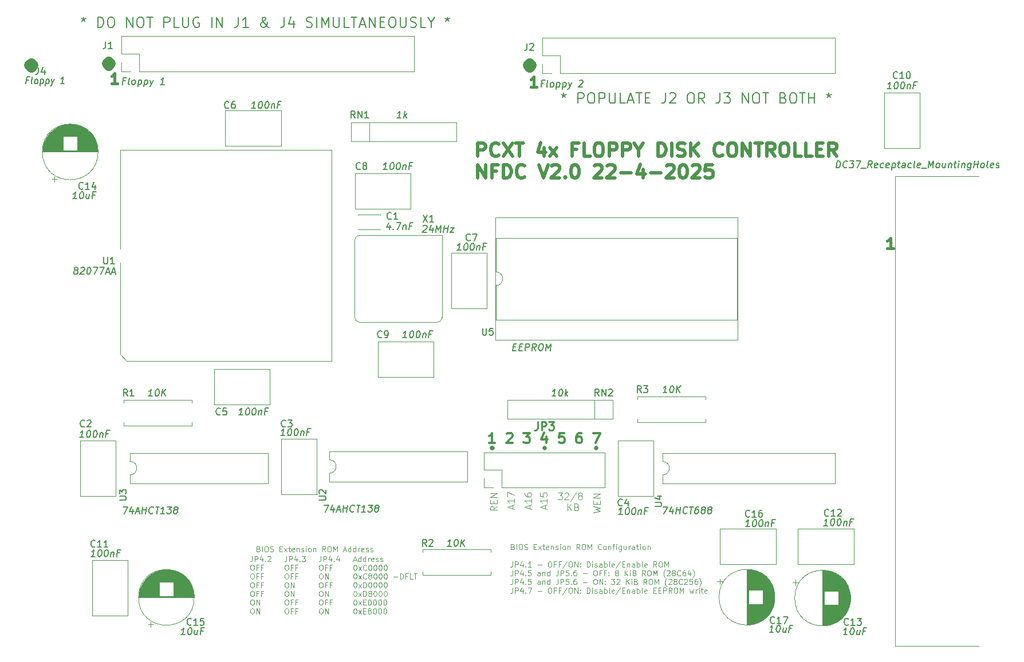
<source format=gto>
%TF.GenerationSoftware,KiCad,Pcbnew,7.0.10*%
%TF.CreationDate,2025-04-22T11:17:34+12:00*%
%TF.ProjectId,isa_monster_fdc,6973615f-6d6f-46e7-9374-65725f666463,1.0*%
%TF.SameCoordinates,Original*%
%TF.FileFunction,Legend,Top*%
%TF.FilePolarity,Positive*%
%FSLAX46Y46*%
G04 Gerber Fmt 4.6, Leading zero omitted, Abs format (unit mm)*
G04 Created by KiCad (PCBNEW 7.0.10) date 2025-04-22 11:17:34*
%MOMM*%
%LPD*%
G01*
G04 APERTURE LIST*
%ADD10C,0.125000*%
%ADD11C,0.120000*%
%ADD12C,0.190500*%
%ADD13C,1.500000*%
%ADD14C,0.500000*%
%ADD15C,0.304800*%
%ADD16C,0.381000*%
%ADD17C,0.150000*%
%ADD18C,0.260000*%
%ADD19C,0.203200*%
G04 APERTURE END LIST*
D10*
X148812476Y-119555119D02*
X149431523Y-119555119D01*
X149431523Y-119555119D02*
X149098190Y-119936071D01*
X149098190Y-119936071D02*
X149241047Y-119936071D01*
X149241047Y-119936071D02*
X149336285Y-119983690D01*
X149336285Y-119983690D02*
X149383904Y-120031309D01*
X149383904Y-120031309D02*
X149431523Y-120126547D01*
X149431523Y-120126547D02*
X149431523Y-120364642D01*
X149431523Y-120364642D02*
X149383904Y-120459880D01*
X149383904Y-120459880D02*
X149336285Y-120507500D01*
X149336285Y-120507500D02*
X149241047Y-120555119D01*
X149241047Y-120555119D02*
X148955333Y-120555119D01*
X148955333Y-120555119D02*
X148860095Y-120507500D01*
X148860095Y-120507500D02*
X148812476Y-120459880D01*
X149812476Y-119650357D02*
X149860095Y-119602738D01*
X149860095Y-119602738D02*
X149955333Y-119555119D01*
X149955333Y-119555119D02*
X150193428Y-119555119D01*
X150193428Y-119555119D02*
X150288666Y-119602738D01*
X150288666Y-119602738D02*
X150336285Y-119650357D01*
X150336285Y-119650357D02*
X150383904Y-119745595D01*
X150383904Y-119745595D02*
X150383904Y-119840833D01*
X150383904Y-119840833D02*
X150336285Y-119983690D01*
X150336285Y-119983690D02*
X149764857Y-120555119D01*
X149764857Y-120555119D02*
X150383904Y-120555119D01*
X151526761Y-119507500D02*
X150669619Y-120793214D01*
X152002952Y-119983690D02*
X151907714Y-119936071D01*
X151907714Y-119936071D02*
X151860095Y-119888452D01*
X151860095Y-119888452D02*
X151812476Y-119793214D01*
X151812476Y-119793214D02*
X151812476Y-119745595D01*
X151812476Y-119745595D02*
X151860095Y-119650357D01*
X151860095Y-119650357D02*
X151907714Y-119602738D01*
X151907714Y-119602738D02*
X152002952Y-119555119D01*
X152002952Y-119555119D02*
X152193428Y-119555119D01*
X152193428Y-119555119D02*
X152288666Y-119602738D01*
X152288666Y-119602738D02*
X152336285Y-119650357D01*
X152336285Y-119650357D02*
X152383904Y-119745595D01*
X152383904Y-119745595D02*
X152383904Y-119793214D01*
X152383904Y-119793214D02*
X152336285Y-119888452D01*
X152336285Y-119888452D02*
X152288666Y-119936071D01*
X152288666Y-119936071D02*
X152193428Y-119983690D01*
X152193428Y-119983690D02*
X152002952Y-119983690D01*
X152002952Y-119983690D02*
X151907714Y-120031309D01*
X151907714Y-120031309D02*
X151860095Y-120078928D01*
X151860095Y-120078928D02*
X151812476Y-120174166D01*
X151812476Y-120174166D02*
X151812476Y-120364642D01*
X151812476Y-120364642D02*
X151860095Y-120459880D01*
X151860095Y-120459880D02*
X151907714Y-120507500D01*
X151907714Y-120507500D02*
X152002952Y-120555119D01*
X152002952Y-120555119D02*
X152193428Y-120555119D01*
X152193428Y-120555119D02*
X152288666Y-120507500D01*
X152288666Y-120507500D02*
X152336285Y-120459880D01*
X152336285Y-120459880D02*
X152383904Y-120364642D01*
X152383904Y-120364642D02*
X152383904Y-120174166D01*
X152383904Y-120174166D02*
X152336285Y-120078928D01*
X152336285Y-120078928D02*
X152288666Y-120031309D01*
X152288666Y-120031309D02*
X152193428Y-119983690D01*
X150241048Y-122165119D02*
X150241048Y-121165119D01*
X150812476Y-122165119D02*
X150383905Y-121593690D01*
X150812476Y-121165119D02*
X150241048Y-121736547D01*
X151574381Y-121641309D02*
X151717238Y-121688928D01*
X151717238Y-121688928D02*
X151764857Y-121736547D01*
X151764857Y-121736547D02*
X151812476Y-121831785D01*
X151812476Y-121831785D02*
X151812476Y-121974642D01*
X151812476Y-121974642D02*
X151764857Y-122069880D01*
X151764857Y-122069880D02*
X151717238Y-122117500D01*
X151717238Y-122117500D02*
X151622000Y-122165119D01*
X151622000Y-122165119D02*
X151241048Y-122165119D01*
X151241048Y-122165119D02*
X151241048Y-121165119D01*
X151241048Y-121165119D02*
X151574381Y-121165119D01*
X151574381Y-121165119D02*
X151669619Y-121212738D01*
X151669619Y-121212738D02*
X151717238Y-121260357D01*
X151717238Y-121260357D02*
X151764857Y-121355595D01*
X151764857Y-121355595D02*
X151764857Y-121450833D01*
X151764857Y-121450833D02*
X151717238Y-121546071D01*
X151717238Y-121546071D02*
X151669619Y-121593690D01*
X151669619Y-121593690D02*
X151574381Y-121641309D01*
X151574381Y-121641309D02*
X151241048Y-121641309D01*
D11*
X113781994Y-128922855D02*
X113781994Y-129494283D01*
X113781994Y-129494283D02*
X113743899Y-129608569D01*
X113743899Y-129608569D02*
X113667708Y-129684760D01*
X113667708Y-129684760D02*
X113553423Y-129722855D01*
X113553423Y-129722855D02*
X113477232Y-129722855D01*
X114162947Y-129722855D02*
X114162947Y-128922855D01*
X114162947Y-128922855D02*
X114467709Y-128922855D01*
X114467709Y-128922855D02*
X114543899Y-128960950D01*
X114543899Y-128960950D02*
X114581994Y-128999045D01*
X114581994Y-128999045D02*
X114620090Y-129075236D01*
X114620090Y-129075236D02*
X114620090Y-129189521D01*
X114620090Y-129189521D02*
X114581994Y-129265712D01*
X114581994Y-129265712D02*
X114543899Y-129303807D01*
X114543899Y-129303807D02*
X114467709Y-129341902D01*
X114467709Y-129341902D02*
X114162947Y-129341902D01*
X115305804Y-129189521D02*
X115305804Y-129722855D01*
X115115328Y-128884760D02*
X114924851Y-129456188D01*
X114924851Y-129456188D02*
X115420090Y-129456188D01*
X115724852Y-129646664D02*
X115762947Y-129684760D01*
X115762947Y-129684760D02*
X115724852Y-129722855D01*
X115724852Y-129722855D02*
X115686756Y-129684760D01*
X115686756Y-129684760D02*
X115724852Y-129646664D01*
X115724852Y-129646664D02*
X115724852Y-129722855D01*
X116448661Y-129189521D02*
X116448661Y-129722855D01*
X116258185Y-128884760D02*
X116067708Y-129456188D01*
X116067708Y-129456188D02*
X116562947Y-129456188D01*
X113705804Y-130210855D02*
X113858185Y-130210855D01*
X113858185Y-130210855D02*
X113934375Y-130248950D01*
X113934375Y-130248950D02*
X114010566Y-130325140D01*
X114010566Y-130325140D02*
X114048661Y-130477521D01*
X114048661Y-130477521D02*
X114048661Y-130744188D01*
X114048661Y-130744188D02*
X114010566Y-130896569D01*
X114010566Y-130896569D02*
X113934375Y-130972760D01*
X113934375Y-130972760D02*
X113858185Y-131010855D01*
X113858185Y-131010855D02*
X113705804Y-131010855D01*
X113705804Y-131010855D02*
X113629613Y-130972760D01*
X113629613Y-130972760D02*
X113553423Y-130896569D01*
X113553423Y-130896569D02*
X113515327Y-130744188D01*
X113515327Y-130744188D02*
X113515327Y-130477521D01*
X113515327Y-130477521D02*
X113553423Y-130325140D01*
X113553423Y-130325140D02*
X113629613Y-130248950D01*
X113629613Y-130248950D02*
X113705804Y-130210855D01*
X114658184Y-130591807D02*
X114391518Y-130591807D01*
X114391518Y-131010855D02*
X114391518Y-130210855D01*
X114391518Y-130210855D02*
X114772470Y-130210855D01*
X115343898Y-130591807D02*
X115077232Y-130591807D01*
X115077232Y-131010855D02*
X115077232Y-130210855D01*
X115077232Y-130210855D02*
X115458184Y-130210855D01*
X113705804Y-131498855D02*
X113858185Y-131498855D01*
X113858185Y-131498855D02*
X113934375Y-131536950D01*
X113934375Y-131536950D02*
X114010566Y-131613140D01*
X114010566Y-131613140D02*
X114048661Y-131765521D01*
X114048661Y-131765521D02*
X114048661Y-132032188D01*
X114048661Y-132032188D02*
X114010566Y-132184569D01*
X114010566Y-132184569D02*
X113934375Y-132260760D01*
X113934375Y-132260760D02*
X113858185Y-132298855D01*
X113858185Y-132298855D02*
X113705804Y-132298855D01*
X113705804Y-132298855D02*
X113629613Y-132260760D01*
X113629613Y-132260760D02*
X113553423Y-132184569D01*
X113553423Y-132184569D02*
X113515327Y-132032188D01*
X113515327Y-132032188D02*
X113515327Y-131765521D01*
X113515327Y-131765521D02*
X113553423Y-131613140D01*
X113553423Y-131613140D02*
X113629613Y-131536950D01*
X113629613Y-131536950D02*
X113705804Y-131498855D01*
X114391518Y-132298855D02*
X114391518Y-131498855D01*
X114391518Y-131498855D02*
X114848661Y-132298855D01*
X114848661Y-132298855D02*
X114848661Y-131498855D01*
X113705804Y-132786855D02*
X113858185Y-132786855D01*
X113858185Y-132786855D02*
X113934375Y-132824950D01*
X113934375Y-132824950D02*
X114010566Y-132901140D01*
X114010566Y-132901140D02*
X114048661Y-133053521D01*
X114048661Y-133053521D02*
X114048661Y-133320188D01*
X114048661Y-133320188D02*
X114010566Y-133472569D01*
X114010566Y-133472569D02*
X113934375Y-133548760D01*
X113934375Y-133548760D02*
X113858185Y-133586855D01*
X113858185Y-133586855D02*
X113705804Y-133586855D01*
X113705804Y-133586855D02*
X113629613Y-133548760D01*
X113629613Y-133548760D02*
X113553423Y-133472569D01*
X113553423Y-133472569D02*
X113515327Y-133320188D01*
X113515327Y-133320188D02*
X113515327Y-133053521D01*
X113515327Y-133053521D02*
X113553423Y-132901140D01*
X113553423Y-132901140D02*
X113629613Y-132824950D01*
X113629613Y-132824950D02*
X113705804Y-132786855D01*
X114658184Y-133167807D02*
X114391518Y-133167807D01*
X114391518Y-133586855D02*
X114391518Y-132786855D01*
X114391518Y-132786855D02*
X114772470Y-132786855D01*
X115343898Y-133167807D02*
X115077232Y-133167807D01*
X115077232Y-133586855D02*
X115077232Y-132786855D01*
X115077232Y-132786855D02*
X115458184Y-132786855D01*
X113705804Y-134074855D02*
X113858185Y-134074855D01*
X113858185Y-134074855D02*
X113934375Y-134112950D01*
X113934375Y-134112950D02*
X114010566Y-134189140D01*
X114010566Y-134189140D02*
X114048661Y-134341521D01*
X114048661Y-134341521D02*
X114048661Y-134608188D01*
X114048661Y-134608188D02*
X114010566Y-134760569D01*
X114010566Y-134760569D02*
X113934375Y-134836760D01*
X113934375Y-134836760D02*
X113858185Y-134874855D01*
X113858185Y-134874855D02*
X113705804Y-134874855D01*
X113705804Y-134874855D02*
X113629613Y-134836760D01*
X113629613Y-134836760D02*
X113553423Y-134760569D01*
X113553423Y-134760569D02*
X113515327Y-134608188D01*
X113515327Y-134608188D02*
X113515327Y-134341521D01*
X113515327Y-134341521D02*
X113553423Y-134189140D01*
X113553423Y-134189140D02*
X113629613Y-134112950D01*
X113629613Y-134112950D02*
X113705804Y-134074855D01*
X114391518Y-134874855D02*
X114391518Y-134074855D01*
X114391518Y-134074855D02*
X114848661Y-134874855D01*
X114848661Y-134874855D02*
X114848661Y-134074855D01*
X113705804Y-135362855D02*
X113858185Y-135362855D01*
X113858185Y-135362855D02*
X113934375Y-135400950D01*
X113934375Y-135400950D02*
X114010566Y-135477140D01*
X114010566Y-135477140D02*
X114048661Y-135629521D01*
X114048661Y-135629521D02*
X114048661Y-135896188D01*
X114048661Y-135896188D02*
X114010566Y-136048569D01*
X114010566Y-136048569D02*
X113934375Y-136124760D01*
X113934375Y-136124760D02*
X113858185Y-136162855D01*
X113858185Y-136162855D02*
X113705804Y-136162855D01*
X113705804Y-136162855D02*
X113629613Y-136124760D01*
X113629613Y-136124760D02*
X113553423Y-136048569D01*
X113553423Y-136048569D02*
X113515327Y-135896188D01*
X113515327Y-135896188D02*
X113515327Y-135629521D01*
X113515327Y-135629521D02*
X113553423Y-135477140D01*
X113553423Y-135477140D02*
X113629613Y-135400950D01*
X113629613Y-135400950D02*
X113705804Y-135362855D01*
X114658184Y-135743807D02*
X114391518Y-135743807D01*
X114391518Y-136162855D02*
X114391518Y-135362855D01*
X114391518Y-135362855D02*
X114772470Y-135362855D01*
X115343898Y-135743807D02*
X115077232Y-135743807D01*
X115077232Y-136162855D02*
X115077232Y-135362855D01*
X115077232Y-135362855D02*
X115458184Y-135362855D01*
X113705804Y-136650855D02*
X113858185Y-136650855D01*
X113858185Y-136650855D02*
X113934375Y-136688950D01*
X113934375Y-136688950D02*
X114010566Y-136765140D01*
X114010566Y-136765140D02*
X114048661Y-136917521D01*
X114048661Y-136917521D02*
X114048661Y-137184188D01*
X114048661Y-137184188D02*
X114010566Y-137336569D01*
X114010566Y-137336569D02*
X113934375Y-137412760D01*
X113934375Y-137412760D02*
X113858185Y-137450855D01*
X113858185Y-137450855D02*
X113705804Y-137450855D01*
X113705804Y-137450855D02*
X113629613Y-137412760D01*
X113629613Y-137412760D02*
X113553423Y-137336569D01*
X113553423Y-137336569D02*
X113515327Y-137184188D01*
X113515327Y-137184188D02*
X113515327Y-136917521D01*
X113515327Y-136917521D02*
X113553423Y-136765140D01*
X113553423Y-136765140D02*
X113629613Y-136688950D01*
X113629613Y-136688950D02*
X113705804Y-136650855D01*
X114391518Y-137450855D02*
X114391518Y-136650855D01*
X114391518Y-136650855D02*
X114848661Y-137450855D01*
X114848661Y-137450855D02*
X114848661Y-136650855D01*
X118595327Y-129494283D02*
X118976280Y-129494283D01*
X118519137Y-129722855D02*
X118785804Y-128922855D01*
X118785804Y-128922855D02*
X119052470Y-129722855D01*
X119661994Y-129722855D02*
X119661994Y-128922855D01*
X119661994Y-129684760D02*
X119585803Y-129722855D01*
X119585803Y-129722855D02*
X119433422Y-129722855D01*
X119433422Y-129722855D02*
X119357232Y-129684760D01*
X119357232Y-129684760D02*
X119319137Y-129646664D01*
X119319137Y-129646664D02*
X119281041Y-129570474D01*
X119281041Y-129570474D02*
X119281041Y-129341902D01*
X119281041Y-129341902D02*
X119319137Y-129265712D01*
X119319137Y-129265712D02*
X119357232Y-129227617D01*
X119357232Y-129227617D02*
X119433422Y-129189521D01*
X119433422Y-129189521D02*
X119585803Y-129189521D01*
X119585803Y-129189521D02*
X119661994Y-129227617D01*
X120385804Y-129722855D02*
X120385804Y-128922855D01*
X120385804Y-129684760D02*
X120309613Y-129722855D01*
X120309613Y-129722855D02*
X120157232Y-129722855D01*
X120157232Y-129722855D02*
X120081042Y-129684760D01*
X120081042Y-129684760D02*
X120042947Y-129646664D01*
X120042947Y-129646664D02*
X120004851Y-129570474D01*
X120004851Y-129570474D02*
X120004851Y-129341902D01*
X120004851Y-129341902D02*
X120042947Y-129265712D01*
X120042947Y-129265712D02*
X120081042Y-129227617D01*
X120081042Y-129227617D02*
X120157232Y-129189521D01*
X120157232Y-129189521D02*
X120309613Y-129189521D01*
X120309613Y-129189521D02*
X120385804Y-129227617D01*
X120766757Y-129722855D02*
X120766757Y-129189521D01*
X120766757Y-129341902D02*
X120804852Y-129265712D01*
X120804852Y-129265712D02*
X120842947Y-129227617D01*
X120842947Y-129227617D02*
X120919138Y-129189521D01*
X120919138Y-129189521D02*
X120995328Y-129189521D01*
X121566757Y-129684760D02*
X121490566Y-129722855D01*
X121490566Y-129722855D02*
X121338185Y-129722855D01*
X121338185Y-129722855D02*
X121261995Y-129684760D01*
X121261995Y-129684760D02*
X121223899Y-129608569D01*
X121223899Y-129608569D02*
X121223899Y-129303807D01*
X121223899Y-129303807D02*
X121261995Y-129227617D01*
X121261995Y-129227617D02*
X121338185Y-129189521D01*
X121338185Y-129189521D02*
X121490566Y-129189521D01*
X121490566Y-129189521D02*
X121566757Y-129227617D01*
X121566757Y-129227617D02*
X121604852Y-129303807D01*
X121604852Y-129303807D02*
X121604852Y-129379998D01*
X121604852Y-129379998D02*
X121223899Y-129456188D01*
X121909613Y-129684760D02*
X121985804Y-129722855D01*
X121985804Y-129722855D02*
X122138185Y-129722855D01*
X122138185Y-129722855D02*
X122214375Y-129684760D01*
X122214375Y-129684760D02*
X122252471Y-129608569D01*
X122252471Y-129608569D02*
X122252471Y-129570474D01*
X122252471Y-129570474D02*
X122214375Y-129494283D01*
X122214375Y-129494283D02*
X122138185Y-129456188D01*
X122138185Y-129456188D02*
X122023899Y-129456188D01*
X122023899Y-129456188D02*
X121947709Y-129418093D01*
X121947709Y-129418093D02*
X121909613Y-129341902D01*
X121909613Y-129341902D02*
X121909613Y-129303807D01*
X121909613Y-129303807D02*
X121947709Y-129227617D01*
X121947709Y-129227617D02*
X122023899Y-129189521D01*
X122023899Y-129189521D02*
X122138185Y-129189521D01*
X122138185Y-129189521D02*
X122214375Y-129227617D01*
X122557232Y-129684760D02*
X122633423Y-129722855D01*
X122633423Y-129722855D02*
X122785804Y-129722855D01*
X122785804Y-129722855D02*
X122861994Y-129684760D01*
X122861994Y-129684760D02*
X122900090Y-129608569D01*
X122900090Y-129608569D02*
X122900090Y-129570474D01*
X122900090Y-129570474D02*
X122861994Y-129494283D01*
X122861994Y-129494283D02*
X122785804Y-129456188D01*
X122785804Y-129456188D02*
X122671518Y-129456188D01*
X122671518Y-129456188D02*
X122595328Y-129418093D01*
X122595328Y-129418093D02*
X122557232Y-129341902D01*
X122557232Y-129341902D02*
X122557232Y-129303807D01*
X122557232Y-129303807D02*
X122595328Y-129227617D01*
X122595328Y-129227617D02*
X122671518Y-129189521D01*
X122671518Y-129189521D02*
X122785804Y-129189521D01*
X122785804Y-129189521D02*
X122861994Y-129227617D01*
X118785804Y-130210855D02*
X118861994Y-130210855D01*
X118861994Y-130210855D02*
X118938185Y-130248950D01*
X118938185Y-130248950D02*
X118976280Y-130287045D01*
X118976280Y-130287045D02*
X119014375Y-130363236D01*
X119014375Y-130363236D02*
X119052470Y-130515617D01*
X119052470Y-130515617D02*
X119052470Y-130706093D01*
X119052470Y-130706093D02*
X119014375Y-130858474D01*
X119014375Y-130858474D02*
X118976280Y-130934664D01*
X118976280Y-130934664D02*
X118938185Y-130972760D01*
X118938185Y-130972760D02*
X118861994Y-131010855D01*
X118861994Y-131010855D02*
X118785804Y-131010855D01*
X118785804Y-131010855D02*
X118709613Y-130972760D01*
X118709613Y-130972760D02*
X118671518Y-130934664D01*
X118671518Y-130934664D02*
X118633423Y-130858474D01*
X118633423Y-130858474D02*
X118595327Y-130706093D01*
X118595327Y-130706093D02*
X118595327Y-130515617D01*
X118595327Y-130515617D02*
X118633423Y-130363236D01*
X118633423Y-130363236D02*
X118671518Y-130287045D01*
X118671518Y-130287045D02*
X118709613Y-130248950D01*
X118709613Y-130248950D02*
X118785804Y-130210855D01*
X119319137Y-131010855D02*
X119738185Y-130477521D01*
X119319137Y-130477521D02*
X119738185Y-131010855D01*
X120500090Y-130934664D02*
X120461994Y-130972760D01*
X120461994Y-130972760D02*
X120347709Y-131010855D01*
X120347709Y-131010855D02*
X120271518Y-131010855D01*
X120271518Y-131010855D02*
X120157232Y-130972760D01*
X120157232Y-130972760D02*
X120081042Y-130896569D01*
X120081042Y-130896569D02*
X120042947Y-130820379D01*
X120042947Y-130820379D02*
X120004851Y-130667998D01*
X120004851Y-130667998D02*
X120004851Y-130553712D01*
X120004851Y-130553712D02*
X120042947Y-130401331D01*
X120042947Y-130401331D02*
X120081042Y-130325140D01*
X120081042Y-130325140D02*
X120157232Y-130248950D01*
X120157232Y-130248950D02*
X120271518Y-130210855D01*
X120271518Y-130210855D02*
X120347709Y-130210855D01*
X120347709Y-130210855D02*
X120461994Y-130248950D01*
X120461994Y-130248950D02*
X120500090Y-130287045D01*
X120995328Y-130210855D02*
X121071518Y-130210855D01*
X121071518Y-130210855D02*
X121147709Y-130248950D01*
X121147709Y-130248950D02*
X121185804Y-130287045D01*
X121185804Y-130287045D02*
X121223899Y-130363236D01*
X121223899Y-130363236D02*
X121261994Y-130515617D01*
X121261994Y-130515617D02*
X121261994Y-130706093D01*
X121261994Y-130706093D02*
X121223899Y-130858474D01*
X121223899Y-130858474D02*
X121185804Y-130934664D01*
X121185804Y-130934664D02*
X121147709Y-130972760D01*
X121147709Y-130972760D02*
X121071518Y-131010855D01*
X121071518Y-131010855D02*
X120995328Y-131010855D01*
X120995328Y-131010855D02*
X120919137Y-130972760D01*
X120919137Y-130972760D02*
X120881042Y-130934664D01*
X120881042Y-130934664D02*
X120842947Y-130858474D01*
X120842947Y-130858474D02*
X120804851Y-130706093D01*
X120804851Y-130706093D02*
X120804851Y-130515617D01*
X120804851Y-130515617D02*
X120842947Y-130363236D01*
X120842947Y-130363236D02*
X120881042Y-130287045D01*
X120881042Y-130287045D02*
X120919137Y-130248950D01*
X120919137Y-130248950D02*
X120995328Y-130210855D01*
X121757233Y-130210855D02*
X121833423Y-130210855D01*
X121833423Y-130210855D02*
X121909614Y-130248950D01*
X121909614Y-130248950D02*
X121947709Y-130287045D01*
X121947709Y-130287045D02*
X121985804Y-130363236D01*
X121985804Y-130363236D02*
X122023899Y-130515617D01*
X122023899Y-130515617D02*
X122023899Y-130706093D01*
X122023899Y-130706093D02*
X121985804Y-130858474D01*
X121985804Y-130858474D02*
X121947709Y-130934664D01*
X121947709Y-130934664D02*
X121909614Y-130972760D01*
X121909614Y-130972760D02*
X121833423Y-131010855D01*
X121833423Y-131010855D02*
X121757233Y-131010855D01*
X121757233Y-131010855D02*
X121681042Y-130972760D01*
X121681042Y-130972760D02*
X121642947Y-130934664D01*
X121642947Y-130934664D02*
X121604852Y-130858474D01*
X121604852Y-130858474D02*
X121566756Y-130706093D01*
X121566756Y-130706093D02*
X121566756Y-130515617D01*
X121566756Y-130515617D02*
X121604852Y-130363236D01*
X121604852Y-130363236D02*
X121642947Y-130287045D01*
X121642947Y-130287045D02*
X121681042Y-130248950D01*
X121681042Y-130248950D02*
X121757233Y-130210855D01*
X122519138Y-130210855D02*
X122595328Y-130210855D01*
X122595328Y-130210855D02*
X122671519Y-130248950D01*
X122671519Y-130248950D02*
X122709614Y-130287045D01*
X122709614Y-130287045D02*
X122747709Y-130363236D01*
X122747709Y-130363236D02*
X122785804Y-130515617D01*
X122785804Y-130515617D02*
X122785804Y-130706093D01*
X122785804Y-130706093D02*
X122747709Y-130858474D01*
X122747709Y-130858474D02*
X122709614Y-130934664D01*
X122709614Y-130934664D02*
X122671519Y-130972760D01*
X122671519Y-130972760D02*
X122595328Y-131010855D01*
X122595328Y-131010855D02*
X122519138Y-131010855D01*
X122519138Y-131010855D02*
X122442947Y-130972760D01*
X122442947Y-130972760D02*
X122404852Y-130934664D01*
X122404852Y-130934664D02*
X122366757Y-130858474D01*
X122366757Y-130858474D02*
X122328661Y-130706093D01*
X122328661Y-130706093D02*
X122328661Y-130515617D01*
X122328661Y-130515617D02*
X122366757Y-130363236D01*
X122366757Y-130363236D02*
X122404852Y-130287045D01*
X122404852Y-130287045D02*
X122442947Y-130248950D01*
X122442947Y-130248950D02*
X122519138Y-130210855D01*
X123281043Y-130210855D02*
X123357233Y-130210855D01*
X123357233Y-130210855D02*
X123433424Y-130248950D01*
X123433424Y-130248950D02*
X123471519Y-130287045D01*
X123471519Y-130287045D02*
X123509614Y-130363236D01*
X123509614Y-130363236D02*
X123547709Y-130515617D01*
X123547709Y-130515617D02*
X123547709Y-130706093D01*
X123547709Y-130706093D02*
X123509614Y-130858474D01*
X123509614Y-130858474D02*
X123471519Y-130934664D01*
X123471519Y-130934664D02*
X123433424Y-130972760D01*
X123433424Y-130972760D02*
X123357233Y-131010855D01*
X123357233Y-131010855D02*
X123281043Y-131010855D01*
X123281043Y-131010855D02*
X123204852Y-130972760D01*
X123204852Y-130972760D02*
X123166757Y-130934664D01*
X123166757Y-130934664D02*
X123128662Y-130858474D01*
X123128662Y-130858474D02*
X123090566Y-130706093D01*
X123090566Y-130706093D02*
X123090566Y-130515617D01*
X123090566Y-130515617D02*
X123128662Y-130363236D01*
X123128662Y-130363236D02*
X123166757Y-130287045D01*
X123166757Y-130287045D02*
X123204852Y-130248950D01*
X123204852Y-130248950D02*
X123281043Y-130210855D01*
X118785804Y-131498855D02*
X118861994Y-131498855D01*
X118861994Y-131498855D02*
X118938185Y-131536950D01*
X118938185Y-131536950D02*
X118976280Y-131575045D01*
X118976280Y-131575045D02*
X119014375Y-131651236D01*
X119014375Y-131651236D02*
X119052470Y-131803617D01*
X119052470Y-131803617D02*
X119052470Y-131994093D01*
X119052470Y-131994093D02*
X119014375Y-132146474D01*
X119014375Y-132146474D02*
X118976280Y-132222664D01*
X118976280Y-132222664D02*
X118938185Y-132260760D01*
X118938185Y-132260760D02*
X118861994Y-132298855D01*
X118861994Y-132298855D02*
X118785804Y-132298855D01*
X118785804Y-132298855D02*
X118709613Y-132260760D01*
X118709613Y-132260760D02*
X118671518Y-132222664D01*
X118671518Y-132222664D02*
X118633423Y-132146474D01*
X118633423Y-132146474D02*
X118595327Y-131994093D01*
X118595327Y-131994093D02*
X118595327Y-131803617D01*
X118595327Y-131803617D02*
X118633423Y-131651236D01*
X118633423Y-131651236D02*
X118671518Y-131575045D01*
X118671518Y-131575045D02*
X118709613Y-131536950D01*
X118709613Y-131536950D02*
X118785804Y-131498855D01*
X119319137Y-132298855D02*
X119738185Y-131765521D01*
X119319137Y-131765521D02*
X119738185Y-132298855D01*
X120500090Y-132222664D02*
X120461994Y-132260760D01*
X120461994Y-132260760D02*
X120347709Y-132298855D01*
X120347709Y-132298855D02*
X120271518Y-132298855D01*
X120271518Y-132298855D02*
X120157232Y-132260760D01*
X120157232Y-132260760D02*
X120081042Y-132184569D01*
X120081042Y-132184569D02*
X120042947Y-132108379D01*
X120042947Y-132108379D02*
X120004851Y-131955998D01*
X120004851Y-131955998D02*
X120004851Y-131841712D01*
X120004851Y-131841712D02*
X120042947Y-131689331D01*
X120042947Y-131689331D02*
X120081042Y-131613140D01*
X120081042Y-131613140D02*
X120157232Y-131536950D01*
X120157232Y-131536950D02*
X120271518Y-131498855D01*
X120271518Y-131498855D02*
X120347709Y-131498855D01*
X120347709Y-131498855D02*
X120461994Y-131536950D01*
X120461994Y-131536950D02*
X120500090Y-131575045D01*
X120957232Y-131841712D02*
X120881042Y-131803617D01*
X120881042Y-131803617D02*
X120842947Y-131765521D01*
X120842947Y-131765521D02*
X120804851Y-131689331D01*
X120804851Y-131689331D02*
X120804851Y-131651236D01*
X120804851Y-131651236D02*
X120842947Y-131575045D01*
X120842947Y-131575045D02*
X120881042Y-131536950D01*
X120881042Y-131536950D02*
X120957232Y-131498855D01*
X120957232Y-131498855D02*
X121109613Y-131498855D01*
X121109613Y-131498855D02*
X121185804Y-131536950D01*
X121185804Y-131536950D02*
X121223899Y-131575045D01*
X121223899Y-131575045D02*
X121261994Y-131651236D01*
X121261994Y-131651236D02*
X121261994Y-131689331D01*
X121261994Y-131689331D02*
X121223899Y-131765521D01*
X121223899Y-131765521D02*
X121185804Y-131803617D01*
X121185804Y-131803617D02*
X121109613Y-131841712D01*
X121109613Y-131841712D02*
X120957232Y-131841712D01*
X120957232Y-131841712D02*
X120881042Y-131879807D01*
X120881042Y-131879807D02*
X120842947Y-131917902D01*
X120842947Y-131917902D02*
X120804851Y-131994093D01*
X120804851Y-131994093D02*
X120804851Y-132146474D01*
X120804851Y-132146474D02*
X120842947Y-132222664D01*
X120842947Y-132222664D02*
X120881042Y-132260760D01*
X120881042Y-132260760D02*
X120957232Y-132298855D01*
X120957232Y-132298855D02*
X121109613Y-132298855D01*
X121109613Y-132298855D02*
X121185804Y-132260760D01*
X121185804Y-132260760D02*
X121223899Y-132222664D01*
X121223899Y-132222664D02*
X121261994Y-132146474D01*
X121261994Y-132146474D02*
X121261994Y-131994093D01*
X121261994Y-131994093D02*
X121223899Y-131917902D01*
X121223899Y-131917902D02*
X121185804Y-131879807D01*
X121185804Y-131879807D02*
X121109613Y-131841712D01*
X121757233Y-131498855D02*
X121833423Y-131498855D01*
X121833423Y-131498855D02*
X121909614Y-131536950D01*
X121909614Y-131536950D02*
X121947709Y-131575045D01*
X121947709Y-131575045D02*
X121985804Y-131651236D01*
X121985804Y-131651236D02*
X122023899Y-131803617D01*
X122023899Y-131803617D02*
X122023899Y-131994093D01*
X122023899Y-131994093D02*
X121985804Y-132146474D01*
X121985804Y-132146474D02*
X121947709Y-132222664D01*
X121947709Y-132222664D02*
X121909614Y-132260760D01*
X121909614Y-132260760D02*
X121833423Y-132298855D01*
X121833423Y-132298855D02*
X121757233Y-132298855D01*
X121757233Y-132298855D02*
X121681042Y-132260760D01*
X121681042Y-132260760D02*
X121642947Y-132222664D01*
X121642947Y-132222664D02*
X121604852Y-132146474D01*
X121604852Y-132146474D02*
X121566756Y-131994093D01*
X121566756Y-131994093D02*
X121566756Y-131803617D01*
X121566756Y-131803617D02*
X121604852Y-131651236D01*
X121604852Y-131651236D02*
X121642947Y-131575045D01*
X121642947Y-131575045D02*
X121681042Y-131536950D01*
X121681042Y-131536950D02*
X121757233Y-131498855D01*
X122519138Y-131498855D02*
X122595328Y-131498855D01*
X122595328Y-131498855D02*
X122671519Y-131536950D01*
X122671519Y-131536950D02*
X122709614Y-131575045D01*
X122709614Y-131575045D02*
X122747709Y-131651236D01*
X122747709Y-131651236D02*
X122785804Y-131803617D01*
X122785804Y-131803617D02*
X122785804Y-131994093D01*
X122785804Y-131994093D02*
X122747709Y-132146474D01*
X122747709Y-132146474D02*
X122709614Y-132222664D01*
X122709614Y-132222664D02*
X122671519Y-132260760D01*
X122671519Y-132260760D02*
X122595328Y-132298855D01*
X122595328Y-132298855D02*
X122519138Y-132298855D01*
X122519138Y-132298855D02*
X122442947Y-132260760D01*
X122442947Y-132260760D02*
X122404852Y-132222664D01*
X122404852Y-132222664D02*
X122366757Y-132146474D01*
X122366757Y-132146474D02*
X122328661Y-131994093D01*
X122328661Y-131994093D02*
X122328661Y-131803617D01*
X122328661Y-131803617D02*
X122366757Y-131651236D01*
X122366757Y-131651236D02*
X122404852Y-131575045D01*
X122404852Y-131575045D02*
X122442947Y-131536950D01*
X122442947Y-131536950D02*
X122519138Y-131498855D01*
X123281043Y-131498855D02*
X123357233Y-131498855D01*
X123357233Y-131498855D02*
X123433424Y-131536950D01*
X123433424Y-131536950D02*
X123471519Y-131575045D01*
X123471519Y-131575045D02*
X123509614Y-131651236D01*
X123509614Y-131651236D02*
X123547709Y-131803617D01*
X123547709Y-131803617D02*
X123547709Y-131994093D01*
X123547709Y-131994093D02*
X123509614Y-132146474D01*
X123509614Y-132146474D02*
X123471519Y-132222664D01*
X123471519Y-132222664D02*
X123433424Y-132260760D01*
X123433424Y-132260760D02*
X123357233Y-132298855D01*
X123357233Y-132298855D02*
X123281043Y-132298855D01*
X123281043Y-132298855D02*
X123204852Y-132260760D01*
X123204852Y-132260760D02*
X123166757Y-132222664D01*
X123166757Y-132222664D02*
X123128662Y-132146474D01*
X123128662Y-132146474D02*
X123090566Y-131994093D01*
X123090566Y-131994093D02*
X123090566Y-131803617D01*
X123090566Y-131803617D02*
X123128662Y-131651236D01*
X123128662Y-131651236D02*
X123166757Y-131575045D01*
X123166757Y-131575045D02*
X123204852Y-131536950D01*
X123204852Y-131536950D02*
X123281043Y-131498855D01*
X124500091Y-131994093D02*
X125109615Y-131994093D01*
X125490567Y-132298855D02*
X125490567Y-131498855D01*
X125490567Y-131498855D02*
X125681043Y-131498855D01*
X125681043Y-131498855D02*
X125795329Y-131536950D01*
X125795329Y-131536950D02*
X125871519Y-131613140D01*
X125871519Y-131613140D02*
X125909614Y-131689331D01*
X125909614Y-131689331D02*
X125947710Y-131841712D01*
X125947710Y-131841712D02*
X125947710Y-131955998D01*
X125947710Y-131955998D02*
X125909614Y-132108379D01*
X125909614Y-132108379D02*
X125871519Y-132184569D01*
X125871519Y-132184569D02*
X125795329Y-132260760D01*
X125795329Y-132260760D02*
X125681043Y-132298855D01*
X125681043Y-132298855D02*
X125490567Y-132298855D01*
X126557233Y-131879807D02*
X126290567Y-131879807D01*
X126290567Y-132298855D02*
X126290567Y-131498855D01*
X126290567Y-131498855D02*
X126671519Y-131498855D01*
X127357233Y-132298855D02*
X126976281Y-132298855D01*
X126976281Y-132298855D02*
X126976281Y-131498855D01*
X127509614Y-131498855D02*
X127966757Y-131498855D01*
X127738185Y-132298855D02*
X127738185Y-131498855D01*
X118785804Y-132786855D02*
X118861994Y-132786855D01*
X118861994Y-132786855D02*
X118938185Y-132824950D01*
X118938185Y-132824950D02*
X118976280Y-132863045D01*
X118976280Y-132863045D02*
X119014375Y-132939236D01*
X119014375Y-132939236D02*
X119052470Y-133091617D01*
X119052470Y-133091617D02*
X119052470Y-133282093D01*
X119052470Y-133282093D02*
X119014375Y-133434474D01*
X119014375Y-133434474D02*
X118976280Y-133510664D01*
X118976280Y-133510664D02*
X118938185Y-133548760D01*
X118938185Y-133548760D02*
X118861994Y-133586855D01*
X118861994Y-133586855D02*
X118785804Y-133586855D01*
X118785804Y-133586855D02*
X118709613Y-133548760D01*
X118709613Y-133548760D02*
X118671518Y-133510664D01*
X118671518Y-133510664D02*
X118633423Y-133434474D01*
X118633423Y-133434474D02*
X118595327Y-133282093D01*
X118595327Y-133282093D02*
X118595327Y-133091617D01*
X118595327Y-133091617D02*
X118633423Y-132939236D01*
X118633423Y-132939236D02*
X118671518Y-132863045D01*
X118671518Y-132863045D02*
X118709613Y-132824950D01*
X118709613Y-132824950D02*
X118785804Y-132786855D01*
X119319137Y-133586855D02*
X119738185Y-133053521D01*
X119319137Y-133053521D02*
X119738185Y-133586855D01*
X120042947Y-133586855D02*
X120042947Y-132786855D01*
X120042947Y-132786855D02*
X120233423Y-132786855D01*
X120233423Y-132786855D02*
X120347709Y-132824950D01*
X120347709Y-132824950D02*
X120423899Y-132901140D01*
X120423899Y-132901140D02*
X120461994Y-132977331D01*
X120461994Y-132977331D02*
X120500090Y-133129712D01*
X120500090Y-133129712D02*
X120500090Y-133243998D01*
X120500090Y-133243998D02*
X120461994Y-133396379D01*
X120461994Y-133396379D02*
X120423899Y-133472569D01*
X120423899Y-133472569D02*
X120347709Y-133548760D01*
X120347709Y-133548760D02*
X120233423Y-133586855D01*
X120233423Y-133586855D02*
X120042947Y-133586855D01*
X120995328Y-132786855D02*
X121071518Y-132786855D01*
X121071518Y-132786855D02*
X121147709Y-132824950D01*
X121147709Y-132824950D02*
X121185804Y-132863045D01*
X121185804Y-132863045D02*
X121223899Y-132939236D01*
X121223899Y-132939236D02*
X121261994Y-133091617D01*
X121261994Y-133091617D02*
X121261994Y-133282093D01*
X121261994Y-133282093D02*
X121223899Y-133434474D01*
X121223899Y-133434474D02*
X121185804Y-133510664D01*
X121185804Y-133510664D02*
X121147709Y-133548760D01*
X121147709Y-133548760D02*
X121071518Y-133586855D01*
X121071518Y-133586855D02*
X120995328Y-133586855D01*
X120995328Y-133586855D02*
X120919137Y-133548760D01*
X120919137Y-133548760D02*
X120881042Y-133510664D01*
X120881042Y-133510664D02*
X120842947Y-133434474D01*
X120842947Y-133434474D02*
X120804851Y-133282093D01*
X120804851Y-133282093D02*
X120804851Y-133091617D01*
X120804851Y-133091617D02*
X120842947Y-132939236D01*
X120842947Y-132939236D02*
X120881042Y-132863045D01*
X120881042Y-132863045D02*
X120919137Y-132824950D01*
X120919137Y-132824950D02*
X120995328Y-132786855D01*
X121757233Y-132786855D02*
X121833423Y-132786855D01*
X121833423Y-132786855D02*
X121909614Y-132824950D01*
X121909614Y-132824950D02*
X121947709Y-132863045D01*
X121947709Y-132863045D02*
X121985804Y-132939236D01*
X121985804Y-132939236D02*
X122023899Y-133091617D01*
X122023899Y-133091617D02*
X122023899Y-133282093D01*
X122023899Y-133282093D02*
X121985804Y-133434474D01*
X121985804Y-133434474D02*
X121947709Y-133510664D01*
X121947709Y-133510664D02*
X121909614Y-133548760D01*
X121909614Y-133548760D02*
X121833423Y-133586855D01*
X121833423Y-133586855D02*
X121757233Y-133586855D01*
X121757233Y-133586855D02*
X121681042Y-133548760D01*
X121681042Y-133548760D02*
X121642947Y-133510664D01*
X121642947Y-133510664D02*
X121604852Y-133434474D01*
X121604852Y-133434474D02*
X121566756Y-133282093D01*
X121566756Y-133282093D02*
X121566756Y-133091617D01*
X121566756Y-133091617D02*
X121604852Y-132939236D01*
X121604852Y-132939236D02*
X121642947Y-132863045D01*
X121642947Y-132863045D02*
X121681042Y-132824950D01*
X121681042Y-132824950D02*
X121757233Y-132786855D01*
X122519138Y-132786855D02*
X122595328Y-132786855D01*
X122595328Y-132786855D02*
X122671519Y-132824950D01*
X122671519Y-132824950D02*
X122709614Y-132863045D01*
X122709614Y-132863045D02*
X122747709Y-132939236D01*
X122747709Y-132939236D02*
X122785804Y-133091617D01*
X122785804Y-133091617D02*
X122785804Y-133282093D01*
X122785804Y-133282093D02*
X122747709Y-133434474D01*
X122747709Y-133434474D02*
X122709614Y-133510664D01*
X122709614Y-133510664D02*
X122671519Y-133548760D01*
X122671519Y-133548760D02*
X122595328Y-133586855D01*
X122595328Y-133586855D02*
X122519138Y-133586855D01*
X122519138Y-133586855D02*
X122442947Y-133548760D01*
X122442947Y-133548760D02*
X122404852Y-133510664D01*
X122404852Y-133510664D02*
X122366757Y-133434474D01*
X122366757Y-133434474D02*
X122328661Y-133282093D01*
X122328661Y-133282093D02*
X122328661Y-133091617D01*
X122328661Y-133091617D02*
X122366757Y-132939236D01*
X122366757Y-132939236D02*
X122404852Y-132863045D01*
X122404852Y-132863045D02*
X122442947Y-132824950D01*
X122442947Y-132824950D02*
X122519138Y-132786855D01*
X123281043Y-132786855D02*
X123357233Y-132786855D01*
X123357233Y-132786855D02*
X123433424Y-132824950D01*
X123433424Y-132824950D02*
X123471519Y-132863045D01*
X123471519Y-132863045D02*
X123509614Y-132939236D01*
X123509614Y-132939236D02*
X123547709Y-133091617D01*
X123547709Y-133091617D02*
X123547709Y-133282093D01*
X123547709Y-133282093D02*
X123509614Y-133434474D01*
X123509614Y-133434474D02*
X123471519Y-133510664D01*
X123471519Y-133510664D02*
X123433424Y-133548760D01*
X123433424Y-133548760D02*
X123357233Y-133586855D01*
X123357233Y-133586855D02*
X123281043Y-133586855D01*
X123281043Y-133586855D02*
X123204852Y-133548760D01*
X123204852Y-133548760D02*
X123166757Y-133510664D01*
X123166757Y-133510664D02*
X123128662Y-133434474D01*
X123128662Y-133434474D02*
X123090566Y-133282093D01*
X123090566Y-133282093D02*
X123090566Y-133091617D01*
X123090566Y-133091617D02*
X123128662Y-132939236D01*
X123128662Y-132939236D02*
X123166757Y-132863045D01*
X123166757Y-132863045D02*
X123204852Y-132824950D01*
X123204852Y-132824950D02*
X123281043Y-132786855D01*
X118785804Y-134074855D02*
X118861994Y-134074855D01*
X118861994Y-134074855D02*
X118938185Y-134112950D01*
X118938185Y-134112950D02*
X118976280Y-134151045D01*
X118976280Y-134151045D02*
X119014375Y-134227236D01*
X119014375Y-134227236D02*
X119052470Y-134379617D01*
X119052470Y-134379617D02*
X119052470Y-134570093D01*
X119052470Y-134570093D02*
X119014375Y-134722474D01*
X119014375Y-134722474D02*
X118976280Y-134798664D01*
X118976280Y-134798664D02*
X118938185Y-134836760D01*
X118938185Y-134836760D02*
X118861994Y-134874855D01*
X118861994Y-134874855D02*
X118785804Y-134874855D01*
X118785804Y-134874855D02*
X118709613Y-134836760D01*
X118709613Y-134836760D02*
X118671518Y-134798664D01*
X118671518Y-134798664D02*
X118633423Y-134722474D01*
X118633423Y-134722474D02*
X118595327Y-134570093D01*
X118595327Y-134570093D02*
X118595327Y-134379617D01*
X118595327Y-134379617D02*
X118633423Y-134227236D01*
X118633423Y-134227236D02*
X118671518Y-134151045D01*
X118671518Y-134151045D02*
X118709613Y-134112950D01*
X118709613Y-134112950D02*
X118785804Y-134074855D01*
X119319137Y-134874855D02*
X119738185Y-134341521D01*
X119319137Y-134341521D02*
X119738185Y-134874855D01*
X120042947Y-134874855D02*
X120042947Y-134074855D01*
X120042947Y-134074855D02*
X120233423Y-134074855D01*
X120233423Y-134074855D02*
X120347709Y-134112950D01*
X120347709Y-134112950D02*
X120423899Y-134189140D01*
X120423899Y-134189140D02*
X120461994Y-134265331D01*
X120461994Y-134265331D02*
X120500090Y-134417712D01*
X120500090Y-134417712D02*
X120500090Y-134531998D01*
X120500090Y-134531998D02*
X120461994Y-134684379D01*
X120461994Y-134684379D02*
X120423899Y-134760569D01*
X120423899Y-134760569D02*
X120347709Y-134836760D01*
X120347709Y-134836760D02*
X120233423Y-134874855D01*
X120233423Y-134874855D02*
X120042947Y-134874855D01*
X120957232Y-134417712D02*
X120881042Y-134379617D01*
X120881042Y-134379617D02*
X120842947Y-134341521D01*
X120842947Y-134341521D02*
X120804851Y-134265331D01*
X120804851Y-134265331D02*
X120804851Y-134227236D01*
X120804851Y-134227236D02*
X120842947Y-134151045D01*
X120842947Y-134151045D02*
X120881042Y-134112950D01*
X120881042Y-134112950D02*
X120957232Y-134074855D01*
X120957232Y-134074855D02*
X121109613Y-134074855D01*
X121109613Y-134074855D02*
X121185804Y-134112950D01*
X121185804Y-134112950D02*
X121223899Y-134151045D01*
X121223899Y-134151045D02*
X121261994Y-134227236D01*
X121261994Y-134227236D02*
X121261994Y-134265331D01*
X121261994Y-134265331D02*
X121223899Y-134341521D01*
X121223899Y-134341521D02*
X121185804Y-134379617D01*
X121185804Y-134379617D02*
X121109613Y-134417712D01*
X121109613Y-134417712D02*
X120957232Y-134417712D01*
X120957232Y-134417712D02*
X120881042Y-134455807D01*
X120881042Y-134455807D02*
X120842947Y-134493902D01*
X120842947Y-134493902D02*
X120804851Y-134570093D01*
X120804851Y-134570093D02*
X120804851Y-134722474D01*
X120804851Y-134722474D02*
X120842947Y-134798664D01*
X120842947Y-134798664D02*
X120881042Y-134836760D01*
X120881042Y-134836760D02*
X120957232Y-134874855D01*
X120957232Y-134874855D02*
X121109613Y-134874855D01*
X121109613Y-134874855D02*
X121185804Y-134836760D01*
X121185804Y-134836760D02*
X121223899Y-134798664D01*
X121223899Y-134798664D02*
X121261994Y-134722474D01*
X121261994Y-134722474D02*
X121261994Y-134570093D01*
X121261994Y-134570093D02*
X121223899Y-134493902D01*
X121223899Y-134493902D02*
X121185804Y-134455807D01*
X121185804Y-134455807D02*
X121109613Y-134417712D01*
X121757233Y-134074855D02*
X121833423Y-134074855D01*
X121833423Y-134074855D02*
X121909614Y-134112950D01*
X121909614Y-134112950D02*
X121947709Y-134151045D01*
X121947709Y-134151045D02*
X121985804Y-134227236D01*
X121985804Y-134227236D02*
X122023899Y-134379617D01*
X122023899Y-134379617D02*
X122023899Y-134570093D01*
X122023899Y-134570093D02*
X121985804Y-134722474D01*
X121985804Y-134722474D02*
X121947709Y-134798664D01*
X121947709Y-134798664D02*
X121909614Y-134836760D01*
X121909614Y-134836760D02*
X121833423Y-134874855D01*
X121833423Y-134874855D02*
X121757233Y-134874855D01*
X121757233Y-134874855D02*
X121681042Y-134836760D01*
X121681042Y-134836760D02*
X121642947Y-134798664D01*
X121642947Y-134798664D02*
X121604852Y-134722474D01*
X121604852Y-134722474D02*
X121566756Y-134570093D01*
X121566756Y-134570093D02*
X121566756Y-134379617D01*
X121566756Y-134379617D02*
X121604852Y-134227236D01*
X121604852Y-134227236D02*
X121642947Y-134151045D01*
X121642947Y-134151045D02*
X121681042Y-134112950D01*
X121681042Y-134112950D02*
X121757233Y-134074855D01*
X122519138Y-134074855D02*
X122595328Y-134074855D01*
X122595328Y-134074855D02*
X122671519Y-134112950D01*
X122671519Y-134112950D02*
X122709614Y-134151045D01*
X122709614Y-134151045D02*
X122747709Y-134227236D01*
X122747709Y-134227236D02*
X122785804Y-134379617D01*
X122785804Y-134379617D02*
X122785804Y-134570093D01*
X122785804Y-134570093D02*
X122747709Y-134722474D01*
X122747709Y-134722474D02*
X122709614Y-134798664D01*
X122709614Y-134798664D02*
X122671519Y-134836760D01*
X122671519Y-134836760D02*
X122595328Y-134874855D01*
X122595328Y-134874855D02*
X122519138Y-134874855D01*
X122519138Y-134874855D02*
X122442947Y-134836760D01*
X122442947Y-134836760D02*
X122404852Y-134798664D01*
X122404852Y-134798664D02*
X122366757Y-134722474D01*
X122366757Y-134722474D02*
X122328661Y-134570093D01*
X122328661Y-134570093D02*
X122328661Y-134379617D01*
X122328661Y-134379617D02*
X122366757Y-134227236D01*
X122366757Y-134227236D02*
X122404852Y-134151045D01*
X122404852Y-134151045D02*
X122442947Y-134112950D01*
X122442947Y-134112950D02*
X122519138Y-134074855D01*
X123281043Y-134074855D02*
X123357233Y-134074855D01*
X123357233Y-134074855D02*
X123433424Y-134112950D01*
X123433424Y-134112950D02*
X123471519Y-134151045D01*
X123471519Y-134151045D02*
X123509614Y-134227236D01*
X123509614Y-134227236D02*
X123547709Y-134379617D01*
X123547709Y-134379617D02*
X123547709Y-134570093D01*
X123547709Y-134570093D02*
X123509614Y-134722474D01*
X123509614Y-134722474D02*
X123471519Y-134798664D01*
X123471519Y-134798664D02*
X123433424Y-134836760D01*
X123433424Y-134836760D02*
X123357233Y-134874855D01*
X123357233Y-134874855D02*
X123281043Y-134874855D01*
X123281043Y-134874855D02*
X123204852Y-134836760D01*
X123204852Y-134836760D02*
X123166757Y-134798664D01*
X123166757Y-134798664D02*
X123128662Y-134722474D01*
X123128662Y-134722474D02*
X123090566Y-134570093D01*
X123090566Y-134570093D02*
X123090566Y-134379617D01*
X123090566Y-134379617D02*
X123128662Y-134227236D01*
X123128662Y-134227236D02*
X123166757Y-134151045D01*
X123166757Y-134151045D02*
X123204852Y-134112950D01*
X123204852Y-134112950D02*
X123281043Y-134074855D01*
X118785804Y-135362855D02*
X118861994Y-135362855D01*
X118861994Y-135362855D02*
X118938185Y-135400950D01*
X118938185Y-135400950D02*
X118976280Y-135439045D01*
X118976280Y-135439045D02*
X119014375Y-135515236D01*
X119014375Y-135515236D02*
X119052470Y-135667617D01*
X119052470Y-135667617D02*
X119052470Y-135858093D01*
X119052470Y-135858093D02*
X119014375Y-136010474D01*
X119014375Y-136010474D02*
X118976280Y-136086664D01*
X118976280Y-136086664D02*
X118938185Y-136124760D01*
X118938185Y-136124760D02*
X118861994Y-136162855D01*
X118861994Y-136162855D02*
X118785804Y-136162855D01*
X118785804Y-136162855D02*
X118709613Y-136124760D01*
X118709613Y-136124760D02*
X118671518Y-136086664D01*
X118671518Y-136086664D02*
X118633423Y-136010474D01*
X118633423Y-136010474D02*
X118595327Y-135858093D01*
X118595327Y-135858093D02*
X118595327Y-135667617D01*
X118595327Y-135667617D02*
X118633423Y-135515236D01*
X118633423Y-135515236D02*
X118671518Y-135439045D01*
X118671518Y-135439045D02*
X118709613Y-135400950D01*
X118709613Y-135400950D02*
X118785804Y-135362855D01*
X119319137Y-136162855D02*
X119738185Y-135629521D01*
X119319137Y-135629521D02*
X119738185Y-136162855D01*
X120042947Y-135743807D02*
X120309613Y-135743807D01*
X120423899Y-136162855D02*
X120042947Y-136162855D01*
X120042947Y-136162855D02*
X120042947Y-135362855D01*
X120042947Y-135362855D02*
X120423899Y-135362855D01*
X120919138Y-135362855D02*
X120995328Y-135362855D01*
X120995328Y-135362855D02*
X121071519Y-135400950D01*
X121071519Y-135400950D02*
X121109614Y-135439045D01*
X121109614Y-135439045D02*
X121147709Y-135515236D01*
X121147709Y-135515236D02*
X121185804Y-135667617D01*
X121185804Y-135667617D02*
X121185804Y-135858093D01*
X121185804Y-135858093D02*
X121147709Y-136010474D01*
X121147709Y-136010474D02*
X121109614Y-136086664D01*
X121109614Y-136086664D02*
X121071519Y-136124760D01*
X121071519Y-136124760D02*
X120995328Y-136162855D01*
X120995328Y-136162855D02*
X120919138Y-136162855D01*
X120919138Y-136162855D02*
X120842947Y-136124760D01*
X120842947Y-136124760D02*
X120804852Y-136086664D01*
X120804852Y-136086664D02*
X120766757Y-136010474D01*
X120766757Y-136010474D02*
X120728661Y-135858093D01*
X120728661Y-135858093D02*
X120728661Y-135667617D01*
X120728661Y-135667617D02*
X120766757Y-135515236D01*
X120766757Y-135515236D02*
X120804852Y-135439045D01*
X120804852Y-135439045D02*
X120842947Y-135400950D01*
X120842947Y-135400950D02*
X120919138Y-135362855D01*
X121681043Y-135362855D02*
X121757233Y-135362855D01*
X121757233Y-135362855D02*
X121833424Y-135400950D01*
X121833424Y-135400950D02*
X121871519Y-135439045D01*
X121871519Y-135439045D02*
X121909614Y-135515236D01*
X121909614Y-135515236D02*
X121947709Y-135667617D01*
X121947709Y-135667617D02*
X121947709Y-135858093D01*
X121947709Y-135858093D02*
X121909614Y-136010474D01*
X121909614Y-136010474D02*
X121871519Y-136086664D01*
X121871519Y-136086664D02*
X121833424Y-136124760D01*
X121833424Y-136124760D02*
X121757233Y-136162855D01*
X121757233Y-136162855D02*
X121681043Y-136162855D01*
X121681043Y-136162855D02*
X121604852Y-136124760D01*
X121604852Y-136124760D02*
X121566757Y-136086664D01*
X121566757Y-136086664D02*
X121528662Y-136010474D01*
X121528662Y-136010474D02*
X121490566Y-135858093D01*
X121490566Y-135858093D02*
X121490566Y-135667617D01*
X121490566Y-135667617D02*
X121528662Y-135515236D01*
X121528662Y-135515236D02*
X121566757Y-135439045D01*
X121566757Y-135439045D02*
X121604852Y-135400950D01*
X121604852Y-135400950D02*
X121681043Y-135362855D01*
X122442948Y-135362855D02*
X122519138Y-135362855D01*
X122519138Y-135362855D02*
X122595329Y-135400950D01*
X122595329Y-135400950D02*
X122633424Y-135439045D01*
X122633424Y-135439045D02*
X122671519Y-135515236D01*
X122671519Y-135515236D02*
X122709614Y-135667617D01*
X122709614Y-135667617D02*
X122709614Y-135858093D01*
X122709614Y-135858093D02*
X122671519Y-136010474D01*
X122671519Y-136010474D02*
X122633424Y-136086664D01*
X122633424Y-136086664D02*
X122595329Y-136124760D01*
X122595329Y-136124760D02*
X122519138Y-136162855D01*
X122519138Y-136162855D02*
X122442948Y-136162855D01*
X122442948Y-136162855D02*
X122366757Y-136124760D01*
X122366757Y-136124760D02*
X122328662Y-136086664D01*
X122328662Y-136086664D02*
X122290567Y-136010474D01*
X122290567Y-136010474D02*
X122252471Y-135858093D01*
X122252471Y-135858093D02*
X122252471Y-135667617D01*
X122252471Y-135667617D02*
X122290567Y-135515236D01*
X122290567Y-135515236D02*
X122328662Y-135439045D01*
X122328662Y-135439045D02*
X122366757Y-135400950D01*
X122366757Y-135400950D02*
X122442948Y-135362855D01*
X123204853Y-135362855D02*
X123281043Y-135362855D01*
X123281043Y-135362855D02*
X123357234Y-135400950D01*
X123357234Y-135400950D02*
X123395329Y-135439045D01*
X123395329Y-135439045D02*
X123433424Y-135515236D01*
X123433424Y-135515236D02*
X123471519Y-135667617D01*
X123471519Y-135667617D02*
X123471519Y-135858093D01*
X123471519Y-135858093D02*
X123433424Y-136010474D01*
X123433424Y-136010474D02*
X123395329Y-136086664D01*
X123395329Y-136086664D02*
X123357234Y-136124760D01*
X123357234Y-136124760D02*
X123281043Y-136162855D01*
X123281043Y-136162855D02*
X123204853Y-136162855D01*
X123204853Y-136162855D02*
X123128662Y-136124760D01*
X123128662Y-136124760D02*
X123090567Y-136086664D01*
X123090567Y-136086664D02*
X123052472Y-136010474D01*
X123052472Y-136010474D02*
X123014376Y-135858093D01*
X123014376Y-135858093D02*
X123014376Y-135667617D01*
X123014376Y-135667617D02*
X123052472Y-135515236D01*
X123052472Y-135515236D02*
X123090567Y-135439045D01*
X123090567Y-135439045D02*
X123128662Y-135400950D01*
X123128662Y-135400950D02*
X123204853Y-135362855D01*
X118785804Y-136650855D02*
X118861994Y-136650855D01*
X118861994Y-136650855D02*
X118938185Y-136688950D01*
X118938185Y-136688950D02*
X118976280Y-136727045D01*
X118976280Y-136727045D02*
X119014375Y-136803236D01*
X119014375Y-136803236D02*
X119052470Y-136955617D01*
X119052470Y-136955617D02*
X119052470Y-137146093D01*
X119052470Y-137146093D02*
X119014375Y-137298474D01*
X119014375Y-137298474D02*
X118976280Y-137374664D01*
X118976280Y-137374664D02*
X118938185Y-137412760D01*
X118938185Y-137412760D02*
X118861994Y-137450855D01*
X118861994Y-137450855D02*
X118785804Y-137450855D01*
X118785804Y-137450855D02*
X118709613Y-137412760D01*
X118709613Y-137412760D02*
X118671518Y-137374664D01*
X118671518Y-137374664D02*
X118633423Y-137298474D01*
X118633423Y-137298474D02*
X118595327Y-137146093D01*
X118595327Y-137146093D02*
X118595327Y-136955617D01*
X118595327Y-136955617D02*
X118633423Y-136803236D01*
X118633423Y-136803236D02*
X118671518Y-136727045D01*
X118671518Y-136727045D02*
X118709613Y-136688950D01*
X118709613Y-136688950D02*
X118785804Y-136650855D01*
X119319137Y-137450855D02*
X119738185Y-136917521D01*
X119319137Y-136917521D02*
X119738185Y-137450855D01*
X120042947Y-137031807D02*
X120309613Y-137031807D01*
X120423899Y-137450855D02*
X120042947Y-137450855D01*
X120042947Y-137450855D02*
X120042947Y-136650855D01*
X120042947Y-136650855D02*
X120423899Y-136650855D01*
X120881042Y-136993712D02*
X120804852Y-136955617D01*
X120804852Y-136955617D02*
X120766757Y-136917521D01*
X120766757Y-136917521D02*
X120728661Y-136841331D01*
X120728661Y-136841331D02*
X120728661Y-136803236D01*
X120728661Y-136803236D02*
X120766757Y-136727045D01*
X120766757Y-136727045D02*
X120804852Y-136688950D01*
X120804852Y-136688950D02*
X120881042Y-136650855D01*
X120881042Y-136650855D02*
X121033423Y-136650855D01*
X121033423Y-136650855D02*
X121109614Y-136688950D01*
X121109614Y-136688950D02*
X121147709Y-136727045D01*
X121147709Y-136727045D02*
X121185804Y-136803236D01*
X121185804Y-136803236D02*
X121185804Y-136841331D01*
X121185804Y-136841331D02*
X121147709Y-136917521D01*
X121147709Y-136917521D02*
X121109614Y-136955617D01*
X121109614Y-136955617D02*
X121033423Y-136993712D01*
X121033423Y-136993712D02*
X120881042Y-136993712D01*
X120881042Y-136993712D02*
X120804852Y-137031807D01*
X120804852Y-137031807D02*
X120766757Y-137069902D01*
X120766757Y-137069902D02*
X120728661Y-137146093D01*
X120728661Y-137146093D02*
X120728661Y-137298474D01*
X120728661Y-137298474D02*
X120766757Y-137374664D01*
X120766757Y-137374664D02*
X120804852Y-137412760D01*
X120804852Y-137412760D02*
X120881042Y-137450855D01*
X120881042Y-137450855D02*
X121033423Y-137450855D01*
X121033423Y-137450855D02*
X121109614Y-137412760D01*
X121109614Y-137412760D02*
X121147709Y-137374664D01*
X121147709Y-137374664D02*
X121185804Y-137298474D01*
X121185804Y-137298474D02*
X121185804Y-137146093D01*
X121185804Y-137146093D02*
X121147709Y-137069902D01*
X121147709Y-137069902D02*
X121109614Y-137031807D01*
X121109614Y-137031807D02*
X121033423Y-136993712D01*
X121681043Y-136650855D02*
X121757233Y-136650855D01*
X121757233Y-136650855D02*
X121833424Y-136688950D01*
X121833424Y-136688950D02*
X121871519Y-136727045D01*
X121871519Y-136727045D02*
X121909614Y-136803236D01*
X121909614Y-136803236D02*
X121947709Y-136955617D01*
X121947709Y-136955617D02*
X121947709Y-137146093D01*
X121947709Y-137146093D02*
X121909614Y-137298474D01*
X121909614Y-137298474D02*
X121871519Y-137374664D01*
X121871519Y-137374664D02*
X121833424Y-137412760D01*
X121833424Y-137412760D02*
X121757233Y-137450855D01*
X121757233Y-137450855D02*
X121681043Y-137450855D01*
X121681043Y-137450855D02*
X121604852Y-137412760D01*
X121604852Y-137412760D02*
X121566757Y-137374664D01*
X121566757Y-137374664D02*
X121528662Y-137298474D01*
X121528662Y-137298474D02*
X121490566Y-137146093D01*
X121490566Y-137146093D02*
X121490566Y-136955617D01*
X121490566Y-136955617D02*
X121528662Y-136803236D01*
X121528662Y-136803236D02*
X121566757Y-136727045D01*
X121566757Y-136727045D02*
X121604852Y-136688950D01*
X121604852Y-136688950D02*
X121681043Y-136650855D01*
X122442948Y-136650855D02*
X122519138Y-136650855D01*
X122519138Y-136650855D02*
X122595329Y-136688950D01*
X122595329Y-136688950D02*
X122633424Y-136727045D01*
X122633424Y-136727045D02*
X122671519Y-136803236D01*
X122671519Y-136803236D02*
X122709614Y-136955617D01*
X122709614Y-136955617D02*
X122709614Y-137146093D01*
X122709614Y-137146093D02*
X122671519Y-137298474D01*
X122671519Y-137298474D02*
X122633424Y-137374664D01*
X122633424Y-137374664D02*
X122595329Y-137412760D01*
X122595329Y-137412760D02*
X122519138Y-137450855D01*
X122519138Y-137450855D02*
X122442948Y-137450855D01*
X122442948Y-137450855D02*
X122366757Y-137412760D01*
X122366757Y-137412760D02*
X122328662Y-137374664D01*
X122328662Y-137374664D02*
X122290567Y-137298474D01*
X122290567Y-137298474D02*
X122252471Y-137146093D01*
X122252471Y-137146093D02*
X122252471Y-136955617D01*
X122252471Y-136955617D02*
X122290567Y-136803236D01*
X122290567Y-136803236D02*
X122328662Y-136727045D01*
X122328662Y-136727045D02*
X122366757Y-136688950D01*
X122366757Y-136688950D02*
X122442948Y-136650855D01*
X123204853Y-136650855D02*
X123281043Y-136650855D01*
X123281043Y-136650855D02*
X123357234Y-136688950D01*
X123357234Y-136688950D02*
X123395329Y-136727045D01*
X123395329Y-136727045D02*
X123433424Y-136803236D01*
X123433424Y-136803236D02*
X123471519Y-136955617D01*
X123471519Y-136955617D02*
X123471519Y-137146093D01*
X123471519Y-137146093D02*
X123433424Y-137298474D01*
X123433424Y-137298474D02*
X123395329Y-137374664D01*
X123395329Y-137374664D02*
X123357234Y-137412760D01*
X123357234Y-137412760D02*
X123281043Y-137450855D01*
X123281043Y-137450855D02*
X123204853Y-137450855D01*
X123204853Y-137450855D02*
X123128662Y-137412760D01*
X123128662Y-137412760D02*
X123090567Y-137374664D01*
X123090567Y-137374664D02*
X123052472Y-137298474D01*
X123052472Y-137298474D02*
X123014376Y-137146093D01*
X123014376Y-137146093D02*
X123014376Y-136955617D01*
X123014376Y-136955617D02*
X123052472Y-136803236D01*
X123052472Y-136803236D02*
X123090567Y-136727045D01*
X123090567Y-136727045D02*
X123128662Y-136688950D01*
X123128662Y-136688950D02*
X123204853Y-136650855D01*
X103621994Y-128922855D02*
X103621994Y-129494283D01*
X103621994Y-129494283D02*
X103583899Y-129608569D01*
X103583899Y-129608569D02*
X103507708Y-129684760D01*
X103507708Y-129684760D02*
X103393423Y-129722855D01*
X103393423Y-129722855D02*
X103317232Y-129722855D01*
X104002947Y-129722855D02*
X104002947Y-128922855D01*
X104002947Y-128922855D02*
X104307709Y-128922855D01*
X104307709Y-128922855D02*
X104383899Y-128960950D01*
X104383899Y-128960950D02*
X104421994Y-128999045D01*
X104421994Y-128999045D02*
X104460090Y-129075236D01*
X104460090Y-129075236D02*
X104460090Y-129189521D01*
X104460090Y-129189521D02*
X104421994Y-129265712D01*
X104421994Y-129265712D02*
X104383899Y-129303807D01*
X104383899Y-129303807D02*
X104307709Y-129341902D01*
X104307709Y-129341902D02*
X104002947Y-129341902D01*
X105145804Y-129189521D02*
X105145804Y-129722855D01*
X104955328Y-128884760D02*
X104764851Y-129456188D01*
X104764851Y-129456188D02*
X105260090Y-129456188D01*
X105564852Y-129646664D02*
X105602947Y-129684760D01*
X105602947Y-129684760D02*
X105564852Y-129722855D01*
X105564852Y-129722855D02*
X105526756Y-129684760D01*
X105526756Y-129684760D02*
X105564852Y-129646664D01*
X105564852Y-129646664D02*
X105564852Y-129722855D01*
X105907708Y-128999045D02*
X105945804Y-128960950D01*
X105945804Y-128960950D02*
X106021994Y-128922855D01*
X106021994Y-128922855D02*
X106212470Y-128922855D01*
X106212470Y-128922855D02*
X106288661Y-128960950D01*
X106288661Y-128960950D02*
X106326756Y-128999045D01*
X106326756Y-128999045D02*
X106364851Y-129075236D01*
X106364851Y-129075236D02*
X106364851Y-129151426D01*
X106364851Y-129151426D02*
X106326756Y-129265712D01*
X106326756Y-129265712D02*
X105869613Y-129722855D01*
X105869613Y-129722855D02*
X106364851Y-129722855D01*
X103545804Y-130210855D02*
X103698185Y-130210855D01*
X103698185Y-130210855D02*
X103774375Y-130248950D01*
X103774375Y-130248950D02*
X103850566Y-130325140D01*
X103850566Y-130325140D02*
X103888661Y-130477521D01*
X103888661Y-130477521D02*
X103888661Y-130744188D01*
X103888661Y-130744188D02*
X103850566Y-130896569D01*
X103850566Y-130896569D02*
X103774375Y-130972760D01*
X103774375Y-130972760D02*
X103698185Y-131010855D01*
X103698185Y-131010855D02*
X103545804Y-131010855D01*
X103545804Y-131010855D02*
X103469613Y-130972760D01*
X103469613Y-130972760D02*
X103393423Y-130896569D01*
X103393423Y-130896569D02*
X103355327Y-130744188D01*
X103355327Y-130744188D02*
X103355327Y-130477521D01*
X103355327Y-130477521D02*
X103393423Y-130325140D01*
X103393423Y-130325140D02*
X103469613Y-130248950D01*
X103469613Y-130248950D02*
X103545804Y-130210855D01*
X104498184Y-130591807D02*
X104231518Y-130591807D01*
X104231518Y-131010855D02*
X104231518Y-130210855D01*
X104231518Y-130210855D02*
X104612470Y-130210855D01*
X105183898Y-130591807D02*
X104917232Y-130591807D01*
X104917232Y-131010855D02*
X104917232Y-130210855D01*
X104917232Y-130210855D02*
X105298184Y-130210855D01*
X103545804Y-131498855D02*
X103698185Y-131498855D01*
X103698185Y-131498855D02*
X103774375Y-131536950D01*
X103774375Y-131536950D02*
X103850566Y-131613140D01*
X103850566Y-131613140D02*
X103888661Y-131765521D01*
X103888661Y-131765521D02*
X103888661Y-132032188D01*
X103888661Y-132032188D02*
X103850566Y-132184569D01*
X103850566Y-132184569D02*
X103774375Y-132260760D01*
X103774375Y-132260760D02*
X103698185Y-132298855D01*
X103698185Y-132298855D02*
X103545804Y-132298855D01*
X103545804Y-132298855D02*
X103469613Y-132260760D01*
X103469613Y-132260760D02*
X103393423Y-132184569D01*
X103393423Y-132184569D02*
X103355327Y-132032188D01*
X103355327Y-132032188D02*
X103355327Y-131765521D01*
X103355327Y-131765521D02*
X103393423Y-131613140D01*
X103393423Y-131613140D02*
X103469613Y-131536950D01*
X103469613Y-131536950D02*
X103545804Y-131498855D01*
X104498184Y-131879807D02*
X104231518Y-131879807D01*
X104231518Y-132298855D02*
X104231518Y-131498855D01*
X104231518Y-131498855D02*
X104612470Y-131498855D01*
X105183898Y-131879807D02*
X104917232Y-131879807D01*
X104917232Y-132298855D02*
X104917232Y-131498855D01*
X104917232Y-131498855D02*
X105298184Y-131498855D01*
X103545804Y-132786855D02*
X103698185Y-132786855D01*
X103698185Y-132786855D02*
X103774375Y-132824950D01*
X103774375Y-132824950D02*
X103850566Y-132901140D01*
X103850566Y-132901140D02*
X103888661Y-133053521D01*
X103888661Y-133053521D02*
X103888661Y-133320188D01*
X103888661Y-133320188D02*
X103850566Y-133472569D01*
X103850566Y-133472569D02*
X103774375Y-133548760D01*
X103774375Y-133548760D02*
X103698185Y-133586855D01*
X103698185Y-133586855D02*
X103545804Y-133586855D01*
X103545804Y-133586855D02*
X103469613Y-133548760D01*
X103469613Y-133548760D02*
X103393423Y-133472569D01*
X103393423Y-133472569D02*
X103355327Y-133320188D01*
X103355327Y-133320188D02*
X103355327Y-133053521D01*
X103355327Y-133053521D02*
X103393423Y-132901140D01*
X103393423Y-132901140D02*
X103469613Y-132824950D01*
X103469613Y-132824950D02*
X103545804Y-132786855D01*
X104498184Y-133167807D02*
X104231518Y-133167807D01*
X104231518Y-133586855D02*
X104231518Y-132786855D01*
X104231518Y-132786855D02*
X104612470Y-132786855D01*
X105183898Y-133167807D02*
X104917232Y-133167807D01*
X104917232Y-133586855D02*
X104917232Y-132786855D01*
X104917232Y-132786855D02*
X105298184Y-132786855D01*
X103545804Y-134074855D02*
X103698185Y-134074855D01*
X103698185Y-134074855D02*
X103774375Y-134112950D01*
X103774375Y-134112950D02*
X103850566Y-134189140D01*
X103850566Y-134189140D02*
X103888661Y-134341521D01*
X103888661Y-134341521D02*
X103888661Y-134608188D01*
X103888661Y-134608188D02*
X103850566Y-134760569D01*
X103850566Y-134760569D02*
X103774375Y-134836760D01*
X103774375Y-134836760D02*
X103698185Y-134874855D01*
X103698185Y-134874855D02*
X103545804Y-134874855D01*
X103545804Y-134874855D02*
X103469613Y-134836760D01*
X103469613Y-134836760D02*
X103393423Y-134760569D01*
X103393423Y-134760569D02*
X103355327Y-134608188D01*
X103355327Y-134608188D02*
X103355327Y-134341521D01*
X103355327Y-134341521D02*
X103393423Y-134189140D01*
X103393423Y-134189140D02*
X103469613Y-134112950D01*
X103469613Y-134112950D02*
X103545804Y-134074855D01*
X104498184Y-134455807D02*
X104231518Y-134455807D01*
X104231518Y-134874855D02*
X104231518Y-134074855D01*
X104231518Y-134074855D02*
X104612470Y-134074855D01*
X105183898Y-134455807D02*
X104917232Y-134455807D01*
X104917232Y-134874855D02*
X104917232Y-134074855D01*
X104917232Y-134074855D02*
X105298184Y-134074855D01*
X103545804Y-135362855D02*
X103698185Y-135362855D01*
X103698185Y-135362855D02*
X103774375Y-135400950D01*
X103774375Y-135400950D02*
X103850566Y-135477140D01*
X103850566Y-135477140D02*
X103888661Y-135629521D01*
X103888661Y-135629521D02*
X103888661Y-135896188D01*
X103888661Y-135896188D02*
X103850566Y-136048569D01*
X103850566Y-136048569D02*
X103774375Y-136124760D01*
X103774375Y-136124760D02*
X103698185Y-136162855D01*
X103698185Y-136162855D02*
X103545804Y-136162855D01*
X103545804Y-136162855D02*
X103469613Y-136124760D01*
X103469613Y-136124760D02*
X103393423Y-136048569D01*
X103393423Y-136048569D02*
X103355327Y-135896188D01*
X103355327Y-135896188D02*
X103355327Y-135629521D01*
X103355327Y-135629521D02*
X103393423Y-135477140D01*
X103393423Y-135477140D02*
X103469613Y-135400950D01*
X103469613Y-135400950D02*
X103545804Y-135362855D01*
X104231518Y-136162855D02*
X104231518Y-135362855D01*
X104231518Y-135362855D02*
X104688661Y-136162855D01*
X104688661Y-136162855D02*
X104688661Y-135362855D01*
X103545804Y-136650855D02*
X103698185Y-136650855D01*
X103698185Y-136650855D02*
X103774375Y-136688950D01*
X103774375Y-136688950D02*
X103850566Y-136765140D01*
X103850566Y-136765140D02*
X103888661Y-136917521D01*
X103888661Y-136917521D02*
X103888661Y-137184188D01*
X103888661Y-137184188D02*
X103850566Y-137336569D01*
X103850566Y-137336569D02*
X103774375Y-137412760D01*
X103774375Y-137412760D02*
X103698185Y-137450855D01*
X103698185Y-137450855D02*
X103545804Y-137450855D01*
X103545804Y-137450855D02*
X103469613Y-137412760D01*
X103469613Y-137412760D02*
X103393423Y-137336569D01*
X103393423Y-137336569D02*
X103355327Y-137184188D01*
X103355327Y-137184188D02*
X103355327Y-136917521D01*
X103355327Y-136917521D02*
X103393423Y-136765140D01*
X103393423Y-136765140D02*
X103469613Y-136688950D01*
X103469613Y-136688950D02*
X103545804Y-136650855D01*
X104231518Y-137450855D02*
X104231518Y-136650855D01*
X104231518Y-136650855D02*
X104688661Y-137450855D01*
X104688661Y-137450855D02*
X104688661Y-136650855D01*
X104549089Y-127833807D02*
X104663375Y-127871902D01*
X104663375Y-127871902D02*
X104701470Y-127909998D01*
X104701470Y-127909998D02*
X104739566Y-127986188D01*
X104739566Y-127986188D02*
X104739566Y-128100474D01*
X104739566Y-128100474D02*
X104701470Y-128176664D01*
X104701470Y-128176664D02*
X104663375Y-128214760D01*
X104663375Y-128214760D02*
X104587185Y-128252855D01*
X104587185Y-128252855D02*
X104282423Y-128252855D01*
X104282423Y-128252855D02*
X104282423Y-127452855D01*
X104282423Y-127452855D02*
X104549089Y-127452855D01*
X104549089Y-127452855D02*
X104625280Y-127490950D01*
X104625280Y-127490950D02*
X104663375Y-127529045D01*
X104663375Y-127529045D02*
X104701470Y-127605236D01*
X104701470Y-127605236D02*
X104701470Y-127681426D01*
X104701470Y-127681426D02*
X104663375Y-127757617D01*
X104663375Y-127757617D02*
X104625280Y-127795712D01*
X104625280Y-127795712D02*
X104549089Y-127833807D01*
X104549089Y-127833807D02*
X104282423Y-127833807D01*
X105082423Y-128252855D02*
X105082423Y-127452855D01*
X105615756Y-127452855D02*
X105768137Y-127452855D01*
X105768137Y-127452855D02*
X105844327Y-127490950D01*
X105844327Y-127490950D02*
X105920518Y-127567140D01*
X105920518Y-127567140D02*
X105958613Y-127719521D01*
X105958613Y-127719521D02*
X105958613Y-127986188D01*
X105958613Y-127986188D02*
X105920518Y-128138569D01*
X105920518Y-128138569D02*
X105844327Y-128214760D01*
X105844327Y-128214760D02*
X105768137Y-128252855D01*
X105768137Y-128252855D02*
X105615756Y-128252855D01*
X105615756Y-128252855D02*
X105539565Y-128214760D01*
X105539565Y-128214760D02*
X105463375Y-128138569D01*
X105463375Y-128138569D02*
X105425279Y-127986188D01*
X105425279Y-127986188D02*
X105425279Y-127719521D01*
X105425279Y-127719521D02*
X105463375Y-127567140D01*
X105463375Y-127567140D02*
X105539565Y-127490950D01*
X105539565Y-127490950D02*
X105615756Y-127452855D01*
X106263374Y-128214760D02*
X106377660Y-128252855D01*
X106377660Y-128252855D02*
X106568136Y-128252855D01*
X106568136Y-128252855D02*
X106644327Y-128214760D01*
X106644327Y-128214760D02*
X106682422Y-128176664D01*
X106682422Y-128176664D02*
X106720517Y-128100474D01*
X106720517Y-128100474D02*
X106720517Y-128024283D01*
X106720517Y-128024283D02*
X106682422Y-127948093D01*
X106682422Y-127948093D02*
X106644327Y-127909998D01*
X106644327Y-127909998D02*
X106568136Y-127871902D01*
X106568136Y-127871902D02*
X106415755Y-127833807D01*
X106415755Y-127833807D02*
X106339565Y-127795712D01*
X106339565Y-127795712D02*
X106301470Y-127757617D01*
X106301470Y-127757617D02*
X106263374Y-127681426D01*
X106263374Y-127681426D02*
X106263374Y-127605236D01*
X106263374Y-127605236D02*
X106301470Y-127529045D01*
X106301470Y-127529045D02*
X106339565Y-127490950D01*
X106339565Y-127490950D02*
X106415755Y-127452855D01*
X106415755Y-127452855D02*
X106606232Y-127452855D01*
X106606232Y-127452855D02*
X106720517Y-127490950D01*
X107672899Y-127833807D02*
X107939565Y-127833807D01*
X108053851Y-128252855D02*
X107672899Y-128252855D01*
X107672899Y-128252855D02*
X107672899Y-127452855D01*
X107672899Y-127452855D02*
X108053851Y-127452855D01*
X108320518Y-128252855D02*
X108739566Y-127719521D01*
X108320518Y-127719521D02*
X108739566Y-128252855D01*
X108930042Y-127719521D02*
X109234804Y-127719521D01*
X109044328Y-127452855D02*
X109044328Y-128138569D01*
X109044328Y-128138569D02*
X109082423Y-128214760D01*
X109082423Y-128214760D02*
X109158613Y-128252855D01*
X109158613Y-128252855D02*
X109234804Y-128252855D01*
X109806233Y-128214760D02*
X109730042Y-128252855D01*
X109730042Y-128252855D02*
X109577661Y-128252855D01*
X109577661Y-128252855D02*
X109501471Y-128214760D01*
X109501471Y-128214760D02*
X109463375Y-128138569D01*
X109463375Y-128138569D02*
X109463375Y-127833807D01*
X109463375Y-127833807D02*
X109501471Y-127757617D01*
X109501471Y-127757617D02*
X109577661Y-127719521D01*
X109577661Y-127719521D02*
X109730042Y-127719521D01*
X109730042Y-127719521D02*
X109806233Y-127757617D01*
X109806233Y-127757617D02*
X109844328Y-127833807D01*
X109844328Y-127833807D02*
X109844328Y-127909998D01*
X109844328Y-127909998D02*
X109463375Y-127986188D01*
X110187185Y-127719521D02*
X110187185Y-128252855D01*
X110187185Y-127795712D02*
X110225280Y-127757617D01*
X110225280Y-127757617D02*
X110301470Y-127719521D01*
X110301470Y-127719521D02*
X110415756Y-127719521D01*
X110415756Y-127719521D02*
X110491947Y-127757617D01*
X110491947Y-127757617D02*
X110530042Y-127833807D01*
X110530042Y-127833807D02*
X110530042Y-128252855D01*
X110872899Y-128214760D02*
X110949090Y-128252855D01*
X110949090Y-128252855D02*
X111101471Y-128252855D01*
X111101471Y-128252855D02*
X111177661Y-128214760D01*
X111177661Y-128214760D02*
X111215757Y-128138569D01*
X111215757Y-128138569D02*
X111215757Y-128100474D01*
X111215757Y-128100474D02*
X111177661Y-128024283D01*
X111177661Y-128024283D02*
X111101471Y-127986188D01*
X111101471Y-127986188D02*
X110987185Y-127986188D01*
X110987185Y-127986188D02*
X110910995Y-127948093D01*
X110910995Y-127948093D02*
X110872899Y-127871902D01*
X110872899Y-127871902D02*
X110872899Y-127833807D01*
X110872899Y-127833807D02*
X110910995Y-127757617D01*
X110910995Y-127757617D02*
X110987185Y-127719521D01*
X110987185Y-127719521D02*
X111101471Y-127719521D01*
X111101471Y-127719521D02*
X111177661Y-127757617D01*
X111558614Y-128252855D02*
X111558614Y-127719521D01*
X111558614Y-127452855D02*
X111520518Y-127490950D01*
X111520518Y-127490950D02*
X111558614Y-127529045D01*
X111558614Y-127529045D02*
X111596709Y-127490950D01*
X111596709Y-127490950D02*
X111558614Y-127452855D01*
X111558614Y-127452855D02*
X111558614Y-127529045D01*
X112053851Y-128252855D02*
X111977661Y-128214760D01*
X111977661Y-128214760D02*
X111939566Y-128176664D01*
X111939566Y-128176664D02*
X111901470Y-128100474D01*
X111901470Y-128100474D02*
X111901470Y-127871902D01*
X111901470Y-127871902D02*
X111939566Y-127795712D01*
X111939566Y-127795712D02*
X111977661Y-127757617D01*
X111977661Y-127757617D02*
X112053851Y-127719521D01*
X112053851Y-127719521D02*
X112168137Y-127719521D01*
X112168137Y-127719521D02*
X112244328Y-127757617D01*
X112244328Y-127757617D02*
X112282423Y-127795712D01*
X112282423Y-127795712D02*
X112320518Y-127871902D01*
X112320518Y-127871902D02*
X112320518Y-128100474D01*
X112320518Y-128100474D02*
X112282423Y-128176664D01*
X112282423Y-128176664D02*
X112244328Y-128214760D01*
X112244328Y-128214760D02*
X112168137Y-128252855D01*
X112168137Y-128252855D02*
X112053851Y-128252855D01*
X112663376Y-127719521D02*
X112663376Y-128252855D01*
X112663376Y-127795712D02*
X112701471Y-127757617D01*
X112701471Y-127757617D02*
X112777661Y-127719521D01*
X112777661Y-127719521D02*
X112891947Y-127719521D01*
X112891947Y-127719521D02*
X112968138Y-127757617D01*
X112968138Y-127757617D02*
X113006233Y-127833807D01*
X113006233Y-127833807D02*
X113006233Y-128252855D01*
X114453853Y-128252855D02*
X114187186Y-127871902D01*
X113996710Y-128252855D02*
X113996710Y-127452855D01*
X113996710Y-127452855D02*
X114301472Y-127452855D01*
X114301472Y-127452855D02*
X114377662Y-127490950D01*
X114377662Y-127490950D02*
X114415757Y-127529045D01*
X114415757Y-127529045D02*
X114453853Y-127605236D01*
X114453853Y-127605236D02*
X114453853Y-127719521D01*
X114453853Y-127719521D02*
X114415757Y-127795712D01*
X114415757Y-127795712D02*
X114377662Y-127833807D01*
X114377662Y-127833807D02*
X114301472Y-127871902D01*
X114301472Y-127871902D02*
X113996710Y-127871902D01*
X114949091Y-127452855D02*
X115101472Y-127452855D01*
X115101472Y-127452855D02*
X115177662Y-127490950D01*
X115177662Y-127490950D02*
X115253853Y-127567140D01*
X115253853Y-127567140D02*
X115291948Y-127719521D01*
X115291948Y-127719521D02*
X115291948Y-127986188D01*
X115291948Y-127986188D02*
X115253853Y-128138569D01*
X115253853Y-128138569D02*
X115177662Y-128214760D01*
X115177662Y-128214760D02*
X115101472Y-128252855D01*
X115101472Y-128252855D02*
X114949091Y-128252855D01*
X114949091Y-128252855D02*
X114872900Y-128214760D01*
X114872900Y-128214760D02*
X114796710Y-128138569D01*
X114796710Y-128138569D02*
X114758614Y-127986188D01*
X114758614Y-127986188D02*
X114758614Y-127719521D01*
X114758614Y-127719521D02*
X114796710Y-127567140D01*
X114796710Y-127567140D02*
X114872900Y-127490950D01*
X114872900Y-127490950D02*
X114949091Y-127452855D01*
X115634805Y-128252855D02*
X115634805Y-127452855D01*
X115634805Y-127452855D02*
X115901471Y-128024283D01*
X115901471Y-128024283D02*
X116168138Y-127452855D01*
X116168138Y-127452855D02*
X116168138Y-128252855D01*
X117120519Y-128024283D02*
X117501472Y-128024283D01*
X117044329Y-128252855D02*
X117310996Y-127452855D01*
X117310996Y-127452855D02*
X117577662Y-128252855D01*
X118187186Y-128252855D02*
X118187186Y-127452855D01*
X118187186Y-128214760D02*
X118110995Y-128252855D01*
X118110995Y-128252855D02*
X117958614Y-128252855D01*
X117958614Y-128252855D02*
X117882424Y-128214760D01*
X117882424Y-128214760D02*
X117844329Y-128176664D01*
X117844329Y-128176664D02*
X117806233Y-128100474D01*
X117806233Y-128100474D02*
X117806233Y-127871902D01*
X117806233Y-127871902D02*
X117844329Y-127795712D01*
X117844329Y-127795712D02*
X117882424Y-127757617D01*
X117882424Y-127757617D02*
X117958614Y-127719521D01*
X117958614Y-127719521D02*
X118110995Y-127719521D01*
X118110995Y-127719521D02*
X118187186Y-127757617D01*
X118910996Y-128252855D02*
X118910996Y-127452855D01*
X118910996Y-128214760D02*
X118834805Y-128252855D01*
X118834805Y-128252855D02*
X118682424Y-128252855D01*
X118682424Y-128252855D02*
X118606234Y-128214760D01*
X118606234Y-128214760D02*
X118568139Y-128176664D01*
X118568139Y-128176664D02*
X118530043Y-128100474D01*
X118530043Y-128100474D02*
X118530043Y-127871902D01*
X118530043Y-127871902D02*
X118568139Y-127795712D01*
X118568139Y-127795712D02*
X118606234Y-127757617D01*
X118606234Y-127757617D02*
X118682424Y-127719521D01*
X118682424Y-127719521D02*
X118834805Y-127719521D01*
X118834805Y-127719521D02*
X118910996Y-127757617D01*
X119291949Y-128252855D02*
X119291949Y-127719521D01*
X119291949Y-127871902D02*
X119330044Y-127795712D01*
X119330044Y-127795712D02*
X119368139Y-127757617D01*
X119368139Y-127757617D02*
X119444330Y-127719521D01*
X119444330Y-127719521D02*
X119520520Y-127719521D01*
X120091949Y-128214760D02*
X120015758Y-128252855D01*
X120015758Y-128252855D02*
X119863377Y-128252855D01*
X119863377Y-128252855D02*
X119787187Y-128214760D01*
X119787187Y-128214760D02*
X119749091Y-128138569D01*
X119749091Y-128138569D02*
X119749091Y-127833807D01*
X119749091Y-127833807D02*
X119787187Y-127757617D01*
X119787187Y-127757617D02*
X119863377Y-127719521D01*
X119863377Y-127719521D02*
X120015758Y-127719521D01*
X120015758Y-127719521D02*
X120091949Y-127757617D01*
X120091949Y-127757617D02*
X120130044Y-127833807D01*
X120130044Y-127833807D02*
X120130044Y-127909998D01*
X120130044Y-127909998D02*
X119749091Y-127986188D01*
X120434805Y-128214760D02*
X120510996Y-128252855D01*
X120510996Y-128252855D02*
X120663377Y-128252855D01*
X120663377Y-128252855D02*
X120739567Y-128214760D01*
X120739567Y-128214760D02*
X120777663Y-128138569D01*
X120777663Y-128138569D02*
X120777663Y-128100474D01*
X120777663Y-128100474D02*
X120739567Y-128024283D01*
X120739567Y-128024283D02*
X120663377Y-127986188D01*
X120663377Y-127986188D02*
X120549091Y-127986188D01*
X120549091Y-127986188D02*
X120472901Y-127948093D01*
X120472901Y-127948093D02*
X120434805Y-127871902D01*
X120434805Y-127871902D02*
X120434805Y-127833807D01*
X120434805Y-127833807D02*
X120472901Y-127757617D01*
X120472901Y-127757617D02*
X120549091Y-127719521D01*
X120549091Y-127719521D02*
X120663377Y-127719521D01*
X120663377Y-127719521D02*
X120739567Y-127757617D01*
X121082424Y-128214760D02*
X121158615Y-128252855D01*
X121158615Y-128252855D02*
X121310996Y-128252855D01*
X121310996Y-128252855D02*
X121387186Y-128214760D01*
X121387186Y-128214760D02*
X121425282Y-128138569D01*
X121425282Y-128138569D02*
X121425282Y-128100474D01*
X121425282Y-128100474D02*
X121387186Y-128024283D01*
X121387186Y-128024283D02*
X121310996Y-127986188D01*
X121310996Y-127986188D02*
X121196710Y-127986188D01*
X121196710Y-127986188D02*
X121120520Y-127948093D01*
X121120520Y-127948093D02*
X121082424Y-127871902D01*
X121082424Y-127871902D02*
X121082424Y-127833807D01*
X121082424Y-127833807D02*
X121120520Y-127757617D01*
X121120520Y-127757617D02*
X121196710Y-127719521D01*
X121196710Y-127719521D02*
X121310996Y-127719521D01*
X121310996Y-127719521D02*
X121387186Y-127757617D01*
X108701994Y-128922855D02*
X108701994Y-129494283D01*
X108701994Y-129494283D02*
X108663899Y-129608569D01*
X108663899Y-129608569D02*
X108587708Y-129684760D01*
X108587708Y-129684760D02*
X108473423Y-129722855D01*
X108473423Y-129722855D02*
X108397232Y-129722855D01*
X109082947Y-129722855D02*
X109082947Y-128922855D01*
X109082947Y-128922855D02*
X109387709Y-128922855D01*
X109387709Y-128922855D02*
X109463899Y-128960950D01*
X109463899Y-128960950D02*
X109501994Y-128999045D01*
X109501994Y-128999045D02*
X109540090Y-129075236D01*
X109540090Y-129075236D02*
X109540090Y-129189521D01*
X109540090Y-129189521D02*
X109501994Y-129265712D01*
X109501994Y-129265712D02*
X109463899Y-129303807D01*
X109463899Y-129303807D02*
X109387709Y-129341902D01*
X109387709Y-129341902D02*
X109082947Y-129341902D01*
X110225804Y-129189521D02*
X110225804Y-129722855D01*
X110035328Y-128884760D02*
X109844851Y-129456188D01*
X109844851Y-129456188D02*
X110340090Y-129456188D01*
X110644852Y-129646664D02*
X110682947Y-129684760D01*
X110682947Y-129684760D02*
X110644852Y-129722855D01*
X110644852Y-129722855D02*
X110606756Y-129684760D01*
X110606756Y-129684760D02*
X110644852Y-129646664D01*
X110644852Y-129646664D02*
X110644852Y-129722855D01*
X110949613Y-128922855D02*
X111444851Y-128922855D01*
X111444851Y-128922855D02*
X111178185Y-129227617D01*
X111178185Y-129227617D02*
X111292470Y-129227617D01*
X111292470Y-129227617D02*
X111368661Y-129265712D01*
X111368661Y-129265712D02*
X111406756Y-129303807D01*
X111406756Y-129303807D02*
X111444851Y-129379998D01*
X111444851Y-129379998D02*
X111444851Y-129570474D01*
X111444851Y-129570474D02*
X111406756Y-129646664D01*
X111406756Y-129646664D02*
X111368661Y-129684760D01*
X111368661Y-129684760D02*
X111292470Y-129722855D01*
X111292470Y-129722855D02*
X111063899Y-129722855D01*
X111063899Y-129722855D02*
X110987708Y-129684760D01*
X110987708Y-129684760D02*
X110949613Y-129646664D01*
X108625804Y-130210855D02*
X108778185Y-130210855D01*
X108778185Y-130210855D02*
X108854375Y-130248950D01*
X108854375Y-130248950D02*
X108930566Y-130325140D01*
X108930566Y-130325140D02*
X108968661Y-130477521D01*
X108968661Y-130477521D02*
X108968661Y-130744188D01*
X108968661Y-130744188D02*
X108930566Y-130896569D01*
X108930566Y-130896569D02*
X108854375Y-130972760D01*
X108854375Y-130972760D02*
X108778185Y-131010855D01*
X108778185Y-131010855D02*
X108625804Y-131010855D01*
X108625804Y-131010855D02*
X108549613Y-130972760D01*
X108549613Y-130972760D02*
X108473423Y-130896569D01*
X108473423Y-130896569D02*
X108435327Y-130744188D01*
X108435327Y-130744188D02*
X108435327Y-130477521D01*
X108435327Y-130477521D02*
X108473423Y-130325140D01*
X108473423Y-130325140D02*
X108549613Y-130248950D01*
X108549613Y-130248950D02*
X108625804Y-130210855D01*
X109578184Y-130591807D02*
X109311518Y-130591807D01*
X109311518Y-131010855D02*
X109311518Y-130210855D01*
X109311518Y-130210855D02*
X109692470Y-130210855D01*
X110263898Y-130591807D02*
X109997232Y-130591807D01*
X109997232Y-131010855D02*
X109997232Y-130210855D01*
X109997232Y-130210855D02*
X110378184Y-130210855D01*
X108625804Y-131498855D02*
X108778185Y-131498855D01*
X108778185Y-131498855D02*
X108854375Y-131536950D01*
X108854375Y-131536950D02*
X108930566Y-131613140D01*
X108930566Y-131613140D02*
X108968661Y-131765521D01*
X108968661Y-131765521D02*
X108968661Y-132032188D01*
X108968661Y-132032188D02*
X108930566Y-132184569D01*
X108930566Y-132184569D02*
X108854375Y-132260760D01*
X108854375Y-132260760D02*
X108778185Y-132298855D01*
X108778185Y-132298855D02*
X108625804Y-132298855D01*
X108625804Y-132298855D02*
X108549613Y-132260760D01*
X108549613Y-132260760D02*
X108473423Y-132184569D01*
X108473423Y-132184569D02*
X108435327Y-132032188D01*
X108435327Y-132032188D02*
X108435327Y-131765521D01*
X108435327Y-131765521D02*
X108473423Y-131613140D01*
X108473423Y-131613140D02*
X108549613Y-131536950D01*
X108549613Y-131536950D02*
X108625804Y-131498855D01*
X109578184Y-131879807D02*
X109311518Y-131879807D01*
X109311518Y-132298855D02*
X109311518Y-131498855D01*
X109311518Y-131498855D02*
X109692470Y-131498855D01*
X110263898Y-131879807D02*
X109997232Y-131879807D01*
X109997232Y-132298855D02*
X109997232Y-131498855D01*
X109997232Y-131498855D02*
X110378184Y-131498855D01*
X108625804Y-132786855D02*
X108778185Y-132786855D01*
X108778185Y-132786855D02*
X108854375Y-132824950D01*
X108854375Y-132824950D02*
X108930566Y-132901140D01*
X108930566Y-132901140D02*
X108968661Y-133053521D01*
X108968661Y-133053521D02*
X108968661Y-133320188D01*
X108968661Y-133320188D02*
X108930566Y-133472569D01*
X108930566Y-133472569D02*
X108854375Y-133548760D01*
X108854375Y-133548760D02*
X108778185Y-133586855D01*
X108778185Y-133586855D02*
X108625804Y-133586855D01*
X108625804Y-133586855D02*
X108549613Y-133548760D01*
X108549613Y-133548760D02*
X108473423Y-133472569D01*
X108473423Y-133472569D02*
X108435327Y-133320188D01*
X108435327Y-133320188D02*
X108435327Y-133053521D01*
X108435327Y-133053521D02*
X108473423Y-132901140D01*
X108473423Y-132901140D02*
X108549613Y-132824950D01*
X108549613Y-132824950D02*
X108625804Y-132786855D01*
X109311518Y-133586855D02*
X109311518Y-132786855D01*
X109311518Y-132786855D02*
X109768661Y-133586855D01*
X109768661Y-133586855D02*
X109768661Y-132786855D01*
X108625804Y-134074855D02*
X108778185Y-134074855D01*
X108778185Y-134074855D02*
X108854375Y-134112950D01*
X108854375Y-134112950D02*
X108930566Y-134189140D01*
X108930566Y-134189140D02*
X108968661Y-134341521D01*
X108968661Y-134341521D02*
X108968661Y-134608188D01*
X108968661Y-134608188D02*
X108930566Y-134760569D01*
X108930566Y-134760569D02*
X108854375Y-134836760D01*
X108854375Y-134836760D02*
X108778185Y-134874855D01*
X108778185Y-134874855D02*
X108625804Y-134874855D01*
X108625804Y-134874855D02*
X108549613Y-134836760D01*
X108549613Y-134836760D02*
X108473423Y-134760569D01*
X108473423Y-134760569D02*
X108435327Y-134608188D01*
X108435327Y-134608188D02*
X108435327Y-134341521D01*
X108435327Y-134341521D02*
X108473423Y-134189140D01*
X108473423Y-134189140D02*
X108549613Y-134112950D01*
X108549613Y-134112950D02*
X108625804Y-134074855D01*
X109311518Y-134874855D02*
X109311518Y-134074855D01*
X109311518Y-134074855D02*
X109768661Y-134874855D01*
X109768661Y-134874855D02*
X109768661Y-134074855D01*
X108625804Y-135362855D02*
X108778185Y-135362855D01*
X108778185Y-135362855D02*
X108854375Y-135400950D01*
X108854375Y-135400950D02*
X108930566Y-135477140D01*
X108930566Y-135477140D02*
X108968661Y-135629521D01*
X108968661Y-135629521D02*
X108968661Y-135896188D01*
X108968661Y-135896188D02*
X108930566Y-136048569D01*
X108930566Y-136048569D02*
X108854375Y-136124760D01*
X108854375Y-136124760D02*
X108778185Y-136162855D01*
X108778185Y-136162855D02*
X108625804Y-136162855D01*
X108625804Y-136162855D02*
X108549613Y-136124760D01*
X108549613Y-136124760D02*
X108473423Y-136048569D01*
X108473423Y-136048569D02*
X108435327Y-135896188D01*
X108435327Y-135896188D02*
X108435327Y-135629521D01*
X108435327Y-135629521D02*
X108473423Y-135477140D01*
X108473423Y-135477140D02*
X108549613Y-135400950D01*
X108549613Y-135400950D02*
X108625804Y-135362855D01*
X109578184Y-135743807D02*
X109311518Y-135743807D01*
X109311518Y-136162855D02*
X109311518Y-135362855D01*
X109311518Y-135362855D02*
X109692470Y-135362855D01*
X110263898Y-135743807D02*
X109997232Y-135743807D01*
X109997232Y-136162855D02*
X109997232Y-135362855D01*
X109997232Y-135362855D02*
X110378184Y-135362855D01*
X108625804Y-136650855D02*
X108778185Y-136650855D01*
X108778185Y-136650855D02*
X108854375Y-136688950D01*
X108854375Y-136688950D02*
X108930566Y-136765140D01*
X108930566Y-136765140D02*
X108968661Y-136917521D01*
X108968661Y-136917521D02*
X108968661Y-137184188D01*
X108968661Y-137184188D02*
X108930566Y-137336569D01*
X108930566Y-137336569D02*
X108854375Y-137412760D01*
X108854375Y-137412760D02*
X108778185Y-137450855D01*
X108778185Y-137450855D02*
X108625804Y-137450855D01*
X108625804Y-137450855D02*
X108549613Y-137412760D01*
X108549613Y-137412760D02*
X108473423Y-137336569D01*
X108473423Y-137336569D02*
X108435327Y-137184188D01*
X108435327Y-137184188D02*
X108435327Y-136917521D01*
X108435327Y-136917521D02*
X108473423Y-136765140D01*
X108473423Y-136765140D02*
X108549613Y-136688950D01*
X108549613Y-136688950D02*
X108625804Y-136650855D01*
X109578184Y-137031807D02*
X109311518Y-137031807D01*
X109311518Y-137450855D02*
X109311518Y-136650855D01*
X109311518Y-136650855D02*
X109692470Y-136650855D01*
X110263898Y-137031807D02*
X109997232Y-137031807D01*
X109997232Y-137450855D02*
X109997232Y-136650855D01*
X109997232Y-136650855D02*
X110378184Y-136650855D01*
X142141089Y-127534807D02*
X142255375Y-127572902D01*
X142255375Y-127572902D02*
X142293470Y-127610998D01*
X142293470Y-127610998D02*
X142331566Y-127687188D01*
X142331566Y-127687188D02*
X142331566Y-127801474D01*
X142331566Y-127801474D02*
X142293470Y-127877664D01*
X142293470Y-127877664D02*
X142255375Y-127915760D01*
X142255375Y-127915760D02*
X142179185Y-127953855D01*
X142179185Y-127953855D02*
X141874423Y-127953855D01*
X141874423Y-127953855D02*
X141874423Y-127153855D01*
X141874423Y-127153855D02*
X142141089Y-127153855D01*
X142141089Y-127153855D02*
X142217280Y-127191950D01*
X142217280Y-127191950D02*
X142255375Y-127230045D01*
X142255375Y-127230045D02*
X142293470Y-127306236D01*
X142293470Y-127306236D02*
X142293470Y-127382426D01*
X142293470Y-127382426D02*
X142255375Y-127458617D01*
X142255375Y-127458617D02*
X142217280Y-127496712D01*
X142217280Y-127496712D02*
X142141089Y-127534807D01*
X142141089Y-127534807D02*
X141874423Y-127534807D01*
X142674423Y-127953855D02*
X142674423Y-127153855D01*
X143207756Y-127153855D02*
X143360137Y-127153855D01*
X143360137Y-127153855D02*
X143436327Y-127191950D01*
X143436327Y-127191950D02*
X143512518Y-127268140D01*
X143512518Y-127268140D02*
X143550613Y-127420521D01*
X143550613Y-127420521D02*
X143550613Y-127687188D01*
X143550613Y-127687188D02*
X143512518Y-127839569D01*
X143512518Y-127839569D02*
X143436327Y-127915760D01*
X143436327Y-127915760D02*
X143360137Y-127953855D01*
X143360137Y-127953855D02*
X143207756Y-127953855D01*
X143207756Y-127953855D02*
X143131565Y-127915760D01*
X143131565Y-127915760D02*
X143055375Y-127839569D01*
X143055375Y-127839569D02*
X143017279Y-127687188D01*
X143017279Y-127687188D02*
X143017279Y-127420521D01*
X143017279Y-127420521D02*
X143055375Y-127268140D01*
X143055375Y-127268140D02*
X143131565Y-127191950D01*
X143131565Y-127191950D02*
X143207756Y-127153855D01*
X143855374Y-127915760D02*
X143969660Y-127953855D01*
X143969660Y-127953855D02*
X144160136Y-127953855D01*
X144160136Y-127953855D02*
X144236327Y-127915760D01*
X144236327Y-127915760D02*
X144274422Y-127877664D01*
X144274422Y-127877664D02*
X144312517Y-127801474D01*
X144312517Y-127801474D02*
X144312517Y-127725283D01*
X144312517Y-127725283D02*
X144274422Y-127649093D01*
X144274422Y-127649093D02*
X144236327Y-127610998D01*
X144236327Y-127610998D02*
X144160136Y-127572902D01*
X144160136Y-127572902D02*
X144007755Y-127534807D01*
X144007755Y-127534807D02*
X143931565Y-127496712D01*
X143931565Y-127496712D02*
X143893470Y-127458617D01*
X143893470Y-127458617D02*
X143855374Y-127382426D01*
X143855374Y-127382426D02*
X143855374Y-127306236D01*
X143855374Y-127306236D02*
X143893470Y-127230045D01*
X143893470Y-127230045D02*
X143931565Y-127191950D01*
X143931565Y-127191950D02*
X144007755Y-127153855D01*
X144007755Y-127153855D02*
X144198232Y-127153855D01*
X144198232Y-127153855D02*
X144312517Y-127191950D01*
X145264899Y-127534807D02*
X145531565Y-127534807D01*
X145645851Y-127953855D02*
X145264899Y-127953855D01*
X145264899Y-127953855D02*
X145264899Y-127153855D01*
X145264899Y-127153855D02*
X145645851Y-127153855D01*
X145912518Y-127953855D02*
X146331566Y-127420521D01*
X145912518Y-127420521D02*
X146331566Y-127953855D01*
X146522042Y-127420521D02*
X146826804Y-127420521D01*
X146636328Y-127153855D02*
X146636328Y-127839569D01*
X146636328Y-127839569D02*
X146674423Y-127915760D01*
X146674423Y-127915760D02*
X146750613Y-127953855D01*
X146750613Y-127953855D02*
X146826804Y-127953855D01*
X147398233Y-127915760D02*
X147322042Y-127953855D01*
X147322042Y-127953855D02*
X147169661Y-127953855D01*
X147169661Y-127953855D02*
X147093471Y-127915760D01*
X147093471Y-127915760D02*
X147055375Y-127839569D01*
X147055375Y-127839569D02*
X147055375Y-127534807D01*
X147055375Y-127534807D02*
X147093471Y-127458617D01*
X147093471Y-127458617D02*
X147169661Y-127420521D01*
X147169661Y-127420521D02*
X147322042Y-127420521D01*
X147322042Y-127420521D02*
X147398233Y-127458617D01*
X147398233Y-127458617D02*
X147436328Y-127534807D01*
X147436328Y-127534807D02*
X147436328Y-127610998D01*
X147436328Y-127610998D02*
X147055375Y-127687188D01*
X147779185Y-127420521D02*
X147779185Y-127953855D01*
X147779185Y-127496712D02*
X147817280Y-127458617D01*
X147817280Y-127458617D02*
X147893470Y-127420521D01*
X147893470Y-127420521D02*
X148007756Y-127420521D01*
X148007756Y-127420521D02*
X148083947Y-127458617D01*
X148083947Y-127458617D02*
X148122042Y-127534807D01*
X148122042Y-127534807D02*
X148122042Y-127953855D01*
X148464899Y-127915760D02*
X148541090Y-127953855D01*
X148541090Y-127953855D02*
X148693471Y-127953855D01*
X148693471Y-127953855D02*
X148769661Y-127915760D01*
X148769661Y-127915760D02*
X148807757Y-127839569D01*
X148807757Y-127839569D02*
X148807757Y-127801474D01*
X148807757Y-127801474D02*
X148769661Y-127725283D01*
X148769661Y-127725283D02*
X148693471Y-127687188D01*
X148693471Y-127687188D02*
X148579185Y-127687188D01*
X148579185Y-127687188D02*
X148502995Y-127649093D01*
X148502995Y-127649093D02*
X148464899Y-127572902D01*
X148464899Y-127572902D02*
X148464899Y-127534807D01*
X148464899Y-127534807D02*
X148502995Y-127458617D01*
X148502995Y-127458617D02*
X148579185Y-127420521D01*
X148579185Y-127420521D02*
X148693471Y-127420521D01*
X148693471Y-127420521D02*
X148769661Y-127458617D01*
X149150614Y-127953855D02*
X149150614Y-127420521D01*
X149150614Y-127153855D02*
X149112518Y-127191950D01*
X149112518Y-127191950D02*
X149150614Y-127230045D01*
X149150614Y-127230045D02*
X149188709Y-127191950D01*
X149188709Y-127191950D02*
X149150614Y-127153855D01*
X149150614Y-127153855D02*
X149150614Y-127230045D01*
X149645851Y-127953855D02*
X149569661Y-127915760D01*
X149569661Y-127915760D02*
X149531566Y-127877664D01*
X149531566Y-127877664D02*
X149493470Y-127801474D01*
X149493470Y-127801474D02*
X149493470Y-127572902D01*
X149493470Y-127572902D02*
X149531566Y-127496712D01*
X149531566Y-127496712D02*
X149569661Y-127458617D01*
X149569661Y-127458617D02*
X149645851Y-127420521D01*
X149645851Y-127420521D02*
X149760137Y-127420521D01*
X149760137Y-127420521D02*
X149836328Y-127458617D01*
X149836328Y-127458617D02*
X149874423Y-127496712D01*
X149874423Y-127496712D02*
X149912518Y-127572902D01*
X149912518Y-127572902D02*
X149912518Y-127801474D01*
X149912518Y-127801474D02*
X149874423Y-127877664D01*
X149874423Y-127877664D02*
X149836328Y-127915760D01*
X149836328Y-127915760D02*
X149760137Y-127953855D01*
X149760137Y-127953855D02*
X149645851Y-127953855D01*
X150255376Y-127420521D02*
X150255376Y-127953855D01*
X150255376Y-127496712D02*
X150293471Y-127458617D01*
X150293471Y-127458617D02*
X150369661Y-127420521D01*
X150369661Y-127420521D02*
X150483947Y-127420521D01*
X150483947Y-127420521D02*
X150560138Y-127458617D01*
X150560138Y-127458617D02*
X150598233Y-127534807D01*
X150598233Y-127534807D02*
X150598233Y-127953855D01*
X152045853Y-127953855D02*
X151779186Y-127572902D01*
X151588710Y-127953855D02*
X151588710Y-127153855D01*
X151588710Y-127153855D02*
X151893472Y-127153855D01*
X151893472Y-127153855D02*
X151969662Y-127191950D01*
X151969662Y-127191950D02*
X152007757Y-127230045D01*
X152007757Y-127230045D02*
X152045853Y-127306236D01*
X152045853Y-127306236D02*
X152045853Y-127420521D01*
X152045853Y-127420521D02*
X152007757Y-127496712D01*
X152007757Y-127496712D02*
X151969662Y-127534807D01*
X151969662Y-127534807D02*
X151893472Y-127572902D01*
X151893472Y-127572902D02*
X151588710Y-127572902D01*
X152541091Y-127153855D02*
X152693472Y-127153855D01*
X152693472Y-127153855D02*
X152769662Y-127191950D01*
X152769662Y-127191950D02*
X152845853Y-127268140D01*
X152845853Y-127268140D02*
X152883948Y-127420521D01*
X152883948Y-127420521D02*
X152883948Y-127687188D01*
X152883948Y-127687188D02*
X152845853Y-127839569D01*
X152845853Y-127839569D02*
X152769662Y-127915760D01*
X152769662Y-127915760D02*
X152693472Y-127953855D01*
X152693472Y-127953855D02*
X152541091Y-127953855D01*
X152541091Y-127953855D02*
X152464900Y-127915760D01*
X152464900Y-127915760D02*
X152388710Y-127839569D01*
X152388710Y-127839569D02*
X152350614Y-127687188D01*
X152350614Y-127687188D02*
X152350614Y-127420521D01*
X152350614Y-127420521D02*
X152388710Y-127268140D01*
X152388710Y-127268140D02*
X152464900Y-127191950D01*
X152464900Y-127191950D02*
X152541091Y-127153855D01*
X153226805Y-127953855D02*
X153226805Y-127153855D01*
X153226805Y-127153855D02*
X153493471Y-127725283D01*
X153493471Y-127725283D02*
X153760138Y-127153855D01*
X153760138Y-127153855D02*
X153760138Y-127953855D01*
X155207758Y-127877664D02*
X155169662Y-127915760D01*
X155169662Y-127915760D02*
X155055377Y-127953855D01*
X155055377Y-127953855D02*
X154979186Y-127953855D01*
X154979186Y-127953855D02*
X154864900Y-127915760D01*
X154864900Y-127915760D02*
X154788710Y-127839569D01*
X154788710Y-127839569D02*
X154750615Y-127763379D01*
X154750615Y-127763379D02*
X154712519Y-127610998D01*
X154712519Y-127610998D02*
X154712519Y-127496712D01*
X154712519Y-127496712D02*
X154750615Y-127344331D01*
X154750615Y-127344331D02*
X154788710Y-127268140D01*
X154788710Y-127268140D02*
X154864900Y-127191950D01*
X154864900Y-127191950D02*
X154979186Y-127153855D01*
X154979186Y-127153855D02*
X155055377Y-127153855D01*
X155055377Y-127153855D02*
X155169662Y-127191950D01*
X155169662Y-127191950D02*
X155207758Y-127230045D01*
X155664900Y-127953855D02*
X155588710Y-127915760D01*
X155588710Y-127915760D02*
X155550615Y-127877664D01*
X155550615Y-127877664D02*
X155512519Y-127801474D01*
X155512519Y-127801474D02*
X155512519Y-127572902D01*
X155512519Y-127572902D02*
X155550615Y-127496712D01*
X155550615Y-127496712D02*
X155588710Y-127458617D01*
X155588710Y-127458617D02*
X155664900Y-127420521D01*
X155664900Y-127420521D02*
X155779186Y-127420521D01*
X155779186Y-127420521D02*
X155855377Y-127458617D01*
X155855377Y-127458617D02*
X155893472Y-127496712D01*
X155893472Y-127496712D02*
X155931567Y-127572902D01*
X155931567Y-127572902D02*
X155931567Y-127801474D01*
X155931567Y-127801474D02*
X155893472Y-127877664D01*
X155893472Y-127877664D02*
X155855377Y-127915760D01*
X155855377Y-127915760D02*
X155779186Y-127953855D01*
X155779186Y-127953855D02*
X155664900Y-127953855D01*
X156274425Y-127420521D02*
X156274425Y-127953855D01*
X156274425Y-127496712D02*
X156312520Y-127458617D01*
X156312520Y-127458617D02*
X156388710Y-127420521D01*
X156388710Y-127420521D02*
X156502996Y-127420521D01*
X156502996Y-127420521D02*
X156579187Y-127458617D01*
X156579187Y-127458617D02*
X156617282Y-127534807D01*
X156617282Y-127534807D02*
X156617282Y-127953855D01*
X156883949Y-127420521D02*
X157188711Y-127420521D01*
X156998235Y-127953855D02*
X156998235Y-127268140D01*
X156998235Y-127268140D02*
X157036330Y-127191950D01*
X157036330Y-127191950D02*
X157112520Y-127153855D01*
X157112520Y-127153855D02*
X157188711Y-127153855D01*
X157455378Y-127953855D02*
X157455378Y-127420521D01*
X157455378Y-127153855D02*
X157417282Y-127191950D01*
X157417282Y-127191950D02*
X157455378Y-127230045D01*
X157455378Y-127230045D02*
X157493473Y-127191950D01*
X157493473Y-127191950D02*
X157455378Y-127153855D01*
X157455378Y-127153855D02*
X157455378Y-127230045D01*
X158179187Y-127420521D02*
X158179187Y-128068140D01*
X158179187Y-128068140D02*
X158141092Y-128144331D01*
X158141092Y-128144331D02*
X158102996Y-128182426D01*
X158102996Y-128182426D02*
X158026806Y-128220521D01*
X158026806Y-128220521D02*
X157912520Y-128220521D01*
X157912520Y-128220521D02*
X157836330Y-128182426D01*
X158179187Y-127915760D02*
X158102996Y-127953855D01*
X158102996Y-127953855D02*
X157950615Y-127953855D01*
X157950615Y-127953855D02*
X157874425Y-127915760D01*
X157874425Y-127915760D02*
X157836330Y-127877664D01*
X157836330Y-127877664D02*
X157798234Y-127801474D01*
X157798234Y-127801474D02*
X157798234Y-127572902D01*
X157798234Y-127572902D02*
X157836330Y-127496712D01*
X157836330Y-127496712D02*
X157874425Y-127458617D01*
X157874425Y-127458617D02*
X157950615Y-127420521D01*
X157950615Y-127420521D02*
X158102996Y-127420521D01*
X158102996Y-127420521D02*
X158179187Y-127458617D01*
X158902997Y-127420521D02*
X158902997Y-127953855D01*
X158560140Y-127420521D02*
X158560140Y-127839569D01*
X158560140Y-127839569D02*
X158598235Y-127915760D01*
X158598235Y-127915760D02*
X158674425Y-127953855D01*
X158674425Y-127953855D02*
X158788711Y-127953855D01*
X158788711Y-127953855D02*
X158864902Y-127915760D01*
X158864902Y-127915760D02*
X158902997Y-127877664D01*
X159283950Y-127953855D02*
X159283950Y-127420521D01*
X159283950Y-127572902D02*
X159322045Y-127496712D01*
X159322045Y-127496712D02*
X159360140Y-127458617D01*
X159360140Y-127458617D02*
X159436331Y-127420521D01*
X159436331Y-127420521D02*
X159512521Y-127420521D01*
X160122045Y-127953855D02*
X160122045Y-127534807D01*
X160122045Y-127534807D02*
X160083950Y-127458617D01*
X160083950Y-127458617D02*
X160007759Y-127420521D01*
X160007759Y-127420521D02*
X159855378Y-127420521D01*
X159855378Y-127420521D02*
X159779188Y-127458617D01*
X160122045Y-127915760D02*
X160045854Y-127953855D01*
X160045854Y-127953855D02*
X159855378Y-127953855D01*
X159855378Y-127953855D02*
X159779188Y-127915760D01*
X159779188Y-127915760D02*
X159741092Y-127839569D01*
X159741092Y-127839569D02*
X159741092Y-127763379D01*
X159741092Y-127763379D02*
X159779188Y-127687188D01*
X159779188Y-127687188D02*
X159855378Y-127649093D01*
X159855378Y-127649093D02*
X160045854Y-127649093D01*
X160045854Y-127649093D02*
X160122045Y-127610998D01*
X160388712Y-127420521D02*
X160693474Y-127420521D01*
X160502998Y-127153855D02*
X160502998Y-127839569D01*
X160502998Y-127839569D02*
X160541093Y-127915760D01*
X160541093Y-127915760D02*
X160617283Y-127953855D01*
X160617283Y-127953855D02*
X160693474Y-127953855D01*
X160960141Y-127953855D02*
X160960141Y-127420521D01*
X160960141Y-127153855D02*
X160922045Y-127191950D01*
X160922045Y-127191950D02*
X160960141Y-127230045D01*
X160960141Y-127230045D02*
X160998236Y-127191950D01*
X160998236Y-127191950D02*
X160960141Y-127153855D01*
X160960141Y-127153855D02*
X160960141Y-127230045D01*
X161455378Y-127953855D02*
X161379188Y-127915760D01*
X161379188Y-127915760D02*
X161341093Y-127877664D01*
X161341093Y-127877664D02*
X161302997Y-127801474D01*
X161302997Y-127801474D02*
X161302997Y-127572902D01*
X161302997Y-127572902D02*
X161341093Y-127496712D01*
X161341093Y-127496712D02*
X161379188Y-127458617D01*
X161379188Y-127458617D02*
X161455378Y-127420521D01*
X161455378Y-127420521D02*
X161569664Y-127420521D01*
X161569664Y-127420521D02*
X161645855Y-127458617D01*
X161645855Y-127458617D02*
X161683950Y-127496712D01*
X161683950Y-127496712D02*
X161722045Y-127572902D01*
X161722045Y-127572902D02*
X161722045Y-127801474D01*
X161722045Y-127801474D02*
X161683950Y-127877664D01*
X161683950Y-127877664D02*
X161645855Y-127915760D01*
X161645855Y-127915760D02*
X161569664Y-127953855D01*
X161569664Y-127953855D02*
X161455378Y-127953855D01*
X162064903Y-127420521D02*
X162064903Y-127953855D01*
X162064903Y-127496712D02*
X162102998Y-127458617D01*
X162102998Y-127458617D02*
X162179188Y-127420521D01*
X162179188Y-127420521D02*
X162293474Y-127420521D01*
X162293474Y-127420521D02*
X162369665Y-127458617D01*
X162369665Y-127458617D02*
X162407760Y-127534807D01*
X162407760Y-127534807D02*
X162407760Y-127953855D01*
X142102994Y-129729855D02*
X142102994Y-130301283D01*
X142102994Y-130301283D02*
X142064899Y-130415569D01*
X142064899Y-130415569D02*
X141988708Y-130491760D01*
X141988708Y-130491760D02*
X141874423Y-130529855D01*
X141874423Y-130529855D02*
X141798232Y-130529855D01*
X142483947Y-130529855D02*
X142483947Y-129729855D01*
X142483947Y-129729855D02*
X142788709Y-129729855D01*
X142788709Y-129729855D02*
X142864899Y-129767950D01*
X142864899Y-129767950D02*
X142902994Y-129806045D01*
X142902994Y-129806045D02*
X142941090Y-129882236D01*
X142941090Y-129882236D02*
X142941090Y-129996521D01*
X142941090Y-129996521D02*
X142902994Y-130072712D01*
X142902994Y-130072712D02*
X142864899Y-130110807D01*
X142864899Y-130110807D02*
X142788709Y-130148902D01*
X142788709Y-130148902D02*
X142483947Y-130148902D01*
X143626804Y-129996521D02*
X143626804Y-130529855D01*
X143436328Y-129691760D02*
X143245851Y-130263188D01*
X143245851Y-130263188D02*
X143741090Y-130263188D01*
X144045852Y-130453664D02*
X144083947Y-130491760D01*
X144083947Y-130491760D02*
X144045852Y-130529855D01*
X144045852Y-130529855D02*
X144007756Y-130491760D01*
X144007756Y-130491760D02*
X144045852Y-130453664D01*
X144045852Y-130453664D02*
X144045852Y-130529855D01*
X144845851Y-130529855D02*
X144388708Y-130529855D01*
X144617280Y-130529855D02*
X144617280Y-129729855D01*
X144617280Y-129729855D02*
X144541089Y-129844140D01*
X144541089Y-129844140D02*
X144464899Y-129920331D01*
X144464899Y-129920331D02*
X144388708Y-129958426D01*
X145798233Y-130225093D02*
X146407757Y-130225093D01*
X147550614Y-129729855D02*
X147702995Y-129729855D01*
X147702995Y-129729855D02*
X147779185Y-129767950D01*
X147779185Y-129767950D02*
X147855376Y-129844140D01*
X147855376Y-129844140D02*
X147893471Y-129996521D01*
X147893471Y-129996521D02*
X147893471Y-130263188D01*
X147893471Y-130263188D02*
X147855376Y-130415569D01*
X147855376Y-130415569D02*
X147779185Y-130491760D01*
X147779185Y-130491760D02*
X147702995Y-130529855D01*
X147702995Y-130529855D02*
X147550614Y-130529855D01*
X147550614Y-130529855D02*
X147474423Y-130491760D01*
X147474423Y-130491760D02*
X147398233Y-130415569D01*
X147398233Y-130415569D02*
X147360137Y-130263188D01*
X147360137Y-130263188D02*
X147360137Y-129996521D01*
X147360137Y-129996521D02*
X147398233Y-129844140D01*
X147398233Y-129844140D02*
X147474423Y-129767950D01*
X147474423Y-129767950D02*
X147550614Y-129729855D01*
X148502994Y-130110807D02*
X148236328Y-130110807D01*
X148236328Y-130529855D02*
X148236328Y-129729855D01*
X148236328Y-129729855D02*
X148617280Y-129729855D01*
X149188708Y-130110807D02*
X148922042Y-130110807D01*
X148922042Y-130529855D02*
X148922042Y-129729855D01*
X148922042Y-129729855D02*
X149302994Y-129729855D01*
X150179184Y-129691760D02*
X149493470Y-130720331D01*
X150598232Y-129729855D02*
X150750613Y-129729855D01*
X150750613Y-129729855D02*
X150826803Y-129767950D01*
X150826803Y-129767950D02*
X150902994Y-129844140D01*
X150902994Y-129844140D02*
X150941089Y-129996521D01*
X150941089Y-129996521D02*
X150941089Y-130263188D01*
X150941089Y-130263188D02*
X150902994Y-130415569D01*
X150902994Y-130415569D02*
X150826803Y-130491760D01*
X150826803Y-130491760D02*
X150750613Y-130529855D01*
X150750613Y-130529855D02*
X150598232Y-130529855D01*
X150598232Y-130529855D02*
X150522041Y-130491760D01*
X150522041Y-130491760D02*
X150445851Y-130415569D01*
X150445851Y-130415569D02*
X150407755Y-130263188D01*
X150407755Y-130263188D02*
X150407755Y-129996521D01*
X150407755Y-129996521D02*
X150445851Y-129844140D01*
X150445851Y-129844140D02*
X150522041Y-129767950D01*
X150522041Y-129767950D02*
X150598232Y-129729855D01*
X151283946Y-130529855D02*
X151283946Y-129729855D01*
X151283946Y-129729855D02*
X151741089Y-130529855D01*
X151741089Y-130529855D02*
X151741089Y-129729855D01*
X152122041Y-130453664D02*
X152160136Y-130491760D01*
X152160136Y-130491760D02*
X152122041Y-130529855D01*
X152122041Y-130529855D02*
X152083945Y-130491760D01*
X152083945Y-130491760D02*
X152122041Y-130453664D01*
X152122041Y-130453664D02*
X152122041Y-130529855D01*
X152122041Y-130034617D02*
X152160136Y-130072712D01*
X152160136Y-130072712D02*
X152122041Y-130110807D01*
X152122041Y-130110807D02*
X152083945Y-130072712D01*
X152083945Y-130072712D02*
X152122041Y-130034617D01*
X152122041Y-130034617D02*
X152122041Y-130110807D01*
X153112517Y-130529855D02*
X153112517Y-129729855D01*
X153112517Y-129729855D02*
X153302993Y-129729855D01*
X153302993Y-129729855D02*
X153417279Y-129767950D01*
X153417279Y-129767950D02*
X153493469Y-129844140D01*
X153493469Y-129844140D02*
X153531564Y-129920331D01*
X153531564Y-129920331D02*
X153569660Y-130072712D01*
X153569660Y-130072712D02*
X153569660Y-130186998D01*
X153569660Y-130186998D02*
X153531564Y-130339379D01*
X153531564Y-130339379D02*
X153493469Y-130415569D01*
X153493469Y-130415569D02*
X153417279Y-130491760D01*
X153417279Y-130491760D02*
X153302993Y-130529855D01*
X153302993Y-130529855D02*
X153112517Y-130529855D01*
X153912517Y-130529855D02*
X153912517Y-129996521D01*
X153912517Y-129729855D02*
X153874421Y-129767950D01*
X153874421Y-129767950D02*
X153912517Y-129806045D01*
X153912517Y-129806045D02*
X153950612Y-129767950D01*
X153950612Y-129767950D02*
X153912517Y-129729855D01*
X153912517Y-129729855D02*
X153912517Y-129806045D01*
X154255373Y-130491760D02*
X154331564Y-130529855D01*
X154331564Y-130529855D02*
X154483945Y-130529855D01*
X154483945Y-130529855D02*
X154560135Y-130491760D01*
X154560135Y-130491760D02*
X154598231Y-130415569D01*
X154598231Y-130415569D02*
X154598231Y-130377474D01*
X154598231Y-130377474D02*
X154560135Y-130301283D01*
X154560135Y-130301283D02*
X154483945Y-130263188D01*
X154483945Y-130263188D02*
X154369659Y-130263188D01*
X154369659Y-130263188D02*
X154293469Y-130225093D01*
X154293469Y-130225093D02*
X154255373Y-130148902D01*
X154255373Y-130148902D02*
X154255373Y-130110807D01*
X154255373Y-130110807D02*
X154293469Y-130034617D01*
X154293469Y-130034617D02*
X154369659Y-129996521D01*
X154369659Y-129996521D02*
X154483945Y-129996521D01*
X154483945Y-129996521D02*
X154560135Y-130034617D01*
X155283945Y-130529855D02*
X155283945Y-130110807D01*
X155283945Y-130110807D02*
X155245850Y-130034617D01*
X155245850Y-130034617D02*
X155169659Y-129996521D01*
X155169659Y-129996521D02*
X155017278Y-129996521D01*
X155017278Y-129996521D02*
X154941088Y-130034617D01*
X155283945Y-130491760D02*
X155207754Y-130529855D01*
X155207754Y-130529855D02*
X155017278Y-130529855D01*
X155017278Y-130529855D02*
X154941088Y-130491760D01*
X154941088Y-130491760D02*
X154902992Y-130415569D01*
X154902992Y-130415569D02*
X154902992Y-130339379D01*
X154902992Y-130339379D02*
X154941088Y-130263188D01*
X154941088Y-130263188D02*
X155017278Y-130225093D01*
X155017278Y-130225093D02*
X155207754Y-130225093D01*
X155207754Y-130225093D02*
X155283945Y-130186998D01*
X155664898Y-130529855D02*
X155664898Y-129729855D01*
X155664898Y-130034617D02*
X155741088Y-129996521D01*
X155741088Y-129996521D02*
X155893469Y-129996521D01*
X155893469Y-129996521D02*
X155969660Y-130034617D01*
X155969660Y-130034617D02*
X156007755Y-130072712D01*
X156007755Y-130072712D02*
X156045850Y-130148902D01*
X156045850Y-130148902D02*
X156045850Y-130377474D01*
X156045850Y-130377474D02*
X156007755Y-130453664D01*
X156007755Y-130453664D02*
X155969660Y-130491760D01*
X155969660Y-130491760D02*
X155893469Y-130529855D01*
X155893469Y-130529855D02*
X155741088Y-130529855D01*
X155741088Y-130529855D02*
X155664898Y-130491760D01*
X156502993Y-130529855D02*
X156426803Y-130491760D01*
X156426803Y-130491760D02*
X156388708Y-130415569D01*
X156388708Y-130415569D02*
X156388708Y-129729855D01*
X157112518Y-130491760D02*
X157036327Y-130529855D01*
X157036327Y-130529855D02*
X156883946Y-130529855D01*
X156883946Y-130529855D02*
X156807756Y-130491760D01*
X156807756Y-130491760D02*
X156769660Y-130415569D01*
X156769660Y-130415569D02*
X156769660Y-130110807D01*
X156769660Y-130110807D02*
X156807756Y-130034617D01*
X156807756Y-130034617D02*
X156883946Y-129996521D01*
X156883946Y-129996521D02*
X157036327Y-129996521D01*
X157036327Y-129996521D02*
X157112518Y-130034617D01*
X157112518Y-130034617D02*
X157150613Y-130110807D01*
X157150613Y-130110807D02*
X157150613Y-130186998D01*
X157150613Y-130186998D02*
X156769660Y-130263188D01*
X158064898Y-129691760D02*
X157379184Y-130720331D01*
X158331565Y-130110807D02*
X158598231Y-130110807D01*
X158712517Y-130529855D02*
X158331565Y-130529855D01*
X158331565Y-130529855D02*
X158331565Y-129729855D01*
X158331565Y-129729855D02*
X158712517Y-129729855D01*
X159055375Y-129996521D02*
X159055375Y-130529855D01*
X159055375Y-130072712D02*
X159093470Y-130034617D01*
X159093470Y-130034617D02*
X159169660Y-129996521D01*
X159169660Y-129996521D02*
X159283946Y-129996521D01*
X159283946Y-129996521D02*
X159360137Y-130034617D01*
X159360137Y-130034617D02*
X159398232Y-130110807D01*
X159398232Y-130110807D02*
X159398232Y-130529855D01*
X160122042Y-130529855D02*
X160122042Y-130110807D01*
X160122042Y-130110807D02*
X160083947Y-130034617D01*
X160083947Y-130034617D02*
X160007756Y-129996521D01*
X160007756Y-129996521D02*
X159855375Y-129996521D01*
X159855375Y-129996521D02*
X159779185Y-130034617D01*
X160122042Y-130491760D02*
X160045851Y-130529855D01*
X160045851Y-130529855D02*
X159855375Y-130529855D01*
X159855375Y-130529855D02*
X159779185Y-130491760D01*
X159779185Y-130491760D02*
X159741089Y-130415569D01*
X159741089Y-130415569D02*
X159741089Y-130339379D01*
X159741089Y-130339379D02*
X159779185Y-130263188D01*
X159779185Y-130263188D02*
X159855375Y-130225093D01*
X159855375Y-130225093D02*
X160045851Y-130225093D01*
X160045851Y-130225093D02*
X160122042Y-130186998D01*
X160502995Y-130529855D02*
X160502995Y-129729855D01*
X160502995Y-130034617D02*
X160579185Y-129996521D01*
X160579185Y-129996521D02*
X160731566Y-129996521D01*
X160731566Y-129996521D02*
X160807757Y-130034617D01*
X160807757Y-130034617D02*
X160845852Y-130072712D01*
X160845852Y-130072712D02*
X160883947Y-130148902D01*
X160883947Y-130148902D02*
X160883947Y-130377474D01*
X160883947Y-130377474D02*
X160845852Y-130453664D01*
X160845852Y-130453664D02*
X160807757Y-130491760D01*
X160807757Y-130491760D02*
X160731566Y-130529855D01*
X160731566Y-130529855D02*
X160579185Y-130529855D01*
X160579185Y-130529855D02*
X160502995Y-130491760D01*
X161341090Y-130529855D02*
X161264900Y-130491760D01*
X161264900Y-130491760D02*
X161226805Y-130415569D01*
X161226805Y-130415569D02*
X161226805Y-129729855D01*
X161950615Y-130491760D02*
X161874424Y-130529855D01*
X161874424Y-130529855D02*
X161722043Y-130529855D01*
X161722043Y-130529855D02*
X161645853Y-130491760D01*
X161645853Y-130491760D02*
X161607757Y-130415569D01*
X161607757Y-130415569D02*
X161607757Y-130110807D01*
X161607757Y-130110807D02*
X161645853Y-130034617D01*
X161645853Y-130034617D02*
X161722043Y-129996521D01*
X161722043Y-129996521D02*
X161874424Y-129996521D01*
X161874424Y-129996521D02*
X161950615Y-130034617D01*
X161950615Y-130034617D02*
X161988710Y-130110807D01*
X161988710Y-130110807D02*
X161988710Y-130186998D01*
X161988710Y-130186998D02*
X161607757Y-130263188D01*
X163398234Y-130529855D02*
X163131567Y-130148902D01*
X162941091Y-130529855D02*
X162941091Y-129729855D01*
X162941091Y-129729855D02*
X163245853Y-129729855D01*
X163245853Y-129729855D02*
X163322043Y-129767950D01*
X163322043Y-129767950D02*
X163360138Y-129806045D01*
X163360138Y-129806045D02*
X163398234Y-129882236D01*
X163398234Y-129882236D02*
X163398234Y-129996521D01*
X163398234Y-129996521D02*
X163360138Y-130072712D01*
X163360138Y-130072712D02*
X163322043Y-130110807D01*
X163322043Y-130110807D02*
X163245853Y-130148902D01*
X163245853Y-130148902D02*
X162941091Y-130148902D01*
X163893472Y-129729855D02*
X164045853Y-129729855D01*
X164045853Y-129729855D02*
X164122043Y-129767950D01*
X164122043Y-129767950D02*
X164198234Y-129844140D01*
X164198234Y-129844140D02*
X164236329Y-129996521D01*
X164236329Y-129996521D02*
X164236329Y-130263188D01*
X164236329Y-130263188D02*
X164198234Y-130415569D01*
X164198234Y-130415569D02*
X164122043Y-130491760D01*
X164122043Y-130491760D02*
X164045853Y-130529855D01*
X164045853Y-130529855D02*
X163893472Y-130529855D01*
X163893472Y-130529855D02*
X163817281Y-130491760D01*
X163817281Y-130491760D02*
X163741091Y-130415569D01*
X163741091Y-130415569D02*
X163702995Y-130263188D01*
X163702995Y-130263188D02*
X163702995Y-129996521D01*
X163702995Y-129996521D02*
X163741091Y-129844140D01*
X163741091Y-129844140D02*
X163817281Y-129767950D01*
X163817281Y-129767950D02*
X163893472Y-129729855D01*
X164579186Y-130529855D02*
X164579186Y-129729855D01*
X164579186Y-129729855D02*
X164845852Y-130301283D01*
X164845852Y-130301283D02*
X165112519Y-129729855D01*
X165112519Y-129729855D02*
X165112519Y-130529855D01*
X142102994Y-131017855D02*
X142102994Y-131589283D01*
X142102994Y-131589283D02*
X142064899Y-131703569D01*
X142064899Y-131703569D02*
X141988708Y-131779760D01*
X141988708Y-131779760D02*
X141874423Y-131817855D01*
X141874423Y-131817855D02*
X141798232Y-131817855D01*
X142483947Y-131817855D02*
X142483947Y-131017855D01*
X142483947Y-131017855D02*
X142788709Y-131017855D01*
X142788709Y-131017855D02*
X142864899Y-131055950D01*
X142864899Y-131055950D02*
X142902994Y-131094045D01*
X142902994Y-131094045D02*
X142941090Y-131170236D01*
X142941090Y-131170236D02*
X142941090Y-131284521D01*
X142941090Y-131284521D02*
X142902994Y-131360712D01*
X142902994Y-131360712D02*
X142864899Y-131398807D01*
X142864899Y-131398807D02*
X142788709Y-131436902D01*
X142788709Y-131436902D02*
X142483947Y-131436902D01*
X143626804Y-131284521D02*
X143626804Y-131817855D01*
X143436328Y-130979760D02*
X143245851Y-131551188D01*
X143245851Y-131551188D02*
X143741090Y-131551188D01*
X144045852Y-131741664D02*
X144083947Y-131779760D01*
X144083947Y-131779760D02*
X144045852Y-131817855D01*
X144045852Y-131817855D02*
X144007756Y-131779760D01*
X144007756Y-131779760D02*
X144045852Y-131741664D01*
X144045852Y-131741664D02*
X144045852Y-131817855D01*
X144807756Y-131017855D02*
X144426804Y-131017855D01*
X144426804Y-131017855D02*
X144388708Y-131398807D01*
X144388708Y-131398807D02*
X144426804Y-131360712D01*
X144426804Y-131360712D02*
X144502994Y-131322617D01*
X144502994Y-131322617D02*
X144693470Y-131322617D01*
X144693470Y-131322617D02*
X144769661Y-131360712D01*
X144769661Y-131360712D02*
X144807756Y-131398807D01*
X144807756Y-131398807D02*
X144845851Y-131474998D01*
X144845851Y-131474998D02*
X144845851Y-131665474D01*
X144845851Y-131665474D02*
X144807756Y-131741664D01*
X144807756Y-131741664D02*
X144769661Y-131779760D01*
X144769661Y-131779760D02*
X144693470Y-131817855D01*
X144693470Y-131817855D02*
X144502994Y-131817855D01*
X144502994Y-131817855D02*
X144426804Y-131779760D01*
X144426804Y-131779760D02*
X144388708Y-131741664D01*
X146141090Y-131817855D02*
X146141090Y-131398807D01*
X146141090Y-131398807D02*
X146102995Y-131322617D01*
X146102995Y-131322617D02*
X146026804Y-131284521D01*
X146026804Y-131284521D02*
X145874423Y-131284521D01*
X145874423Y-131284521D02*
X145798233Y-131322617D01*
X146141090Y-131779760D02*
X146064899Y-131817855D01*
X146064899Y-131817855D02*
X145874423Y-131817855D01*
X145874423Y-131817855D02*
X145798233Y-131779760D01*
X145798233Y-131779760D02*
X145760137Y-131703569D01*
X145760137Y-131703569D02*
X145760137Y-131627379D01*
X145760137Y-131627379D02*
X145798233Y-131551188D01*
X145798233Y-131551188D02*
X145874423Y-131513093D01*
X145874423Y-131513093D02*
X146064899Y-131513093D01*
X146064899Y-131513093D02*
X146141090Y-131474998D01*
X146522043Y-131284521D02*
X146522043Y-131817855D01*
X146522043Y-131360712D02*
X146560138Y-131322617D01*
X146560138Y-131322617D02*
X146636328Y-131284521D01*
X146636328Y-131284521D02*
X146750614Y-131284521D01*
X146750614Y-131284521D02*
X146826805Y-131322617D01*
X146826805Y-131322617D02*
X146864900Y-131398807D01*
X146864900Y-131398807D02*
X146864900Y-131817855D01*
X147588710Y-131817855D02*
X147588710Y-131017855D01*
X147588710Y-131779760D02*
X147512519Y-131817855D01*
X147512519Y-131817855D02*
X147360138Y-131817855D01*
X147360138Y-131817855D02*
X147283948Y-131779760D01*
X147283948Y-131779760D02*
X147245853Y-131741664D01*
X147245853Y-131741664D02*
X147207757Y-131665474D01*
X147207757Y-131665474D02*
X147207757Y-131436902D01*
X147207757Y-131436902D02*
X147245853Y-131360712D01*
X147245853Y-131360712D02*
X147283948Y-131322617D01*
X147283948Y-131322617D02*
X147360138Y-131284521D01*
X147360138Y-131284521D02*
X147512519Y-131284521D01*
X147512519Y-131284521D02*
X147588710Y-131322617D01*
X148807758Y-131017855D02*
X148807758Y-131589283D01*
X148807758Y-131589283D02*
X148769663Y-131703569D01*
X148769663Y-131703569D02*
X148693472Y-131779760D01*
X148693472Y-131779760D02*
X148579187Y-131817855D01*
X148579187Y-131817855D02*
X148502996Y-131817855D01*
X149188711Y-131817855D02*
X149188711Y-131017855D01*
X149188711Y-131017855D02*
X149493473Y-131017855D01*
X149493473Y-131017855D02*
X149569663Y-131055950D01*
X149569663Y-131055950D02*
X149607758Y-131094045D01*
X149607758Y-131094045D02*
X149645854Y-131170236D01*
X149645854Y-131170236D02*
X149645854Y-131284521D01*
X149645854Y-131284521D02*
X149607758Y-131360712D01*
X149607758Y-131360712D02*
X149569663Y-131398807D01*
X149569663Y-131398807D02*
X149493473Y-131436902D01*
X149493473Y-131436902D02*
X149188711Y-131436902D01*
X150369663Y-131017855D02*
X149988711Y-131017855D01*
X149988711Y-131017855D02*
X149950615Y-131398807D01*
X149950615Y-131398807D02*
X149988711Y-131360712D01*
X149988711Y-131360712D02*
X150064901Y-131322617D01*
X150064901Y-131322617D02*
X150255377Y-131322617D01*
X150255377Y-131322617D02*
X150331568Y-131360712D01*
X150331568Y-131360712D02*
X150369663Y-131398807D01*
X150369663Y-131398807D02*
X150407758Y-131474998D01*
X150407758Y-131474998D02*
X150407758Y-131665474D01*
X150407758Y-131665474D02*
X150369663Y-131741664D01*
X150369663Y-131741664D02*
X150331568Y-131779760D01*
X150331568Y-131779760D02*
X150255377Y-131817855D01*
X150255377Y-131817855D02*
X150064901Y-131817855D01*
X150064901Y-131817855D02*
X149988711Y-131779760D01*
X149988711Y-131779760D02*
X149950615Y-131741664D01*
X150750616Y-131741664D02*
X150788711Y-131779760D01*
X150788711Y-131779760D02*
X150750616Y-131817855D01*
X150750616Y-131817855D02*
X150712520Y-131779760D01*
X150712520Y-131779760D02*
X150750616Y-131741664D01*
X150750616Y-131741664D02*
X150750616Y-131817855D01*
X151474425Y-131017855D02*
X151322044Y-131017855D01*
X151322044Y-131017855D02*
X151245853Y-131055950D01*
X151245853Y-131055950D02*
X151207758Y-131094045D01*
X151207758Y-131094045D02*
X151131568Y-131208331D01*
X151131568Y-131208331D02*
X151093472Y-131360712D01*
X151093472Y-131360712D02*
X151093472Y-131665474D01*
X151093472Y-131665474D02*
X151131568Y-131741664D01*
X151131568Y-131741664D02*
X151169663Y-131779760D01*
X151169663Y-131779760D02*
X151245853Y-131817855D01*
X151245853Y-131817855D02*
X151398234Y-131817855D01*
X151398234Y-131817855D02*
X151474425Y-131779760D01*
X151474425Y-131779760D02*
X151512520Y-131741664D01*
X151512520Y-131741664D02*
X151550615Y-131665474D01*
X151550615Y-131665474D02*
X151550615Y-131474998D01*
X151550615Y-131474998D02*
X151512520Y-131398807D01*
X151512520Y-131398807D02*
X151474425Y-131360712D01*
X151474425Y-131360712D02*
X151398234Y-131322617D01*
X151398234Y-131322617D02*
X151245853Y-131322617D01*
X151245853Y-131322617D02*
X151169663Y-131360712D01*
X151169663Y-131360712D02*
X151131568Y-131398807D01*
X151131568Y-131398807D02*
X151093472Y-131474998D01*
X152502997Y-131513093D02*
X153112521Y-131513093D01*
X154255378Y-131017855D02*
X154407759Y-131017855D01*
X154407759Y-131017855D02*
X154483949Y-131055950D01*
X154483949Y-131055950D02*
X154560140Y-131132140D01*
X154560140Y-131132140D02*
X154598235Y-131284521D01*
X154598235Y-131284521D02*
X154598235Y-131551188D01*
X154598235Y-131551188D02*
X154560140Y-131703569D01*
X154560140Y-131703569D02*
X154483949Y-131779760D01*
X154483949Y-131779760D02*
X154407759Y-131817855D01*
X154407759Y-131817855D02*
X154255378Y-131817855D01*
X154255378Y-131817855D02*
X154179187Y-131779760D01*
X154179187Y-131779760D02*
X154102997Y-131703569D01*
X154102997Y-131703569D02*
X154064901Y-131551188D01*
X154064901Y-131551188D02*
X154064901Y-131284521D01*
X154064901Y-131284521D02*
X154102997Y-131132140D01*
X154102997Y-131132140D02*
X154179187Y-131055950D01*
X154179187Y-131055950D02*
X154255378Y-131017855D01*
X155207758Y-131398807D02*
X154941092Y-131398807D01*
X154941092Y-131817855D02*
X154941092Y-131017855D01*
X154941092Y-131017855D02*
X155322044Y-131017855D01*
X155893472Y-131398807D02*
X155626806Y-131398807D01*
X155626806Y-131817855D02*
X155626806Y-131017855D01*
X155626806Y-131017855D02*
X156007758Y-131017855D01*
X156312520Y-131741664D02*
X156350615Y-131779760D01*
X156350615Y-131779760D02*
X156312520Y-131817855D01*
X156312520Y-131817855D02*
X156274424Y-131779760D01*
X156274424Y-131779760D02*
X156312520Y-131741664D01*
X156312520Y-131741664D02*
X156312520Y-131817855D01*
X156312520Y-131322617D02*
X156350615Y-131360712D01*
X156350615Y-131360712D02*
X156312520Y-131398807D01*
X156312520Y-131398807D02*
X156274424Y-131360712D01*
X156274424Y-131360712D02*
X156312520Y-131322617D01*
X156312520Y-131322617D02*
X156312520Y-131398807D01*
X157417281Y-131360712D02*
X157341091Y-131322617D01*
X157341091Y-131322617D02*
X157302996Y-131284521D01*
X157302996Y-131284521D02*
X157264900Y-131208331D01*
X157264900Y-131208331D02*
X157264900Y-131170236D01*
X157264900Y-131170236D02*
X157302996Y-131094045D01*
X157302996Y-131094045D02*
X157341091Y-131055950D01*
X157341091Y-131055950D02*
X157417281Y-131017855D01*
X157417281Y-131017855D02*
X157569662Y-131017855D01*
X157569662Y-131017855D02*
X157645853Y-131055950D01*
X157645853Y-131055950D02*
X157683948Y-131094045D01*
X157683948Y-131094045D02*
X157722043Y-131170236D01*
X157722043Y-131170236D02*
X157722043Y-131208331D01*
X157722043Y-131208331D02*
X157683948Y-131284521D01*
X157683948Y-131284521D02*
X157645853Y-131322617D01*
X157645853Y-131322617D02*
X157569662Y-131360712D01*
X157569662Y-131360712D02*
X157417281Y-131360712D01*
X157417281Y-131360712D02*
X157341091Y-131398807D01*
X157341091Y-131398807D02*
X157302996Y-131436902D01*
X157302996Y-131436902D02*
X157264900Y-131513093D01*
X157264900Y-131513093D02*
X157264900Y-131665474D01*
X157264900Y-131665474D02*
X157302996Y-131741664D01*
X157302996Y-131741664D02*
X157341091Y-131779760D01*
X157341091Y-131779760D02*
X157417281Y-131817855D01*
X157417281Y-131817855D02*
X157569662Y-131817855D01*
X157569662Y-131817855D02*
X157645853Y-131779760D01*
X157645853Y-131779760D02*
X157683948Y-131741664D01*
X157683948Y-131741664D02*
X157722043Y-131665474D01*
X157722043Y-131665474D02*
X157722043Y-131513093D01*
X157722043Y-131513093D02*
X157683948Y-131436902D01*
X157683948Y-131436902D02*
X157645853Y-131398807D01*
X157645853Y-131398807D02*
X157569662Y-131360712D01*
X158674425Y-131817855D02*
X158674425Y-131017855D01*
X159131568Y-131817855D02*
X158788710Y-131360712D01*
X159131568Y-131017855D02*
X158674425Y-131474998D01*
X159474425Y-131817855D02*
X159474425Y-131284521D01*
X159474425Y-131017855D02*
X159436329Y-131055950D01*
X159436329Y-131055950D02*
X159474425Y-131094045D01*
X159474425Y-131094045D02*
X159512520Y-131055950D01*
X159512520Y-131055950D02*
X159474425Y-131017855D01*
X159474425Y-131017855D02*
X159474425Y-131094045D01*
X160122043Y-131398807D02*
X160236329Y-131436902D01*
X160236329Y-131436902D02*
X160274424Y-131474998D01*
X160274424Y-131474998D02*
X160312520Y-131551188D01*
X160312520Y-131551188D02*
X160312520Y-131665474D01*
X160312520Y-131665474D02*
X160274424Y-131741664D01*
X160274424Y-131741664D02*
X160236329Y-131779760D01*
X160236329Y-131779760D02*
X160160139Y-131817855D01*
X160160139Y-131817855D02*
X159855377Y-131817855D01*
X159855377Y-131817855D02*
X159855377Y-131017855D01*
X159855377Y-131017855D02*
X160122043Y-131017855D01*
X160122043Y-131017855D02*
X160198234Y-131055950D01*
X160198234Y-131055950D02*
X160236329Y-131094045D01*
X160236329Y-131094045D02*
X160274424Y-131170236D01*
X160274424Y-131170236D02*
X160274424Y-131246426D01*
X160274424Y-131246426D02*
X160236329Y-131322617D01*
X160236329Y-131322617D02*
X160198234Y-131360712D01*
X160198234Y-131360712D02*
X160122043Y-131398807D01*
X160122043Y-131398807D02*
X159855377Y-131398807D01*
X161722044Y-131817855D02*
X161455377Y-131436902D01*
X161264901Y-131817855D02*
X161264901Y-131017855D01*
X161264901Y-131017855D02*
X161569663Y-131017855D01*
X161569663Y-131017855D02*
X161645853Y-131055950D01*
X161645853Y-131055950D02*
X161683948Y-131094045D01*
X161683948Y-131094045D02*
X161722044Y-131170236D01*
X161722044Y-131170236D02*
X161722044Y-131284521D01*
X161722044Y-131284521D02*
X161683948Y-131360712D01*
X161683948Y-131360712D02*
X161645853Y-131398807D01*
X161645853Y-131398807D02*
X161569663Y-131436902D01*
X161569663Y-131436902D02*
X161264901Y-131436902D01*
X162217282Y-131017855D02*
X162369663Y-131017855D01*
X162369663Y-131017855D02*
X162445853Y-131055950D01*
X162445853Y-131055950D02*
X162522044Y-131132140D01*
X162522044Y-131132140D02*
X162560139Y-131284521D01*
X162560139Y-131284521D02*
X162560139Y-131551188D01*
X162560139Y-131551188D02*
X162522044Y-131703569D01*
X162522044Y-131703569D02*
X162445853Y-131779760D01*
X162445853Y-131779760D02*
X162369663Y-131817855D01*
X162369663Y-131817855D02*
X162217282Y-131817855D01*
X162217282Y-131817855D02*
X162141091Y-131779760D01*
X162141091Y-131779760D02*
X162064901Y-131703569D01*
X162064901Y-131703569D02*
X162026805Y-131551188D01*
X162026805Y-131551188D02*
X162026805Y-131284521D01*
X162026805Y-131284521D02*
X162064901Y-131132140D01*
X162064901Y-131132140D02*
X162141091Y-131055950D01*
X162141091Y-131055950D02*
X162217282Y-131017855D01*
X162902996Y-131817855D02*
X162902996Y-131017855D01*
X162902996Y-131017855D02*
X163169662Y-131589283D01*
X163169662Y-131589283D02*
X163436329Y-131017855D01*
X163436329Y-131017855D02*
X163436329Y-131817855D01*
X164655377Y-132122617D02*
X164617282Y-132084521D01*
X164617282Y-132084521D02*
X164541091Y-131970236D01*
X164541091Y-131970236D02*
X164502996Y-131894045D01*
X164502996Y-131894045D02*
X164464901Y-131779760D01*
X164464901Y-131779760D02*
X164426806Y-131589283D01*
X164426806Y-131589283D02*
X164426806Y-131436902D01*
X164426806Y-131436902D02*
X164464901Y-131246426D01*
X164464901Y-131246426D02*
X164502996Y-131132140D01*
X164502996Y-131132140D02*
X164541091Y-131055950D01*
X164541091Y-131055950D02*
X164617282Y-130941664D01*
X164617282Y-130941664D02*
X164655377Y-130903569D01*
X164922043Y-131094045D02*
X164960139Y-131055950D01*
X164960139Y-131055950D02*
X165036329Y-131017855D01*
X165036329Y-131017855D02*
X165226805Y-131017855D01*
X165226805Y-131017855D02*
X165302996Y-131055950D01*
X165302996Y-131055950D02*
X165341091Y-131094045D01*
X165341091Y-131094045D02*
X165379186Y-131170236D01*
X165379186Y-131170236D02*
X165379186Y-131246426D01*
X165379186Y-131246426D02*
X165341091Y-131360712D01*
X165341091Y-131360712D02*
X164883948Y-131817855D01*
X164883948Y-131817855D02*
X165379186Y-131817855D01*
X165836329Y-131360712D02*
X165760139Y-131322617D01*
X165760139Y-131322617D02*
X165722044Y-131284521D01*
X165722044Y-131284521D02*
X165683948Y-131208331D01*
X165683948Y-131208331D02*
X165683948Y-131170236D01*
X165683948Y-131170236D02*
X165722044Y-131094045D01*
X165722044Y-131094045D02*
X165760139Y-131055950D01*
X165760139Y-131055950D02*
X165836329Y-131017855D01*
X165836329Y-131017855D02*
X165988710Y-131017855D01*
X165988710Y-131017855D02*
X166064901Y-131055950D01*
X166064901Y-131055950D02*
X166102996Y-131094045D01*
X166102996Y-131094045D02*
X166141091Y-131170236D01*
X166141091Y-131170236D02*
X166141091Y-131208331D01*
X166141091Y-131208331D02*
X166102996Y-131284521D01*
X166102996Y-131284521D02*
X166064901Y-131322617D01*
X166064901Y-131322617D02*
X165988710Y-131360712D01*
X165988710Y-131360712D02*
X165836329Y-131360712D01*
X165836329Y-131360712D02*
X165760139Y-131398807D01*
X165760139Y-131398807D02*
X165722044Y-131436902D01*
X165722044Y-131436902D02*
X165683948Y-131513093D01*
X165683948Y-131513093D02*
X165683948Y-131665474D01*
X165683948Y-131665474D02*
X165722044Y-131741664D01*
X165722044Y-131741664D02*
X165760139Y-131779760D01*
X165760139Y-131779760D02*
X165836329Y-131817855D01*
X165836329Y-131817855D02*
X165988710Y-131817855D01*
X165988710Y-131817855D02*
X166064901Y-131779760D01*
X166064901Y-131779760D02*
X166102996Y-131741664D01*
X166102996Y-131741664D02*
X166141091Y-131665474D01*
X166141091Y-131665474D02*
X166141091Y-131513093D01*
X166141091Y-131513093D02*
X166102996Y-131436902D01*
X166102996Y-131436902D02*
X166064901Y-131398807D01*
X166064901Y-131398807D02*
X165988710Y-131360712D01*
X166941092Y-131741664D02*
X166902996Y-131779760D01*
X166902996Y-131779760D02*
X166788711Y-131817855D01*
X166788711Y-131817855D02*
X166712520Y-131817855D01*
X166712520Y-131817855D02*
X166598234Y-131779760D01*
X166598234Y-131779760D02*
X166522044Y-131703569D01*
X166522044Y-131703569D02*
X166483949Y-131627379D01*
X166483949Y-131627379D02*
X166445853Y-131474998D01*
X166445853Y-131474998D02*
X166445853Y-131360712D01*
X166445853Y-131360712D02*
X166483949Y-131208331D01*
X166483949Y-131208331D02*
X166522044Y-131132140D01*
X166522044Y-131132140D02*
X166598234Y-131055950D01*
X166598234Y-131055950D02*
X166712520Y-131017855D01*
X166712520Y-131017855D02*
X166788711Y-131017855D01*
X166788711Y-131017855D02*
X166902996Y-131055950D01*
X166902996Y-131055950D02*
X166941092Y-131094045D01*
X167626806Y-131017855D02*
X167474425Y-131017855D01*
X167474425Y-131017855D02*
X167398234Y-131055950D01*
X167398234Y-131055950D02*
X167360139Y-131094045D01*
X167360139Y-131094045D02*
X167283949Y-131208331D01*
X167283949Y-131208331D02*
X167245853Y-131360712D01*
X167245853Y-131360712D02*
X167245853Y-131665474D01*
X167245853Y-131665474D02*
X167283949Y-131741664D01*
X167283949Y-131741664D02*
X167322044Y-131779760D01*
X167322044Y-131779760D02*
X167398234Y-131817855D01*
X167398234Y-131817855D02*
X167550615Y-131817855D01*
X167550615Y-131817855D02*
X167626806Y-131779760D01*
X167626806Y-131779760D02*
X167664901Y-131741664D01*
X167664901Y-131741664D02*
X167702996Y-131665474D01*
X167702996Y-131665474D02*
X167702996Y-131474998D01*
X167702996Y-131474998D02*
X167664901Y-131398807D01*
X167664901Y-131398807D02*
X167626806Y-131360712D01*
X167626806Y-131360712D02*
X167550615Y-131322617D01*
X167550615Y-131322617D02*
X167398234Y-131322617D01*
X167398234Y-131322617D02*
X167322044Y-131360712D01*
X167322044Y-131360712D02*
X167283949Y-131398807D01*
X167283949Y-131398807D02*
X167245853Y-131474998D01*
X168388711Y-131284521D02*
X168388711Y-131817855D01*
X168198235Y-130979760D02*
X168007758Y-131551188D01*
X168007758Y-131551188D02*
X168502997Y-131551188D01*
X168731568Y-132122617D02*
X168769663Y-132084521D01*
X168769663Y-132084521D02*
X168845854Y-131970236D01*
X168845854Y-131970236D02*
X168883949Y-131894045D01*
X168883949Y-131894045D02*
X168922044Y-131779760D01*
X168922044Y-131779760D02*
X168960140Y-131589283D01*
X168960140Y-131589283D02*
X168960140Y-131436902D01*
X168960140Y-131436902D02*
X168922044Y-131246426D01*
X168922044Y-131246426D02*
X168883949Y-131132140D01*
X168883949Y-131132140D02*
X168845854Y-131055950D01*
X168845854Y-131055950D02*
X168769663Y-130941664D01*
X168769663Y-130941664D02*
X168731568Y-130903569D01*
X142102994Y-132305855D02*
X142102994Y-132877283D01*
X142102994Y-132877283D02*
X142064899Y-132991569D01*
X142064899Y-132991569D02*
X141988708Y-133067760D01*
X141988708Y-133067760D02*
X141874423Y-133105855D01*
X141874423Y-133105855D02*
X141798232Y-133105855D01*
X142483947Y-133105855D02*
X142483947Y-132305855D01*
X142483947Y-132305855D02*
X142788709Y-132305855D01*
X142788709Y-132305855D02*
X142864899Y-132343950D01*
X142864899Y-132343950D02*
X142902994Y-132382045D01*
X142902994Y-132382045D02*
X142941090Y-132458236D01*
X142941090Y-132458236D02*
X142941090Y-132572521D01*
X142941090Y-132572521D02*
X142902994Y-132648712D01*
X142902994Y-132648712D02*
X142864899Y-132686807D01*
X142864899Y-132686807D02*
X142788709Y-132724902D01*
X142788709Y-132724902D02*
X142483947Y-132724902D01*
X143626804Y-132572521D02*
X143626804Y-133105855D01*
X143436328Y-132267760D02*
X143245851Y-132839188D01*
X143245851Y-132839188D02*
X143741090Y-132839188D01*
X144045852Y-133029664D02*
X144083947Y-133067760D01*
X144083947Y-133067760D02*
X144045852Y-133105855D01*
X144045852Y-133105855D02*
X144007756Y-133067760D01*
X144007756Y-133067760D02*
X144045852Y-133029664D01*
X144045852Y-133029664D02*
X144045852Y-133105855D01*
X144807756Y-132305855D02*
X144426804Y-132305855D01*
X144426804Y-132305855D02*
X144388708Y-132686807D01*
X144388708Y-132686807D02*
X144426804Y-132648712D01*
X144426804Y-132648712D02*
X144502994Y-132610617D01*
X144502994Y-132610617D02*
X144693470Y-132610617D01*
X144693470Y-132610617D02*
X144769661Y-132648712D01*
X144769661Y-132648712D02*
X144807756Y-132686807D01*
X144807756Y-132686807D02*
X144845851Y-132762998D01*
X144845851Y-132762998D02*
X144845851Y-132953474D01*
X144845851Y-132953474D02*
X144807756Y-133029664D01*
X144807756Y-133029664D02*
X144769661Y-133067760D01*
X144769661Y-133067760D02*
X144693470Y-133105855D01*
X144693470Y-133105855D02*
X144502994Y-133105855D01*
X144502994Y-133105855D02*
X144426804Y-133067760D01*
X144426804Y-133067760D02*
X144388708Y-133029664D01*
X146141090Y-133105855D02*
X146141090Y-132686807D01*
X146141090Y-132686807D02*
X146102995Y-132610617D01*
X146102995Y-132610617D02*
X146026804Y-132572521D01*
X146026804Y-132572521D02*
X145874423Y-132572521D01*
X145874423Y-132572521D02*
X145798233Y-132610617D01*
X146141090Y-133067760D02*
X146064899Y-133105855D01*
X146064899Y-133105855D02*
X145874423Y-133105855D01*
X145874423Y-133105855D02*
X145798233Y-133067760D01*
X145798233Y-133067760D02*
X145760137Y-132991569D01*
X145760137Y-132991569D02*
X145760137Y-132915379D01*
X145760137Y-132915379D02*
X145798233Y-132839188D01*
X145798233Y-132839188D02*
X145874423Y-132801093D01*
X145874423Y-132801093D02*
X146064899Y-132801093D01*
X146064899Y-132801093D02*
X146141090Y-132762998D01*
X146522043Y-132572521D02*
X146522043Y-133105855D01*
X146522043Y-132648712D02*
X146560138Y-132610617D01*
X146560138Y-132610617D02*
X146636328Y-132572521D01*
X146636328Y-132572521D02*
X146750614Y-132572521D01*
X146750614Y-132572521D02*
X146826805Y-132610617D01*
X146826805Y-132610617D02*
X146864900Y-132686807D01*
X146864900Y-132686807D02*
X146864900Y-133105855D01*
X147588710Y-133105855D02*
X147588710Y-132305855D01*
X147588710Y-133067760D02*
X147512519Y-133105855D01*
X147512519Y-133105855D02*
X147360138Y-133105855D01*
X147360138Y-133105855D02*
X147283948Y-133067760D01*
X147283948Y-133067760D02*
X147245853Y-133029664D01*
X147245853Y-133029664D02*
X147207757Y-132953474D01*
X147207757Y-132953474D02*
X147207757Y-132724902D01*
X147207757Y-132724902D02*
X147245853Y-132648712D01*
X147245853Y-132648712D02*
X147283948Y-132610617D01*
X147283948Y-132610617D02*
X147360138Y-132572521D01*
X147360138Y-132572521D02*
X147512519Y-132572521D01*
X147512519Y-132572521D02*
X147588710Y-132610617D01*
X148807758Y-132305855D02*
X148807758Y-132877283D01*
X148807758Y-132877283D02*
X148769663Y-132991569D01*
X148769663Y-132991569D02*
X148693472Y-133067760D01*
X148693472Y-133067760D02*
X148579187Y-133105855D01*
X148579187Y-133105855D02*
X148502996Y-133105855D01*
X149188711Y-133105855D02*
X149188711Y-132305855D01*
X149188711Y-132305855D02*
X149493473Y-132305855D01*
X149493473Y-132305855D02*
X149569663Y-132343950D01*
X149569663Y-132343950D02*
X149607758Y-132382045D01*
X149607758Y-132382045D02*
X149645854Y-132458236D01*
X149645854Y-132458236D02*
X149645854Y-132572521D01*
X149645854Y-132572521D02*
X149607758Y-132648712D01*
X149607758Y-132648712D02*
X149569663Y-132686807D01*
X149569663Y-132686807D02*
X149493473Y-132724902D01*
X149493473Y-132724902D02*
X149188711Y-132724902D01*
X150369663Y-132305855D02*
X149988711Y-132305855D01*
X149988711Y-132305855D02*
X149950615Y-132686807D01*
X149950615Y-132686807D02*
X149988711Y-132648712D01*
X149988711Y-132648712D02*
X150064901Y-132610617D01*
X150064901Y-132610617D02*
X150255377Y-132610617D01*
X150255377Y-132610617D02*
X150331568Y-132648712D01*
X150331568Y-132648712D02*
X150369663Y-132686807D01*
X150369663Y-132686807D02*
X150407758Y-132762998D01*
X150407758Y-132762998D02*
X150407758Y-132953474D01*
X150407758Y-132953474D02*
X150369663Y-133029664D01*
X150369663Y-133029664D02*
X150331568Y-133067760D01*
X150331568Y-133067760D02*
X150255377Y-133105855D01*
X150255377Y-133105855D02*
X150064901Y-133105855D01*
X150064901Y-133105855D02*
X149988711Y-133067760D01*
X149988711Y-133067760D02*
X149950615Y-133029664D01*
X150750616Y-133029664D02*
X150788711Y-133067760D01*
X150788711Y-133067760D02*
X150750616Y-133105855D01*
X150750616Y-133105855D02*
X150712520Y-133067760D01*
X150712520Y-133067760D02*
X150750616Y-133029664D01*
X150750616Y-133029664D02*
X150750616Y-133105855D01*
X151474425Y-132305855D02*
X151322044Y-132305855D01*
X151322044Y-132305855D02*
X151245853Y-132343950D01*
X151245853Y-132343950D02*
X151207758Y-132382045D01*
X151207758Y-132382045D02*
X151131568Y-132496331D01*
X151131568Y-132496331D02*
X151093472Y-132648712D01*
X151093472Y-132648712D02*
X151093472Y-132953474D01*
X151093472Y-132953474D02*
X151131568Y-133029664D01*
X151131568Y-133029664D02*
X151169663Y-133067760D01*
X151169663Y-133067760D02*
X151245853Y-133105855D01*
X151245853Y-133105855D02*
X151398234Y-133105855D01*
X151398234Y-133105855D02*
X151474425Y-133067760D01*
X151474425Y-133067760D02*
X151512520Y-133029664D01*
X151512520Y-133029664D02*
X151550615Y-132953474D01*
X151550615Y-132953474D02*
X151550615Y-132762998D01*
X151550615Y-132762998D02*
X151512520Y-132686807D01*
X151512520Y-132686807D02*
X151474425Y-132648712D01*
X151474425Y-132648712D02*
X151398234Y-132610617D01*
X151398234Y-132610617D02*
X151245853Y-132610617D01*
X151245853Y-132610617D02*
X151169663Y-132648712D01*
X151169663Y-132648712D02*
X151131568Y-132686807D01*
X151131568Y-132686807D02*
X151093472Y-132762998D01*
X152502997Y-132801093D02*
X153112521Y-132801093D01*
X154255378Y-132305855D02*
X154407759Y-132305855D01*
X154407759Y-132305855D02*
X154483949Y-132343950D01*
X154483949Y-132343950D02*
X154560140Y-132420140D01*
X154560140Y-132420140D02*
X154598235Y-132572521D01*
X154598235Y-132572521D02*
X154598235Y-132839188D01*
X154598235Y-132839188D02*
X154560140Y-132991569D01*
X154560140Y-132991569D02*
X154483949Y-133067760D01*
X154483949Y-133067760D02*
X154407759Y-133105855D01*
X154407759Y-133105855D02*
X154255378Y-133105855D01*
X154255378Y-133105855D02*
X154179187Y-133067760D01*
X154179187Y-133067760D02*
X154102997Y-132991569D01*
X154102997Y-132991569D02*
X154064901Y-132839188D01*
X154064901Y-132839188D02*
X154064901Y-132572521D01*
X154064901Y-132572521D02*
X154102997Y-132420140D01*
X154102997Y-132420140D02*
X154179187Y-132343950D01*
X154179187Y-132343950D02*
X154255378Y-132305855D01*
X154941092Y-133105855D02*
X154941092Y-132305855D01*
X154941092Y-132305855D02*
X155398235Y-133105855D01*
X155398235Y-133105855D02*
X155398235Y-132305855D01*
X155779187Y-133029664D02*
X155817282Y-133067760D01*
X155817282Y-133067760D02*
X155779187Y-133105855D01*
X155779187Y-133105855D02*
X155741091Y-133067760D01*
X155741091Y-133067760D02*
X155779187Y-133029664D01*
X155779187Y-133029664D02*
X155779187Y-133105855D01*
X155779187Y-132610617D02*
X155817282Y-132648712D01*
X155817282Y-132648712D02*
X155779187Y-132686807D01*
X155779187Y-132686807D02*
X155741091Y-132648712D01*
X155741091Y-132648712D02*
X155779187Y-132610617D01*
X155779187Y-132610617D02*
X155779187Y-132686807D01*
X156693472Y-132305855D02*
X157188710Y-132305855D01*
X157188710Y-132305855D02*
X156922044Y-132610617D01*
X156922044Y-132610617D02*
X157036329Y-132610617D01*
X157036329Y-132610617D02*
X157112520Y-132648712D01*
X157112520Y-132648712D02*
X157150615Y-132686807D01*
X157150615Y-132686807D02*
X157188710Y-132762998D01*
X157188710Y-132762998D02*
X157188710Y-132953474D01*
X157188710Y-132953474D02*
X157150615Y-133029664D01*
X157150615Y-133029664D02*
X157112520Y-133067760D01*
X157112520Y-133067760D02*
X157036329Y-133105855D01*
X157036329Y-133105855D02*
X156807758Y-133105855D01*
X156807758Y-133105855D02*
X156731567Y-133067760D01*
X156731567Y-133067760D02*
X156693472Y-133029664D01*
X157493472Y-132382045D02*
X157531568Y-132343950D01*
X157531568Y-132343950D02*
X157607758Y-132305855D01*
X157607758Y-132305855D02*
X157798234Y-132305855D01*
X157798234Y-132305855D02*
X157874425Y-132343950D01*
X157874425Y-132343950D02*
X157912520Y-132382045D01*
X157912520Y-132382045D02*
X157950615Y-132458236D01*
X157950615Y-132458236D02*
X157950615Y-132534426D01*
X157950615Y-132534426D02*
X157912520Y-132648712D01*
X157912520Y-132648712D02*
X157455377Y-133105855D01*
X157455377Y-133105855D02*
X157950615Y-133105855D01*
X158902997Y-133105855D02*
X158902997Y-132305855D01*
X159360140Y-133105855D02*
X159017282Y-132648712D01*
X159360140Y-132305855D02*
X158902997Y-132762998D01*
X159702997Y-133105855D02*
X159702997Y-132572521D01*
X159702997Y-132305855D02*
X159664901Y-132343950D01*
X159664901Y-132343950D02*
X159702997Y-132382045D01*
X159702997Y-132382045D02*
X159741092Y-132343950D01*
X159741092Y-132343950D02*
X159702997Y-132305855D01*
X159702997Y-132305855D02*
X159702997Y-132382045D01*
X160350615Y-132686807D02*
X160464901Y-132724902D01*
X160464901Y-132724902D02*
X160502996Y-132762998D01*
X160502996Y-132762998D02*
X160541092Y-132839188D01*
X160541092Y-132839188D02*
X160541092Y-132953474D01*
X160541092Y-132953474D02*
X160502996Y-133029664D01*
X160502996Y-133029664D02*
X160464901Y-133067760D01*
X160464901Y-133067760D02*
X160388711Y-133105855D01*
X160388711Y-133105855D02*
X160083949Y-133105855D01*
X160083949Y-133105855D02*
X160083949Y-132305855D01*
X160083949Y-132305855D02*
X160350615Y-132305855D01*
X160350615Y-132305855D02*
X160426806Y-132343950D01*
X160426806Y-132343950D02*
X160464901Y-132382045D01*
X160464901Y-132382045D02*
X160502996Y-132458236D01*
X160502996Y-132458236D02*
X160502996Y-132534426D01*
X160502996Y-132534426D02*
X160464901Y-132610617D01*
X160464901Y-132610617D02*
X160426806Y-132648712D01*
X160426806Y-132648712D02*
X160350615Y-132686807D01*
X160350615Y-132686807D02*
X160083949Y-132686807D01*
X161950616Y-133105855D02*
X161683949Y-132724902D01*
X161493473Y-133105855D02*
X161493473Y-132305855D01*
X161493473Y-132305855D02*
X161798235Y-132305855D01*
X161798235Y-132305855D02*
X161874425Y-132343950D01*
X161874425Y-132343950D02*
X161912520Y-132382045D01*
X161912520Y-132382045D02*
X161950616Y-132458236D01*
X161950616Y-132458236D02*
X161950616Y-132572521D01*
X161950616Y-132572521D02*
X161912520Y-132648712D01*
X161912520Y-132648712D02*
X161874425Y-132686807D01*
X161874425Y-132686807D02*
X161798235Y-132724902D01*
X161798235Y-132724902D02*
X161493473Y-132724902D01*
X162445854Y-132305855D02*
X162598235Y-132305855D01*
X162598235Y-132305855D02*
X162674425Y-132343950D01*
X162674425Y-132343950D02*
X162750616Y-132420140D01*
X162750616Y-132420140D02*
X162788711Y-132572521D01*
X162788711Y-132572521D02*
X162788711Y-132839188D01*
X162788711Y-132839188D02*
X162750616Y-132991569D01*
X162750616Y-132991569D02*
X162674425Y-133067760D01*
X162674425Y-133067760D02*
X162598235Y-133105855D01*
X162598235Y-133105855D02*
X162445854Y-133105855D01*
X162445854Y-133105855D02*
X162369663Y-133067760D01*
X162369663Y-133067760D02*
X162293473Y-132991569D01*
X162293473Y-132991569D02*
X162255377Y-132839188D01*
X162255377Y-132839188D02*
X162255377Y-132572521D01*
X162255377Y-132572521D02*
X162293473Y-132420140D01*
X162293473Y-132420140D02*
X162369663Y-132343950D01*
X162369663Y-132343950D02*
X162445854Y-132305855D01*
X163131568Y-133105855D02*
X163131568Y-132305855D01*
X163131568Y-132305855D02*
X163398234Y-132877283D01*
X163398234Y-132877283D02*
X163664901Y-132305855D01*
X163664901Y-132305855D02*
X163664901Y-133105855D01*
X164883949Y-133410617D02*
X164845854Y-133372521D01*
X164845854Y-133372521D02*
X164769663Y-133258236D01*
X164769663Y-133258236D02*
X164731568Y-133182045D01*
X164731568Y-133182045D02*
X164693473Y-133067760D01*
X164693473Y-133067760D02*
X164655378Y-132877283D01*
X164655378Y-132877283D02*
X164655378Y-132724902D01*
X164655378Y-132724902D02*
X164693473Y-132534426D01*
X164693473Y-132534426D02*
X164731568Y-132420140D01*
X164731568Y-132420140D02*
X164769663Y-132343950D01*
X164769663Y-132343950D02*
X164845854Y-132229664D01*
X164845854Y-132229664D02*
X164883949Y-132191569D01*
X165150615Y-132382045D02*
X165188711Y-132343950D01*
X165188711Y-132343950D02*
X165264901Y-132305855D01*
X165264901Y-132305855D02*
X165455377Y-132305855D01*
X165455377Y-132305855D02*
X165531568Y-132343950D01*
X165531568Y-132343950D02*
X165569663Y-132382045D01*
X165569663Y-132382045D02*
X165607758Y-132458236D01*
X165607758Y-132458236D02*
X165607758Y-132534426D01*
X165607758Y-132534426D02*
X165569663Y-132648712D01*
X165569663Y-132648712D02*
X165112520Y-133105855D01*
X165112520Y-133105855D02*
X165607758Y-133105855D01*
X166064901Y-132648712D02*
X165988711Y-132610617D01*
X165988711Y-132610617D02*
X165950616Y-132572521D01*
X165950616Y-132572521D02*
X165912520Y-132496331D01*
X165912520Y-132496331D02*
X165912520Y-132458236D01*
X165912520Y-132458236D02*
X165950616Y-132382045D01*
X165950616Y-132382045D02*
X165988711Y-132343950D01*
X165988711Y-132343950D02*
X166064901Y-132305855D01*
X166064901Y-132305855D02*
X166217282Y-132305855D01*
X166217282Y-132305855D02*
X166293473Y-132343950D01*
X166293473Y-132343950D02*
X166331568Y-132382045D01*
X166331568Y-132382045D02*
X166369663Y-132458236D01*
X166369663Y-132458236D02*
X166369663Y-132496331D01*
X166369663Y-132496331D02*
X166331568Y-132572521D01*
X166331568Y-132572521D02*
X166293473Y-132610617D01*
X166293473Y-132610617D02*
X166217282Y-132648712D01*
X166217282Y-132648712D02*
X166064901Y-132648712D01*
X166064901Y-132648712D02*
X165988711Y-132686807D01*
X165988711Y-132686807D02*
X165950616Y-132724902D01*
X165950616Y-132724902D02*
X165912520Y-132801093D01*
X165912520Y-132801093D02*
X165912520Y-132953474D01*
X165912520Y-132953474D02*
X165950616Y-133029664D01*
X165950616Y-133029664D02*
X165988711Y-133067760D01*
X165988711Y-133067760D02*
X166064901Y-133105855D01*
X166064901Y-133105855D02*
X166217282Y-133105855D01*
X166217282Y-133105855D02*
X166293473Y-133067760D01*
X166293473Y-133067760D02*
X166331568Y-133029664D01*
X166331568Y-133029664D02*
X166369663Y-132953474D01*
X166369663Y-132953474D02*
X166369663Y-132801093D01*
X166369663Y-132801093D02*
X166331568Y-132724902D01*
X166331568Y-132724902D02*
X166293473Y-132686807D01*
X166293473Y-132686807D02*
X166217282Y-132648712D01*
X167169664Y-133029664D02*
X167131568Y-133067760D01*
X167131568Y-133067760D02*
X167017283Y-133105855D01*
X167017283Y-133105855D02*
X166941092Y-133105855D01*
X166941092Y-133105855D02*
X166826806Y-133067760D01*
X166826806Y-133067760D02*
X166750616Y-132991569D01*
X166750616Y-132991569D02*
X166712521Y-132915379D01*
X166712521Y-132915379D02*
X166674425Y-132762998D01*
X166674425Y-132762998D02*
X166674425Y-132648712D01*
X166674425Y-132648712D02*
X166712521Y-132496331D01*
X166712521Y-132496331D02*
X166750616Y-132420140D01*
X166750616Y-132420140D02*
X166826806Y-132343950D01*
X166826806Y-132343950D02*
X166941092Y-132305855D01*
X166941092Y-132305855D02*
X167017283Y-132305855D01*
X167017283Y-132305855D02*
X167131568Y-132343950D01*
X167131568Y-132343950D02*
X167169664Y-132382045D01*
X167474425Y-132382045D02*
X167512521Y-132343950D01*
X167512521Y-132343950D02*
X167588711Y-132305855D01*
X167588711Y-132305855D02*
X167779187Y-132305855D01*
X167779187Y-132305855D02*
X167855378Y-132343950D01*
X167855378Y-132343950D02*
X167893473Y-132382045D01*
X167893473Y-132382045D02*
X167931568Y-132458236D01*
X167931568Y-132458236D02*
X167931568Y-132534426D01*
X167931568Y-132534426D02*
X167893473Y-132648712D01*
X167893473Y-132648712D02*
X167436330Y-133105855D01*
X167436330Y-133105855D02*
X167931568Y-133105855D01*
X168655378Y-132305855D02*
X168274426Y-132305855D01*
X168274426Y-132305855D02*
X168236330Y-132686807D01*
X168236330Y-132686807D02*
X168274426Y-132648712D01*
X168274426Y-132648712D02*
X168350616Y-132610617D01*
X168350616Y-132610617D02*
X168541092Y-132610617D01*
X168541092Y-132610617D02*
X168617283Y-132648712D01*
X168617283Y-132648712D02*
X168655378Y-132686807D01*
X168655378Y-132686807D02*
X168693473Y-132762998D01*
X168693473Y-132762998D02*
X168693473Y-132953474D01*
X168693473Y-132953474D02*
X168655378Y-133029664D01*
X168655378Y-133029664D02*
X168617283Y-133067760D01*
X168617283Y-133067760D02*
X168541092Y-133105855D01*
X168541092Y-133105855D02*
X168350616Y-133105855D01*
X168350616Y-133105855D02*
X168274426Y-133067760D01*
X168274426Y-133067760D02*
X168236330Y-133029664D01*
X169379188Y-132305855D02*
X169226807Y-132305855D01*
X169226807Y-132305855D02*
X169150616Y-132343950D01*
X169150616Y-132343950D02*
X169112521Y-132382045D01*
X169112521Y-132382045D02*
X169036331Y-132496331D01*
X169036331Y-132496331D02*
X168998235Y-132648712D01*
X168998235Y-132648712D02*
X168998235Y-132953474D01*
X168998235Y-132953474D02*
X169036331Y-133029664D01*
X169036331Y-133029664D02*
X169074426Y-133067760D01*
X169074426Y-133067760D02*
X169150616Y-133105855D01*
X169150616Y-133105855D02*
X169302997Y-133105855D01*
X169302997Y-133105855D02*
X169379188Y-133067760D01*
X169379188Y-133067760D02*
X169417283Y-133029664D01*
X169417283Y-133029664D02*
X169455378Y-132953474D01*
X169455378Y-132953474D02*
X169455378Y-132762998D01*
X169455378Y-132762998D02*
X169417283Y-132686807D01*
X169417283Y-132686807D02*
X169379188Y-132648712D01*
X169379188Y-132648712D02*
X169302997Y-132610617D01*
X169302997Y-132610617D02*
X169150616Y-132610617D01*
X169150616Y-132610617D02*
X169074426Y-132648712D01*
X169074426Y-132648712D02*
X169036331Y-132686807D01*
X169036331Y-132686807D02*
X168998235Y-132762998D01*
X169722045Y-133410617D02*
X169760140Y-133372521D01*
X169760140Y-133372521D02*
X169836331Y-133258236D01*
X169836331Y-133258236D02*
X169874426Y-133182045D01*
X169874426Y-133182045D02*
X169912521Y-133067760D01*
X169912521Y-133067760D02*
X169950617Y-132877283D01*
X169950617Y-132877283D02*
X169950617Y-132724902D01*
X169950617Y-132724902D02*
X169912521Y-132534426D01*
X169912521Y-132534426D02*
X169874426Y-132420140D01*
X169874426Y-132420140D02*
X169836331Y-132343950D01*
X169836331Y-132343950D02*
X169760140Y-132229664D01*
X169760140Y-132229664D02*
X169722045Y-132191569D01*
X142102994Y-133593855D02*
X142102994Y-134165283D01*
X142102994Y-134165283D02*
X142064899Y-134279569D01*
X142064899Y-134279569D02*
X141988708Y-134355760D01*
X141988708Y-134355760D02*
X141874423Y-134393855D01*
X141874423Y-134393855D02*
X141798232Y-134393855D01*
X142483947Y-134393855D02*
X142483947Y-133593855D01*
X142483947Y-133593855D02*
X142788709Y-133593855D01*
X142788709Y-133593855D02*
X142864899Y-133631950D01*
X142864899Y-133631950D02*
X142902994Y-133670045D01*
X142902994Y-133670045D02*
X142941090Y-133746236D01*
X142941090Y-133746236D02*
X142941090Y-133860521D01*
X142941090Y-133860521D02*
X142902994Y-133936712D01*
X142902994Y-133936712D02*
X142864899Y-133974807D01*
X142864899Y-133974807D02*
X142788709Y-134012902D01*
X142788709Y-134012902D02*
X142483947Y-134012902D01*
X143626804Y-133860521D02*
X143626804Y-134393855D01*
X143436328Y-133555760D02*
X143245851Y-134127188D01*
X143245851Y-134127188D02*
X143741090Y-134127188D01*
X144045852Y-134317664D02*
X144083947Y-134355760D01*
X144083947Y-134355760D02*
X144045852Y-134393855D01*
X144045852Y-134393855D02*
X144007756Y-134355760D01*
X144007756Y-134355760D02*
X144045852Y-134317664D01*
X144045852Y-134317664D02*
X144045852Y-134393855D01*
X144350613Y-133593855D02*
X144883947Y-133593855D01*
X144883947Y-133593855D02*
X144541089Y-134393855D01*
X145798233Y-134089093D02*
X146407757Y-134089093D01*
X147550614Y-133593855D02*
X147702995Y-133593855D01*
X147702995Y-133593855D02*
X147779185Y-133631950D01*
X147779185Y-133631950D02*
X147855376Y-133708140D01*
X147855376Y-133708140D02*
X147893471Y-133860521D01*
X147893471Y-133860521D02*
X147893471Y-134127188D01*
X147893471Y-134127188D02*
X147855376Y-134279569D01*
X147855376Y-134279569D02*
X147779185Y-134355760D01*
X147779185Y-134355760D02*
X147702995Y-134393855D01*
X147702995Y-134393855D02*
X147550614Y-134393855D01*
X147550614Y-134393855D02*
X147474423Y-134355760D01*
X147474423Y-134355760D02*
X147398233Y-134279569D01*
X147398233Y-134279569D02*
X147360137Y-134127188D01*
X147360137Y-134127188D02*
X147360137Y-133860521D01*
X147360137Y-133860521D02*
X147398233Y-133708140D01*
X147398233Y-133708140D02*
X147474423Y-133631950D01*
X147474423Y-133631950D02*
X147550614Y-133593855D01*
X148502994Y-133974807D02*
X148236328Y-133974807D01*
X148236328Y-134393855D02*
X148236328Y-133593855D01*
X148236328Y-133593855D02*
X148617280Y-133593855D01*
X149188708Y-133974807D02*
X148922042Y-133974807D01*
X148922042Y-134393855D02*
X148922042Y-133593855D01*
X148922042Y-133593855D02*
X149302994Y-133593855D01*
X150179184Y-133555760D02*
X149493470Y-134584331D01*
X150598232Y-133593855D02*
X150750613Y-133593855D01*
X150750613Y-133593855D02*
X150826803Y-133631950D01*
X150826803Y-133631950D02*
X150902994Y-133708140D01*
X150902994Y-133708140D02*
X150941089Y-133860521D01*
X150941089Y-133860521D02*
X150941089Y-134127188D01*
X150941089Y-134127188D02*
X150902994Y-134279569D01*
X150902994Y-134279569D02*
X150826803Y-134355760D01*
X150826803Y-134355760D02*
X150750613Y-134393855D01*
X150750613Y-134393855D02*
X150598232Y-134393855D01*
X150598232Y-134393855D02*
X150522041Y-134355760D01*
X150522041Y-134355760D02*
X150445851Y-134279569D01*
X150445851Y-134279569D02*
X150407755Y-134127188D01*
X150407755Y-134127188D02*
X150407755Y-133860521D01*
X150407755Y-133860521D02*
X150445851Y-133708140D01*
X150445851Y-133708140D02*
X150522041Y-133631950D01*
X150522041Y-133631950D02*
X150598232Y-133593855D01*
X151283946Y-134393855D02*
X151283946Y-133593855D01*
X151283946Y-133593855D02*
X151741089Y-134393855D01*
X151741089Y-134393855D02*
X151741089Y-133593855D01*
X152122041Y-134317664D02*
X152160136Y-134355760D01*
X152160136Y-134355760D02*
X152122041Y-134393855D01*
X152122041Y-134393855D02*
X152083945Y-134355760D01*
X152083945Y-134355760D02*
X152122041Y-134317664D01*
X152122041Y-134317664D02*
X152122041Y-134393855D01*
X152122041Y-133898617D02*
X152160136Y-133936712D01*
X152160136Y-133936712D02*
X152122041Y-133974807D01*
X152122041Y-133974807D02*
X152083945Y-133936712D01*
X152083945Y-133936712D02*
X152122041Y-133898617D01*
X152122041Y-133898617D02*
X152122041Y-133974807D01*
X153112517Y-134393855D02*
X153112517Y-133593855D01*
X153112517Y-133593855D02*
X153302993Y-133593855D01*
X153302993Y-133593855D02*
X153417279Y-133631950D01*
X153417279Y-133631950D02*
X153493469Y-133708140D01*
X153493469Y-133708140D02*
X153531564Y-133784331D01*
X153531564Y-133784331D02*
X153569660Y-133936712D01*
X153569660Y-133936712D02*
X153569660Y-134050998D01*
X153569660Y-134050998D02*
X153531564Y-134203379D01*
X153531564Y-134203379D02*
X153493469Y-134279569D01*
X153493469Y-134279569D02*
X153417279Y-134355760D01*
X153417279Y-134355760D02*
X153302993Y-134393855D01*
X153302993Y-134393855D02*
X153112517Y-134393855D01*
X153912517Y-134393855D02*
X153912517Y-133860521D01*
X153912517Y-133593855D02*
X153874421Y-133631950D01*
X153874421Y-133631950D02*
X153912517Y-133670045D01*
X153912517Y-133670045D02*
X153950612Y-133631950D01*
X153950612Y-133631950D02*
X153912517Y-133593855D01*
X153912517Y-133593855D02*
X153912517Y-133670045D01*
X154255373Y-134355760D02*
X154331564Y-134393855D01*
X154331564Y-134393855D02*
X154483945Y-134393855D01*
X154483945Y-134393855D02*
X154560135Y-134355760D01*
X154560135Y-134355760D02*
X154598231Y-134279569D01*
X154598231Y-134279569D02*
X154598231Y-134241474D01*
X154598231Y-134241474D02*
X154560135Y-134165283D01*
X154560135Y-134165283D02*
X154483945Y-134127188D01*
X154483945Y-134127188D02*
X154369659Y-134127188D01*
X154369659Y-134127188D02*
X154293469Y-134089093D01*
X154293469Y-134089093D02*
X154255373Y-134012902D01*
X154255373Y-134012902D02*
X154255373Y-133974807D01*
X154255373Y-133974807D02*
X154293469Y-133898617D01*
X154293469Y-133898617D02*
X154369659Y-133860521D01*
X154369659Y-133860521D02*
X154483945Y-133860521D01*
X154483945Y-133860521D02*
X154560135Y-133898617D01*
X155283945Y-134393855D02*
X155283945Y-133974807D01*
X155283945Y-133974807D02*
X155245850Y-133898617D01*
X155245850Y-133898617D02*
X155169659Y-133860521D01*
X155169659Y-133860521D02*
X155017278Y-133860521D01*
X155017278Y-133860521D02*
X154941088Y-133898617D01*
X155283945Y-134355760D02*
X155207754Y-134393855D01*
X155207754Y-134393855D02*
X155017278Y-134393855D01*
X155017278Y-134393855D02*
X154941088Y-134355760D01*
X154941088Y-134355760D02*
X154902992Y-134279569D01*
X154902992Y-134279569D02*
X154902992Y-134203379D01*
X154902992Y-134203379D02*
X154941088Y-134127188D01*
X154941088Y-134127188D02*
X155017278Y-134089093D01*
X155017278Y-134089093D02*
X155207754Y-134089093D01*
X155207754Y-134089093D02*
X155283945Y-134050998D01*
X155664898Y-134393855D02*
X155664898Y-133593855D01*
X155664898Y-133898617D02*
X155741088Y-133860521D01*
X155741088Y-133860521D02*
X155893469Y-133860521D01*
X155893469Y-133860521D02*
X155969660Y-133898617D01*
X155969660Y-133898617D02*
X156007755Y-133936712D01*
X156007755Y-133936712D02*
X156045850Y-134012902D01*
X156045850Y-134012902D02*
X156045850Y-134241474D01*
X156045850Y-134241474D02*
X156007755Y-134317664D01*
X156007755Y-134317664D02*
X155969660Y-134355760D01*
X155969660Y-134355760D02*
X155893469Y-134393855D01*
X155893469Y-134393855D02*
X155741088Y-134393855D01*
X155741088Y-134393855D02*
X155664898Y-134355760D01*
X156502993Y-134393855D02*
X156426803Y-134355760D01*
X156426803Y-134355760D02*
X156388708Y-134279569D01*
X156388708Y-134279569D02*
X156388708Y-133593855D01*
X157112518Y-134355760D02*
X157036327Y-134393855D01*
X157036327Y-134393855D02*
X156883946Y-134393855D01*
X156883946Y-134393855D02*
X156807756Y-134355760D01*
X156807756Y-134355760D02*
X156769660Y-134279569D01*
X156769660Y-134279569D02*
X156769660Y-133974807D01*
X156769660Y-133974807D02*
X156807756Y-133898617D01*
X156807756Y-133898617D02*
X156883946Y-133860521D01*
X156883946Y-133860521D02*
X157036327Y-133860521D01*
X157036327Y-133860521D02*
X157112518Y-133898617D01*
X157112518Y-133898617D02*
X157150613Y-133974807D01*
X157150613Y-133974807D02*
X157150613Y-134050998D01*
X157150613Y-134050998D02*
X156769660Y-134127188D01*
X158064898Y-133555760D02*
X157379184Y-134584331D01*
X158331565Y-133974807D02*
X158598231Y-133974807D01*
X158712517Y-134393855D02*
X158331565Y-134393855D01*
X158331565Y-134393855D02*
X158331565Y-133593855D01*
X158331565Y-133593855D02*
X158712517Y-133593855D01*
X159055375Y-133860521D02*
X159055375Y-134393855D01*
X159055375Y-133936712D02*
X159093470Y-133898617D01*
X159093470Y-133898617D02*
X159169660Y-133860521D01*
X159169660Y-133860521D02*
X159283946Y-133860521D01*
X159283946Y-133860521D02*
X159360137Y-133898617D01*
X159360137Y-133898617D02*
X159398232Y-133974807D01*
X159398232Y-133974807D02*
X159398232Y-134393855D01*
X160122042Y-134393855D02*
X160122042Y-133974807D01*
X160122042Y-133974807D02*
X160083947Y-133898617D01*
X160083947Y-133898617D02*
X160007756Y-133860521D01*
X160007756Y-133860521D02*
X159855375Y-133860521D01*
X159855375Y-133860521D02*
X159779185Y-133898617D01*
X160122042Y-134355760D02*
X160045851Y-134393855D01*
X160045851Y-134393855D02*
X159855375Y-134393855D01*
X159855375Y-134393855D02*
X159779185Y-134355760D01*
X159779185Y-134355760D02*
X159741089Y-134279569D01*
X159741089Y-134279569D02*
X159741089Y-134203379D01*
X159741089Y-134203379D02*
X159779185Y-134127188D01*
X159779185Y-134127188D02*
X159855375Y-134089093D01*
X159855375Y-134089093D02*
X160045851Y-134089093D01*
X160045851Y-134089093D02*
X160122042Y-134050998D01*
X160502995Y-134393855D02*
X160502995Y-133593855D01*
X160502995Y-133898617D02*
X160579185Y-133860521D01*
X160579185Y-133860521D02*
X160731566Y-133860521D01*
X160731566Y-133860521D02*
X160807757Y-133898617D01*
X160807757Y-133898617D02*
X160845852Y-133936712D01*
X160845852Y-133936712D02*
X160883947Y-134012902D01*
X160883947Y-134012902D02*
X160883947Y-134241474D01*
X160883947Y-134241474D02*
X160845852Y-134317664D01*
X160845852Y-134317664D02*
X160807757Y-134355760D01*
X160807757Y-134355760D02*
X160731566Y-134393855D01*
X160731566Y-134393855D02*
X160579185Y-134393855D01*
X160579185Y-134393855D02*
X160502995Y-134355760D01*
X161341090Y-134393855D02*
X161264900Y-134355760D01*
X161264900Y-134355760D02*
X161226805Y-134279569D01*
X161226805Y-134279569D02*
X161226805Y-133593855D01*
X161950615Y-134355760D02*
X161874424Y-134393855D01*
X161874424Y-134393855D02*
X161722043Y-134393855D01*
X161722043Y-134393855D02*
X161645853Y-134355760D01*
X161645853Y-134355760D02*
X161607757Y-134279569D01*
X161607757Y-134279569D02*
X161607757Y-133974807D01*
X161607757Y-133974807D02*
X161645853Y-133898617D01*
X161645853Y-133898617D02*
X161722043Y-133860521D01*
X161722043Y-133860521D02*
X161874424Y-133860521D01*
X161874424Y-133860521D02*
X161950615Y-133898617D01*
X161950615Y-133898617D02*
X161988710Y-133974807D01*
X161988710Y-133974807D02*
X161988710Y-134050998D01*
X161988710Y-134050998D02*
X161607757Y-134127188D01*
X162941091Y-133974807D02*
X163207757Y-133974807D01*
X163322043Y-134393855D02*
X162941091Y-134393855D01*
X162941091Y-134393855D02*
X162941091Y-133593855D01*
X162941091Y-133593855D02*
X163322043Y-133593855D01*
X163664901Y-133974807D02*
X163931567Y-133974807D01*
X164045853Y-134393855D02*
X163664901Y-134393855D01*
X163664901Y-134393855D02*
X163664901Y-133593855D01*
X163664901Y-133593855D02*
X164045853Y-133593855D01*
X164388711Y-134393855D02*
X164388711Y-133593855D01*
X164388711Y-133593855D02*
X164693473Y-133593855D01*
X164693473Y-133593855D02*
X164769663Y-133631950D01*
X164769663Y-133631950D02*
X164807758Y-133670045D01*
X164807758Y-133670045D02*
X164845854Y-133746236D01*
X164845854Y-133746236D02*
X164845854Y-133860521D01*
X164845854Y-133860521D02*
X164807758Y-133936712D01*
X164807758Y-133936712D02*
X164769663Y-133974807D01*
X164769663Y-133974807D02*
X164693473Y-134012902D01*
X164693473Y-134012902D02*
X164388711Y-134012902D01*
X165645854Y-134393855D02*
X165379187Y-134012902D01*
X165188711Y-134393855D02*
X165188711Y-133593855D01*
X165188711Y-133593855D02*
X165493473Y-133593855D01*
X165493473Y-133593855D02*
X165569663Y-133631950D01*
X165569663Y-133631950D02*
X165607758Y-133670045D01*
X165607758Y-133670045D02*
X165645854Y-133746236D01*
X165645854Y-133746236D02*
X165645854Y-133860521D01*
X165645854Y-133860521D02*
X165607758Y-133936712D01*
X165607758Y-133936712D02*
X165569663Y-133974807D01*
X165569663Y-133974807D02*
X165493473Y-134012902D01*
X165493473Y-134012902D02*
X165188711Y-134012902D01*
X166141092Y-133593855D02*
X166293473Y-133593855D01*
X166293473Y-133593855D02*
X166369663Y-133631950D01*
X166369663Y-133631950D02*
X166445854Y-133708140D01*
X166445854Y-133708140D02*
X166483949Y-133860521D01*
X166483949Y-133860521D02*
X166483949Y-134127188D01*
X166483949Y-134127188D02*
X166445854Y-134279569D01*
X166445854Y-134279569D02*
X166369663Y-134355760D01*
X166369663Y-134355760D02*
X166293473Y-134393855D01*
X166293473Y-134393855D02*
X166141092Y-134393855D01*
X166141092Y-134393855D02*
X166064901Y-134355760D01*
X166064901Y-134355760D02*
X165988711Y-134279569D01*
X165988711Y-134279569D02*
X165950615Y-134127188D01*
X165950615Y-134127188D02*
X165950615Y-133860521D01*
X165950615Y-133860521D02*
X165988711Y-133708140D01*
X165988711Y-133708140D02*
X166064901Y-133631950D01*
X166064901Y-133631950D02*
X166141092Y-133593855D01*
X166826806Y-134393855D02*
X166826806Y-133593855D01*
X166826806Y-133593855D02*
X167093472Y-134165283D01*
X167093472Y-134165283D02*
X167360139Y-133593855D01*
X167360139Y-133593855D02*
X167360139Y-134393855D01*
X168274425Y-133860521D02*
X168426806Y-134393855D01*
X168426806Y-134393855D02*
X168579187Y-134012902D01*
X168579187Y-134012902D02*
X168731568Y-134393855D01*
X168731568Y-134393855D02*
X168883949Y-133860521D01*
X169188711Y-134393855D02*
X169188711Y-133860521D01*
X169188711Y-134012902D02*
X169226806Y-133936712D01*
X169226806Y-133936712D02*
X169264901Y-133898617D01*
X169264901Y-133898617D02*
X169341092Y-133860521D01*
X169341092Y-133860521D02*
X169417282Y-133860521D01*
X169683949Y-134393855D02*
X169683949Y-133860521D01*
X169683949Y-133593855D02*
X169645853Y-133631950D01*
X169645853Y-133631950D02*
X169683949Y-133670045D01*
X169683949Y-133670045D02*
X169722044Y-133631950D01*
X169722044Y-133631950D02*
X169683949Y-133593855D01*
X169683949Y-133593855D02*
X169683949Y-133670045D01*
X169950615Y-133860521D02*
X170255377Y-133860521D01*
X170064901Y-133593855D02*
X170064901Y-134279569D01*
X170064901Y-134279569D02*
X170102996Y-134355760D01*
X170102996Y-134355760D02*
X170179186Y-134393855D01*
X170179186Y-134393855D02*
X170255377Y-134393855D01*
X170826806Y-134355760D02*
X170750615Y-134393855D01*
X170750615Y-134393855D02*
X170598234Y-134393855D01*
X170598234Y-134393855D02*
X170522044Y-134355760D01*
X170522044Y-134355760D02*
X170483948Y-134279569D01*
X170483948Y-134279569D02*
X170483948Y-133974807D01*
X170483948Y-133974807D02*
X170522044Y-133898617D01*
X170522044Y-133898617D02*
X170598234Y-133860521D01*
X170598234Y-133860521D02*
X170750615Y-133860521D01*
X170750615Y-133860521D02*
X170826806Y-133898617D01*
X170826806Y-133898617D02*
X170864901Y-133974807D01*
X170864901Y-133974807D02*
X170864901Y-134050998D01*
X170864901Y-134050998D02*
X170483948Y-134127188D01*
D12*
X78683899Y-49155785D02*
X78683899Y-49518642D01*
X78321042Y-49373499D02*
X78683899Y-49518642D01*
X78683899Y-49518642D02*
X79046756Y-49373499D01*
X78466185Y-49808928D02*
X78683899Y-49518642D01*
X78683899Y-49518642D02*
X78901613Y-49808928D01*
X80788471Y-50679785D02*
X80788471Y-49155785D01*
X80788471Y-49155785D02*
X81151328Y-49155785D01*
X81151328Y-49155785D02*
X81369042Y-49228356D01*
X81369042Y-49228356D02*
X81514185Y-49373499D01*
X81514185Y-49373499D02*
X81586756Y-49518642D01*
X81586756Y-49518642D02*
X81659328Y-49808928D01*
X81659328Y-49808928D02*
X81659328Y-50026642D01*
X81659328Y-50026642D02*
X81586756Y-50316928D01*
X81586756Y-50316928D02*
X81514185Y-50462071D01*
X81514185Y-50462071D02*
X81369042Y-50607214D01*
X81369042Y-50607214D02*
X81151328Y-50679785D01*
X81151328Y-50679785D02*
X80788471Y-50679785D01*
X82602756Y-49155785D02*
X82893042Y-49155785D01*
X82893042Y-49155785D02*
X83038185Y-49228356D01*
X83038185Y-49228356D02*
X83183328Y-49373499D01*
X83183328Y-49373499D02*
X83255899Y-49663785D01*
X83255899Y-49663785D02*
X83255899Y-50171785D01*
X83255899Y-50171785D02*
X83183328Y-50462071D01*
X83183328Y-50462071D02*
X83038185Y-50607214D01*
X83038185Y-50607214D02*
X82893042Y-50679785D01*
X82893042Y-50679785D02*
X82602756Y-50679785D01*
X82602756Y-50679785D02*
X82457614Y-50607214D01*
X82457614Y-50607214D02*
X82312471Y-50462071D01*
X82312471Y-50462071D02*
X82239899Y-50171785D01*
X82239899Y-50171785D02*
X82239899Y-49663785D01*
X82239899Y-49663785D02*
X82312471Y-49373499D01*
X82312471Y-49373499D02*
X82457614Y-49228356D01*
X82457614Y-49228356D02*
X82602756Y-49155785D01*
X85070185Y-50679785D02*
X85070185Y-49155785D01*
X85070185Y-49155785D02*
X85941042Y-50679785D01*
X85941042Y-50679785D02*
X85941042Y-49155785D01*
X86957041Y-49155785D02*
X87247327Y-49155785D01*
X87247327Y-49155785D02*
X87392470Y-49228356D01*
X87392470Y-49228356D02*
X87537613Y-49373499D01*
X87537613Y-49373499D02*
X87610184Y-49663785D01*
X87610184Y-49663785D02*
X87610184Y-50171785D01*
X87610184Y-50171785D02*
X87537613Y-50462071D01*
X87537613Y-50462071D02*
X87392470Y-50607214D01*
X87392470Y-50607214D02*
X87247327Y-50679785D01*
X87247327Y-50679785D02*
X86957041Y-50679785D01*
X86957041Y-50679785D02*
X86811899Y-50607214D01*
X86811899Y-50607214D02*
X86666756Y-50462071D01*
X86666756Y-50462071D02*
X86594184Y-50171785D01*
X86594184Y-50171785D02*
X86594184Y-49663785D01*
X86594184Y-49663785D02*
X86666756Y-49373499D01*
X86666756Y-49373499D02*
X86811899Y-49228356D01*
X86811899Y-49228356D02*
X86957041Y-49155785D01*
X88045612Y-49155785D02*
X88916470Y-49155785D01*
X88481041Y-50679785D02*
X88481041Y-49155785D01*
X90585613Y-50679785D02*
X90585613Y-49155785D01*
X90585613Y-49155785D02*
X91166184Y-49155785D01*
X91166184Y-49155785D02*
X91311327Y-49228356D01*
X91311327Y-49228356D02*
X91383898Y-49300928D01*
X91383898Y-49300928D02*
X91456470Y-49446071D01*
X91456470Y-49446071D02*
X91456470Y-49663785D01*
X91456470Y-49663785D02*
X91383898Y-49808928D01*
X91383898Y-49808928D02*
X91311327Y-49881499D01*
X91311327Y-49881499D02*
X91166184Y-49954071D01*
X91166184Y-49954071D02*
X90585613Y-49954071D01*
X92835327Y-50679785D02*
X92109613Y-50679785D01*
X92109613Y-50679785D02*
X92109613Y-49155785D01*
X93343327Y-49155785D02*
X93343327Y-50389499D01*
X93343327Y-50389499D02*
X93415898Y-50534642D01*
X93415898Y-50534642D02*
X93488470Y-50607214D01*
X93488470Y-50607214D02*
X93633612Y-50679785D01*
X93633612Y-50679785D02*
X93923898Y-50679785D01*
X93923898Y-50679785D02*
X94069041Y-50607214D01*
X94069041Y-50607214D02*
X94141612Y-50534642D01*
X94141612Y-50534642D02*
X94214184Y-50389499D01*
X94214184Y-50389499D02*
X94214184Y-49155785D01*
X95738183Y-49228356D02*
X95593041Y-49155785D01*
X95593041Y-49155785D02*
X95375326Y-49155785D01*
X95375326Y-49155785D02*
X95157612Y-49228356D01*
X95157612Y-49228356D02*
X95012469Y-49373499D01*
X95012469Y-49373499D02*
X94939898Y-49518642D01*
X94939898Y-49518642D02*
X94867326Y-49808928D01*
X94867326Y-49808928D02*
X94867326Y-50026642D01*
X94867326Y-50026642D02*
X94939898Y-50316928D01*
X94939898Y-50316928D02*
X95012469Y-50462071D01*
X95012469Y-50462071D02*
X95157612Y-50607214D01*
X95157612Y-50607214D02*
X95375326Y-50679785D01*
X95375326Y-50679785D02*
X95520469Y-50679785D01*
X95520469Y-50679785D02*
X95738183Y-50607214D01*
X95738183Y-50607214D02*
X95810755Y-50534642D01*
X95810755Y-50534642D02*
X95810755Y-50026642D01*
X95810755Y-50026642D02*
X95520469Y-50026642D01*
X97625041Y-50679785D02*
X97625041Y-49155785D01*
X98350755Y-50679785D02*
X98350755Y-49155785D01*
X98350755Y-49155785D02*
X99221612Y-50679785D01*
X99221612Y-50679785D02*
X99221612Y-49155785D01*
X101543897Y-49155785D02*
X101543897Y-50244356D01*
X101543897Y-50244356D02*
X101471326Y-50462071D01*
X101471326Y-50462071D02*
X101326183Y-50607214D01*
X101326183Y-50607214D02*
X101108469Y-50679785D01*
X101108469Y-50679785D02*
X100963326Y-50679785D01*
X103067897Y-50679785D02*
X102197040Y-50679785D01*
X102632469Y-50679785D02*
X102632469Y-49155785D01*
X102632469Y-49155785D02*
X102487326Y-49373499D01*
X102487326Y-49373499D02*
X102342183Y-49518642D01*
X102342183Y-49518642D02*
X102197040Y-49591214D01*
X106115898Y-50679785D02*
X106043327Y-50679785D01*
X106043327Y-50679785D02*
X105898184Y-50607214D01*
X105898184Y-50607214D02*
X105680469Y-50389499D01*
X105680469Y-50389499D02*
X105317612Y-49954071D01*
X105317612Y-49954071D02*
X105172469Y-49736356D01*
X105172469Y-49736356D02*
X105099898Y-49518642D01*
X105099898Y-49518642D02*
X105099898Y-49373499D01*
X105099898Y-49373499D02*
X105172469Y-49228356D01*
X105172469Y-49228356D02*
X105317612Y-49155785D01*
X105317612Y-49155785D02*
X105390184Y-49155785D01*
X105390184Y-49155785D02*
X105535327Y-49228356D01*
X105535327Y-49228356D02*
X105607898Y-49373499D01*
X105607898Y-49373499D02*
X105607898Y-49446071D01*
X105607898Y-49446071D02*
X105535327Y-49591214D01*
X105535327Y-49591214D02*
X105462755Y-49663785D01*
X105462755Y-49663785D02*
X105027327Y-49954071D01*
X105027327Y-49954071D02*
X104954755Y-50026642D01*
X104954755Y-50026642D02*
X104882184Y-50171785D01*
X104882184Y-50171785D02*
X104882184Y-50389499D01*
X104882184Y-50389499D02*
X104954755Y-50534642D01*
X104954755Y-50534642D02*
X105027327Y-50607214D01*
X105027327Y-50607214D02*
X105172469Y-50679785D01*
X105172469Y-50679785D02*
X105390184Y-50679785D01*
X105390184Y-50679785D02*
X105535327Y-50607214D01*
X105535327Y-50607214D02*
X105607898Y-50534642D01*
X105607898Y-50534642D02*
X105825612Y-50244356D01*
X105825612Y-50244356D02*
X105898184Y-50026642D01*
X105898184Y-50026642D02*
X105898184Y-49881499D01*
X108365612Y-49155785D02*
X108365612Y-50244356D01*
X108365612Y-50244356D02*
X108293041Y-50462071D01*
X108293041Y-50462071D02*
X108147898Y-50607214D01*
X108147898Y-50607214D02*
X107930184Y-50679785D01*
X107930184Y-50679785D02*
X107785041Y-50679785D01*
X109744470Y-49663785D02*
X109744470Y-50679785D01*
X109381612Y-49083214D02*
X109018755Y-50171785D01*
X109018755Y-50171785D02*
X109962184Y-50171785D01*
X111631327Y-50607214D02*
X111849042Y-50679785D01*
X111849042Y-50679785D02*
X112211899Y-50679785D01*
X112211899Y-50679785D02*
X112357042Y-50607214D01*
X112357042Y-50607214D02*
X112429613Y-50534642D01*
X112429613Y-50534642D02*
X112502184Y-50389499D01*
X112502184Y-50389499D02*
X112502184Y-50244356D01*
X112502184Y-50244356D02*
X112429613Y-50099214D01*
X112429613Y-50099214D02*
X112357042Y-50026642D01*
X112357042Y-50026642D02*
X112211899Y-49954071D01*
X112211899Y-49954071D02*
X111921613Y-49881499D01*
X111921613Y-49881499D02*
X111776470Y-49808928D01*
X111776470Y-49808928D02*
X111703899Y-49736356D01*
X111703899Y-49736356D02*
X111631327Y-49591214D01*
X111631327Y-49591214D02*
X111631327Y-49446071D01*
X111631327Y-49446071D02*
X111703899Y-49300928D01*
X111703899Y-49300928D02*
X111776470Y-49228356D01*
X111776470Y-49228356D02*
X111921613Y-49155785D01*
X111921613Y-49155785D02*
X112284470Y-49155785D01*
X112284470Y-49155785D02*
X112502184Y-49228356D01*
X113155328Y-50679785D02*
X113155328Y-49155785D01*
X113881042Y-50679785D02*
X113881042Y-49155785D01*
X113881042Y-49155785D02*
X114389042Y-50244356D01*
X114389042Y-50244356D02*
X114897042Y-49155785D01*
X114897042Y-49155785D02*
X114897042Y-50679785D01*
X115622756Y-49155785D02*
X115622756Y-50389499D01*
X115622756Y-50389499D02*
X115695327Y-50534642D01*
X115695327Y-50534642D02*
X115767899Y-50607214D01*
X115767899Y-50607214D02*
X115913041Y-50679785D01*
X115913041Y-50679785D02*
X116203327Y-50679785D01*
X116203327Y-50679785D02*
X116348470Y-50607214D01*
X116348470Y-50607214D02*
X116421041Y-50534642D01*
X116421041Y-50534642D02*
X116493613Y-50389499D01*
X116493613Y-50389499D02*
X116493613Y-49155785D01*
X117945041Y-50679785D02*
X117219327Y-50679785D01*
X117219327Y-50679785D02*
X117219327Y-49155785D01*
X118235326Y-49155785D02*
X119106184Y-49155785D01*
X118670755Y-50679785D02*
X118670755Y-49155785D01*
X119541612Y-50244356D02*
X120267327Y-50244356D01*
X119396469Y-50679785D02*
X119904469Y-49155785D01*
X119904469Y-49155785D02*
X120412469Y-50679785D01*
X120920470Y-50679785D02*
X120920470Y-49155785D01*
X120920470Y-49155785D02*
X121791327Y-50679785D01*
X121791327Y-50679785D02*
X121791327Y-49155785D01*
X122517041Y-49881499D02*
X123025041Y-49881499D01*
X123242755Y-50679785D02*
X122517041Y-50679785D01*
X122517041Y-50679785D02*
X122517041Y-49155785D01*
X122517041Y-49155785D02*
X123242755Y-49155785D01*
X124186183Y-49155785D02*
X124476469Y-49155785D01*
X124476469Y-49155785D02*
X124621612Y-49228356D01*
X124621612Y-49228356D02*
X124766755Y-49373499D01*
X124766755Y-49373499D02*
X124839326Y-49663785D01*
X124839326Y-49663785D02*
X124839326Y-50171785D01*
X124839326Y-50171785D02*
X124766755Y-50462071D01*
X124766755Y-50462071D02*
X124621612Y-50607214D01*
X124621612Y-50607214D02*
X124476469Y-50679785D01*
X124476469Y-50679785D02*
X124186183Y-50679785D01*
X124186183Y-50679785D02*
X124041041Y-50607214D01*
X124041041Y-50607214D02*
X123895898Y-50462071D01*
X123895898Y-50462071D02*
X123823326Y-50171785D01*
X123823326Y-50171785D02*
X123823326Y-49663785D01*
X123823326Y-49663785D02*
X123895898Y-49373499D01*
X123895898Y-49373499D02*
X124041041Y-49228356D01*
X124041041Y-49228356D02*
X124186183Y-49155785D01*
X125492469Y-49155785D02*
X125492469Y-50389499D01*
X125492469Y-50389499D02*
X125565040Y-50534642D01*
X125565040Y-50534642D02*
X125637612Y-50607214D01*
X125637612Y-50607214D02*
X125782754Y-50679785D01*
X125782754Y-50679785D02*
X126073040Y-50679785D01*
X126073040Y-50679785D02*
X126218183Y-50607214D01*
X126218183Y-50607214D02*
X126290754Y-50534642D01*
X126290754Y-50534642D02*
X126363326Y-50389499D01*
X126363326Y-50389499D02*
X126363326Y-49155785D01*
X127016468Y-50607214D02*
X127234183Y-50679785D01*
X127234183Y-50679785D02*
X127597040Y-50679785D01*
X127597040Y-50679785D02*
X127742183Y-50607214D01*
X127742183Y-50607214D02*
X127814754Y-50534642D01*
X127814754Y-50534642D02*
X127887325Y-50389499D01*
X127887325Y-50389499D02*
X127887325Y-50244356D01*
X127887325Y-50244356D02*
X127814754Y-50099214D01*
X127814754Y-50099214D02*
X127742183Y-50026642D01*
X127742183Y-50026642D02*
X127597040Y-49954071D01*
X127597040Y-49954071D02*
X127306754Y-49881499D01*
X127306754Y-49881499D02*
X127161611Y-49808928D01*
X127161611Y-49808928D02*
X127089040Y-49736356D01*
X127089040Y-49736356D02*
X127016468Y-49591214D01*
X127016468Y-49591214D02*
X127016468Y-49446071D01*
X127016468Y-49446071D02*
X127089040Y-49300928D01*
X127089040Y-49300928D02*
X127161611Y-49228356D01*
X127161611Y-49228356D02*
X127306754Y-49155785D01*
X127306754Y-49155785D02*
X127669611Y-49155785D01*
X127669611Y-49155785D02*
X127887325Y-49228356D01*
X129266183Y-50679785D02*
X128540469Y-50679785D01*
X128540469Y-50679785D02*
X128540469Y-49155785D01*
X130064468Y-49954071D02*
X130064468Y-50679785D01*
X129556468Y-49155785D02*
X130064468Y-49954071D01*
X130064468Y-49954071D02*
X130572468Y-49155785D01*
X132459326Y-49155785D02*
X132459326Y-49518642D01*
X132096469Y-49373499D02*
X132459326Y-49518642D01*
X132459326Y-49518642D02*
X132822183Y-49373499D01*
X132241612Y-49808928D02*
X132459326Y-49518642D01*
X132459326Y-49518642D02*
X132677040Y-49808928D01*
D13*
X144655413Y-56020285D02*
X144941127Y-56306000D01*
X144941127Y-56306000D02*
X144655413Y-56591714D01*
X144655413Y-56591714D02*
X144369699Y-56306000D01*
X144369699Y-56306000D02*
X144655413Y-56020285D01*
X144655413Y-56020285D02*
X144655413Y-56591714D01*
X82425413Y-55766285D02*
X82711127Y-56052000D01*
X82711127Y-56052000D02*
X82425413Y-56337714D01*
X82425413Y-56337714D02*
X82139699Y-56052000D01*
X82139699Y-56052000D02*
X82425413Y-55766285D01*
X82425413Y-55766285D02*
X82425413Y-56337714D01*
D14*
X139108137Y-112822761D02*
X139203375Y-112918000D01*
X139203375Y-112918000D02*
X139108137Y-113013238D01*
X139108137Y-113013238D02*
X139012899Y-112918000D01*
X139012899Y-112918000D02*
X139108137Y-112822761D01*
X139108137Y-112822761D02*
X139108137Y-113013238D01*
D15*
X139519383Y-112195578D02*
X138662240Y-112195578D01*
X139090811Y-112195578D02*
X139090811Y-110695578D01*
X139090811Y-110695578D02*
X138947954Y-110909864D01*
X138947954Y-110909864D02*
X138805097Y-111052721D01*
X138805097Y-111052721D02*
X138662240Y-111124150D01*
X141233668Y-110838435D02*
X141305096Y-110767007D01*
X141305096Y-110767007D02*
X141447954Y-110695578D01*
X141447954Y-110695578D02*
X141805096Y-110695578D01*
X141805096Y-110695578D02*
X141947954Y-110767007D01*
X141947954Y-110767007D02*
X142019382Y-110838435D01*
X142019382Y-110838435D02*
X142090811Y-110981292D01*
X142090811Y-110981292D02*
X142090811Y-111124150D01*
X142090811Y-111124150D02*
X142019382Y-111338435D01*
X142019382Y-111338435D02*
X141162239Y-112195578D01*
X141162239Y-112195578D02*
X142090811Y-112195578D01*
X143733667Y-110695578D02*
X144662239Y-110695578D01*
X144662239Y-110695578D02*
X144162239Y-111267007D01*
X144162239Y-111267007D02*
X144376524Y-111267007D01*
X144376524Y-111267007D02*
X144519382Y-111338435D01*
X144519382Y-111338435D02*
X144590810Y-111409864D01*
X144590810Y-111409864D02*
X144662239Y-111552721D01*
X144662239Y-111552721D02*
X144662239Y-111909864D01*
X144662239Y-111909864D02*
X144590810Y-112052721D01*
X144590810Y-112052721D02*
X144519382Y-112124150D01*
X144519382Y-112124150D02*
X144376524Y-112195578D01*
X144376524Y-112195578D02*
X143947953Y-112195578D01*
X143947953Y-112195578D02*
X143805096Y-112124150D01*
X143805096Y-112124150D02*
X143733667Y-112052721D01*
X147090810Y-111195578D02*
X147090810Y-112195578D01*
X146733667Y-110624150D02*
X146376524Y-111695578D01*
X146376524Y-111695578D02*
X147305095Y-111695578D01*
X149733666Y-110695578D02*
X149019380Y-110695578D01*
X149019380Y-110695578D02*
X148947952Y-111409864D01*
X148947952Y-111409864D02*
X149019380Y-111338435D01*
X149019380Y-111338435D02*
X149162238Y-111267007D01*
X149162238Y-111267007D02*
X149519380Y-111267007D01*
X149519380Y-111267007D02*
X149662238Y-111338435D01*
X149662238Y-111338435D02*
X149733666Y-111409864D01*
X149733666Y-111409864D02*
X149805095Y-111552721D01*
X149805095Y-111552721D02*
X149805095Y-111909864D01*
X149805095Y-111909864D02*
X149733666Y-112052721D01*
X149733666Y-112052721D02*
X149662238Y-112124150D01*
X149662238Y-112124150D02*
X149519380Y-112195578D01*
X149519380Y-112195578D02*
X149162238Y-112195578D01*
X149162238Y-112195578D02*
X149019380Y-112124150D01*
X149019380Y-112124150D02*
X148947952Y-112052721D01*
X152233666Y-110695578D02*
X151947951Y-110695578D01*
X151947951Y-110695578D02*
X151805094Y-110767007D01*
X151805094Y-110767007D02*
X151733666Y-110838435D01*
X151733666Y-110838435D02*
X151590808Y-111052721D01*
X151590808Y-111052721D02*
X151519380Y-111338435D01*
X151519380Y-111338435D02*
X151519380Y-111909864D01*
X151519380Y-111909864D02*
X151590808Y-112052721D01*
X151590808Y-112052721D02*
X151662237Y-112124150D01*
X151662237Y-112124150D02*
X151805094Y-112195578D01*
X151805094Y-112195578D02*
X152090808Y-112195578D01*
X152090808Y-112195578D02*
X152233666Y-112124150D01*
X152233666Y-112124150D02*
X152305094Y-112052721D01*
X152305094Y-112052721D02*
X152376523Y-111909864D01*
X152376523Y-111909864D02*
X152376523Y-111552721D01*
X152376523Y-111552721D02*
X152305094Y-111409864D01*
X152305094Y-111409864D02*
X152233666Y-111338435D01*
X152233666Y-111338435D02*
X152090808Y-111267007D01*
X152090808Y-111267007D02*
X151805094Y-111267007D01*
X151805094Y-111267007D02*
X151662237Y-111338435D01*
X151662237Y-111338435D02*
X151590808Y-111409864D01*
X151590808Y-111409864D02*
X151519380Y-111552721D01*
X154019379Y-110695578D02*
X155019379Y-110695578D01*
X155019379Y-110695578D02*
X154376522Y-112195578D01*
D10*
X139825119Y-121536240D02*
X139348928Y-121869573D01*
X139825119Y-122107668D02*
X138825119Y-122107668D01*
X138825119Y-122107668D02*
X138825119Y-121726716D01*
X138825119Y-121726716D02*
X138872738Y-121631478D01*
X138872738Y-121631478D02*
X138920357Y-121583859D01*
X138920357Y-121583859D02*
X139015595Y-121536240D01*
X139015595Y-121536240D02*
X139158452Y-121536240D01*
X139158452Y-121536240D02*
X139253690Y-121583859D01*
X139253690Y-121583859D02*
X139301309Y-121631478D01*
X139301309Y-121631478D02*
X139348928Y-121726716D01*
X139348928Y-121726716D02*
X139348928Y-122107668D01*
X139301309Y-121107668D02*
X139301309Y-120774335D01*
X139825119Y-120631478D02*
X139825119Y-121107668D01*
X139825119Y-121107668D02*
X138825119Y-121107668D01*
X138825119Y-121107668D02*
X138825119Y-120631478D01*
X139825119Y-120202906D02*
X138825119Y-120202906D01*
X138825119Y-120202906D02*
X139825119Y-119631478D01*
X139825119Y-119631478D02*
X138825119Y-119631478D01*
D16*
X83707799Y-58975679D02*
X82836942Y-58975679D01*
X83272371Y-58975679D02*
X83272371Y-57451679D01*
X83272371Y-57451679D02*
X83127228Y-57669393D01*
X83127228Y-57669393D02*
X82982085Y-57814536D01*
X82982085Y-57814536D02*
X82836942Y-57887108D01*
X145683799Y-59483679D02*
X144812942Y-59483679D01*
X145248371Y-59483679D02*
X145248371Y-57959679D01*
X145248371Y-57959679D02*
X145103228Y-58177393D01*
X145103228Y-58177393D02*
X144958085Y-58322536D01*
X144958085Y-58322536D02*
X144812942Y-58395108D01*
D14*
X136949137Y-69788238D02*
X136949137Y-67788238D01*
X136949137Y-67788238D02*
X137711042Y-67788238D01*
X137711042Y-67788238D02*
X137901518Y-67883476D01*
X137901518Y-67883476D02*
X137996756Y-67978714D01*
X137996756Y-67978714D02*
X138091994Y-68169190D01*
X138091994Y-68169190D02*
X138091994Y-68454904D01*
X138091994Y-68454904D02*
X137996756Y-68645380D01*
X137996756Y-68645380D02*
X137901518Y-68740619D01*
X137901518Y-68740619D02*
X137711042Y-68835857D01*
X137711042Y-68835857D02*
X136949137Y-68835857D01*
X140091994Y-69597761D02*
X139996756Y-69693000D01*
X139996756Y-69693000D02*
X139711042Y-69788238D01*
X139711042Y-69788238D02*
X139520566Y-69788238D01*
X139520566Y-69788238D02*
X139234851Y-69693000D01*
X139234851Y-69693000D02*
X139044375Y-69502523D01*
X139044375Y-69502523D02*
X138949137Y-69312047D01*
X138949137Y-69312047D02*
X138853899Y-68931095D01*
X138853899Y-68931095D02*
X138853899Y-68645380D01*
X138853899Y-68645380D02*
X138949137Y-68264428D01*
X138949137Y-68264428D02*
X139044375Y-68073952D01*
X139044375Y-68073952D02*
X139234851Y-67883476D01*
X139234851Y-67883476D02*
X139520566Y-67788238D01*
X139520566Y-67788238D02*
X139711042Y-67788238D01*
X139711042Y-67788238D02*
X139996756Y-67883476D01*
X139996756Y-67883476D02*
X140091994Y-67978714D01*
X140758661Y-67788238D02*
X142091994Y-69788238D01*
X142091994Y-67788238D02*
X140758661Y-69788238D01*
X142568185Y-67788238D02*
X143711042Y-67788238D01*
X143139613Y-69788238D02*
X143139613Y-67788238D01*
X146758662Y-68454904D02*
X146758662Y-69788238D01*
X146282471Y-67693000D02*
X145806281Y-69121571D01*
X145806281Y-69121571D02*
X147044376Y-69121571D01*
X147615805Y-69788238D02*
X148663424Y-68454904D01*
X147615805Y-68454904D02*
X148663424Y-69788238D01*
X151615806Y-68740619D02*
X150949139Y-68740619D01*
X150949139Y-69788238D02*
X150949139Y-67788238D01*
X150949139Y-67788238D02*
X151901520Y-67788238D01*
X153615806Y-69788238D02*
X152663425Y-69788238D01*
X152663425Y-69788238D02*
X152663425Y-67788238D01*
X154663425Y-67788238D02*
X155044378Y-67788238D01*
X155044378Y-67788238D02*
X155234854Y-67883476D01*
X155234854Y-67883476D02*
X155425330Y-68073952D01*
X155425330Y-68073952D02*
X155520568Y-68454904D01*
X155520568Y-68454904D02*
X155520568Y-69121571D01*
X155520568Y-69121571D02*
X155425330Y-69502523D01*
X155425330Y-69502523D02*
X155234854Y-69693000D01*
X155234854Y-69693000D02*
X155044378Y-69788238D01*
X155044378Y-69788238D02*
X154663425Y-69788238D01*
X154663425Y-69788238D02*
X154472949Y-69693000D01*
X154472949Y-69693000D02*
X154282473Y-69502523D01*
X154282473Y-69502523D02*
X154187235Y-69121571D01*
X154187235Y-69121571D02*
X154187235Y-68454904D01*
X154187235Y-68454904D02*
X154282473Y-68073952D01*
X154282473Y-68073952D02*
X154472949Y-67883476D01*
X154472949Y-67883476D02*
X154663425Y-67788238D01*
X156377711Y-69788238D02*
X156377711Y-67788238D01*
X156377711Y-67788238D02*
X157139616Y-67788238D01*
X157139616Y-67788238D02*
X157330092Y-67883476D01*
X157330092Y-67883476D02*
X157425330Y-67978714D01*
X157425330Y-67978714D02*
X157520568Y-68169190D01*
X157520568Y-68169190D02*
X157520568Y-68454904D01*
X157520568Y-68454904D02*
X157425330Y-68645380D01*
X157425330Y-68645380D02*
X157330092Y-68740619D01*
X157330092Y-68740619D02*
X157139616Y-68835857D01*
X157139616Y-68835857D02*
X156377711Y-68835857D01*
X158377711Y-69788238D02*
X158377711Y-67788238D01*
X158377711Y-67788238D02*
X159139616Y-67788238D01*
X159139616Y-67788238D02*
X159330092Y-67883476D01*
X159330092Y-67883476D02*
X159425330Y-67978714D01*
X159425330Y-67978714D02*
X159520568Y-68169190D01*
X159520568Y-68169190D02*
X159520568Y-68454904D01*
X159520568Y-68454904D02*
X159425330Y-68645380D01*
X159425330Y-68645380D02*
X159330092Y-68740619D01*
X159330092Y-68740619D02*
X159139616Y-68835857D01*
X159139616Y-68835857D02*
X158377711Y-68835857D01*
X160758663Y-68835857D02*
X160758663Y-69788238D01*
X160091997Y-67788238D02*
X160758663Y-68835857D01*
X160758663Y-68835857D02*
X161425330Y-67788238D01*
X163615807Y-69788238D02*
X163615807Y-67788238D01*
X163615807Y-67788238D02*
X164091997Y-67788238D01*
X164091997Y-67788238D02*
X164377712Y-67883476D01*
X164377712Y-67883476D02*
X164568188Y-68073952D01*
X164568188Y-68073952D02*
X164663426Y-68264428D01*
X164663426Y-68264428D02*
X164758664Y-68645380D01*
X164758664Y-68645380D02*
X164758664Y-68931095D01*
X164758664Y-68931095D02*
X164663426Y-69312047D01*
X164663426Y-69312047D02*
X164568188Y-69502523D01*
X164568188Y-69502523D02*
X164377712Y-69693000D01*
X164377712Y-69693000D02*
X164091997Y-69788238D01*
X164091997Y-69788238D02*
X163615807Y-69788238D01*
X165615807Y-69788238D02*
X165615807Y-67788238D01*
X166472950Y-69693000D02*
X166758664Y-69788238D01*
X166758664Y-69788238D02*
X167234855Y-69788238D01*
X167234855Y-69788238D02*
X167425331Y-69693000D01*
X167425331Y-69693000D02*
X167520569Y-69597761D01*
X167520569Y-69597761D02*
X167615807Y-69407285D01*
X167615807Y-69407285D02*
X167615807Y-69216809D01*
X167615807Y-69216809D02*
X167520569Y-69026333D01*
X167520569Y-69026333D02*
X167425331Y-68931095D01*
X167425331Y-68931095D02*
X167234855Y-68835857D01*
X167234855Y-68835857D02*
X166853902Y-68740619D01*
X166853902Y-68740619D02*
X166663426Y-68645380D01*
X166663426Y-68645380D02*
X166568188Y-68550142D01*
X166568188Y-68550142D02*
X166472950Y-68359666D01*
X166472950Y-68359666D02*
X166472950Y-68169190D01*
X166472950Y-68169190D02*
X166568188Y-67978714D01*
X166568188Y-67978714D02*
X166663426Y-67883476D01*
X166663426Y-67883476D02*
X166853902Y-67788238D01*
X166853902Y-67788238D02*
X167330093Y-67788238D01*
X167330093Y-67788238D02*
X167615807Y-67883476D01*
X168472950Y-69788238D02*
X168472950Y-67788238D01*
X169615807Y-69788238D02*
X168758664Y-68645380D01*
X169615807Y-67788238D02*
X168472950Y-68931095D01*
X173139617Y-69597761D02*
X173044379Y-69693000D01*
X173044379Y-69693000D02*
X172758665Y-69788238D01*
X172758665Y-69788238D02*
X172568189Y-69788238D01*
X172568189Y-69788238D02*
X172282474Y-69693000D01*
X172282474Y-69693000D02*
X172091998Y-69502523D01*
X172091998Y-69502523D02*
X171996760Y-69312047D01*
X171996760Y-69312047D02*
X171901522Y-68931095D01*
X171901522Y-68931095D02*
X171901522Y-68645380D01*
X171901522Y-68645380D02*
X171996760Y-68264428D01*
X171996760Y-68264428D02*
X172091998Y-68073952D01*
X172091998Y-68073952D02*
X172282474Y-67883476D01*
X172282474Y-67883476D02*
X172568189Y-67788238D01*
X172568189Y-67788238D02*
X172758665Y-67788238D01*
X172758665Y-67788238D02*
X173044379Y-67883476D01*
X173044379Y-67883476D02*
X173139617Y-67978714D01*
X174377712Y-67788238D02*
X174758665Y-67788238D01*
X174758665Y-67788238D02*
X174949141Y-67883476D01*
X174949141Y-67883476D02*
X175139617Y-68073952D01*
X175139617Y-68073952D02*
X175234855Y-68454904D01*
X175234855Y-68454904D02*
X175234855Y-69121571D01*
X175234855Y-69121571D02*
X175139617Y-69502523D01*
X175139617Y-69502523D02*
X174949141Y-69693000D01*
X174949141Y-69693000D02*
X174758665Y-69788238D01*
X174758665Y-69788238D02*
X174377712Y-69788238D01*
X174377712Y-69788238D02*
X174187236Y-69693000D01*
X174187236Y-69693000D02*
X173996760Y-69502523D01*
X173996760Y-69502523D02*
X173901522Y-69121571D01*
X173901522Y-69121571D02*
X173901522Y-68454904D01*
X173901522Y-68454904D02*
X173996760Y-68073952D01*
X173996760Y-68073952D02*
X174187236Y-67883476D01*
X174187236Y-67883476D02*
X174377712Y-67788238D01*
X176091998Y-69788238D02*
X176091998Y-67788238D01*
X176091998Y-67788238D02*
X177234855Y-69788238D01*
X177234855Y-69788238D02*
X177234855Y-67788238D01*
X177901522Y-67788238D02*
X179044379Y-67788238D01*
X178472950Y-69788238D02*
X178472950Y-67788238D01*
X180853903Y-69788238D02*
X180187236Y-68835857D01*
X179711046Y-69788238D02*
X179711046Y-67788238D01*
X179711046Y-67788238D02*
X180472951Y-67788238D01*
X180472951Y-67788238D02*
X180663427Y-67883476D01*
X180663427Y-67883476D02*
X180758665Y-67978714D01*
X180758665Y-67978714D02*
X180853903Y-68169190D01*
X180853903Y-68169190D02*
X180853903Y-68454904D01*
X180853903Y-68454904D02*
X180758665Y-68645380D01*
X180758665Y-68645380D02*
X180663427Y-68740619D01*
X180663427Y-68740619D02*
X180472951Y-68835857D01*
X180472951Y-68835857D02*
X179711046Y-68835857D01*
X182091998Y-67788238D02*
X182472951Y-67788238D01*
X182472951Y-67788238D02*
X182663427Y-67883476D01*
X182663427Y-67883476D02*
X182853903Y-68073952D01*
X182853903Y-68073952D02*
X182949141Y-68454904D01*
X182949141Y-68454904D02*
X182949141Y-69121571D01*
X182949141Y-69121571D02*
X182853903Y-69502523D01*
X182853903Y-69502523D02*
X182663427Y-69693000D01*
X182663427Y-69693000D02*
X182472951Y-69788238D01*
X182472951Y-69788238D02*
X182091998Y-69788238D01*
X182091998Y-69788238D02*
X181901522Y-69693000D01*
X181901522Y-69693000D02*
X181711046Y-69502523D01*
X181711046Y-69502523D02*
X181615808Y-69121571D01*
X181615808Y-69121571D02*
X181615808Y-68454904D01*
X181615808Y-68454904D02*
X181711046Y-68073952D01*
X181711046Y-68073952D02*
X181901522Y-67883476D01*
X181901522Y-67883476D02*
X182091998Y-67788238D01*
X184758665Y-69788238D02*
X183806284Y-69788238D01*
X183806284Y-69788238D02*
X183806284Y-67788238D01*
X186377713Y-69788238D02*
X185425332Y-69788238D01*
X185425332Y-69788238D02*
X185425332Y-67788238D01*
X187044380Y-68740619D02*
X187711047Y-68740619D01*
X187996761Y-69788238D02*
X187044380Y-69788238D01*
X187044380Y-69788238D02*
X187044380Y-67788238D01*
X187044380Y-67788238D02*
X187996761Y-67788238D01*
X189996761Y-69788238D02*
X189330094Y-68835857D01*
X188853904Y-69788238D02*
X188853904Y-67788238D01*
X188853904Y-67788238D02*
X189615809Y-67788238D01*
X189615809Y-67788238D02*
X189806285Y-67883476D01*
X189806285Y-67883476D02*
X189901523Y-67978714D01*
X189901523Y-67978714D02*
X189996761Y-68169190D01*
X189996761Y-68169190D02*
X189996761Y-68454904D01*
X189996761Y-68454904D02*
X189901523Y-68645380D01*
X189901523Y-68645380D02*
X189806285Y-68740619D01*
X189806285Y-68740619D02*
X189615809Y-68835857D01*
X189615809Y-68835857D02*
X188853904Y-68835857D01*
X136949137Y-73008238D02*
X136949137Y-71008238D01*
X136949137Y-71008238D02*
X138091994Y-73008238D01*
X138091994Y-73008238D02*
X138091994Y-71008238D01*
X139711042Y-71960619D02*
X139044375Y-71960619D01*
X139044375Y-73008238D02*
X139044375Y-71008238D01*
X139044375Y-71008238D02*
X139996756Y-71008238D01*
X140758661Y-73008238D02*
X140758661Y-71008238D01*
X140758661Y-71008238D02*
X141234851Y-71008238D01*
X141234851Y-71008238D02*
X141520566Y-71103476D01*
X141520566Y-71103476D02*
X141711042Y-71293952D01*
X141711042Y-71293952D02*
X141806280Y-71484428D01*
X141806280Y-71484428D02*
X141901518Y-71865380D01*
X141901518Y-71865380D02*
X141901518Y-72151095D01*
X141901518Y-72151095D02*
X141806280Y-72532047D01*
X141806280Y-72532047D02*
X141711042Y-72722523D01*
X141711042Y-72722523D02*
X141520566Y-72913000D01*
X141520566Y-72913000D02*
X141234851Y-73008238D01*
X141234851Y-73008238D02*
X140758661Y-73008238D01*
X143901518Y-72817761D02*
X143806280Y-72913000D01*
X143806280Y-72913000D02*
X143520566Y-73008238D01*
X143520566Y-73008238D02*
X143330090Y-73008238D01*
X143330090Y-73008238D02*
X143044375Y-72913000D01*
X143044375Y-72913000D02*
X142853899Y-72722523D01*
X142853899Y-72722523D02*
X142758661Y-72532047D01*
X142758661Y-72532047D02*
X142663423Y-72151095D01*
X142663423Y-72151095D02*
X142663423Y-71865380D01*
X142663423Y-71865380D02*
X142758661Y-71484428D01*
X142758661Y-71484428D02*
X142853899Y-71293952D01*
X142853899Y-71293952D02*
X143044375Y-71103476D01*
X143044375Y-71103476D02*
X143330090Y-71008238D01*
X143330090Y-71008238D02*
X143520566Y-71008238D01*
X143520566Y-71008238D02*
X143806280Y-71103476D01*
X143806280Y-71103476D02*
X143901518Y-71198714D01*
X145996757Y-71008238D02*
X146663423Y-73008238D01*
X146663423Y-73008238D02*
X147330090Y-71008238D01*
X147901519Y-71198714D02*
X147996757Y-71103476D01*
X147996757Y-71103476D02*
X148187233Y-71008238D01*
X148187233Y-71008238D02*
X148663424Y-71008238D01*
X148663424Y-71008238D02*
X148853900Y-71103476D01*
X148853900Y-71103476D02*
X148949138Y-71198714D01*
X148949138Y-71198714D02*
X149044376Y-71389190D01*
X149044376Y-71389190D02*
X149044376Y-71579666D01*
X149044376Y-71579666D02*
X148949138Y-71865380D01*
X148949138Y-71865380D02*
X147806281Y-73008238D01*
X147806281Y-73008238D02*
X149044376Y-73008238D01*
X149901519Y-72817761D02*
X149996757Y-72913000D01*
X149996757Y-72913000D02*
X149901519Y-73008238D01*
X149901519Y-73008238D02*
X149806281Y-72913000D01*
X149806281Y-72913000D02*
X149901519Y-72817761D01*
X149901519Y-72817761D02*
X149901519Y-73008238D01*
X151234852Y-71008238D02*
X151425329Y-71008238D01*
X151425329Y-71008238D02*
X151615805Y-71103476D01*
X151615805Y-71103476D02*
X151711043Y-71198714D01*
X151711043Y-71198714D02*
X151806281Y-71389190D01*
X151806281Y-71389190D02*
X151901519Y-71770142D01*
X151901519Y-71770142D02*
X151901519Y-72246333D01*
X151901519Y-72246333D02*
X151806281Y-72627285D01*
X151806281Y-72627285D02*
X151711043Y-72817761D01*
X151711043Y-72817761D02*
X151615805Y-72913000D01*
X151615805Y-72913000D02*
X151425329Y-73008238D01*
X151425329Y-73008238D02*
X151234852Y-73008238D01*
X151234852Y-73008238D
... [195536 chars truncated]
</source>
